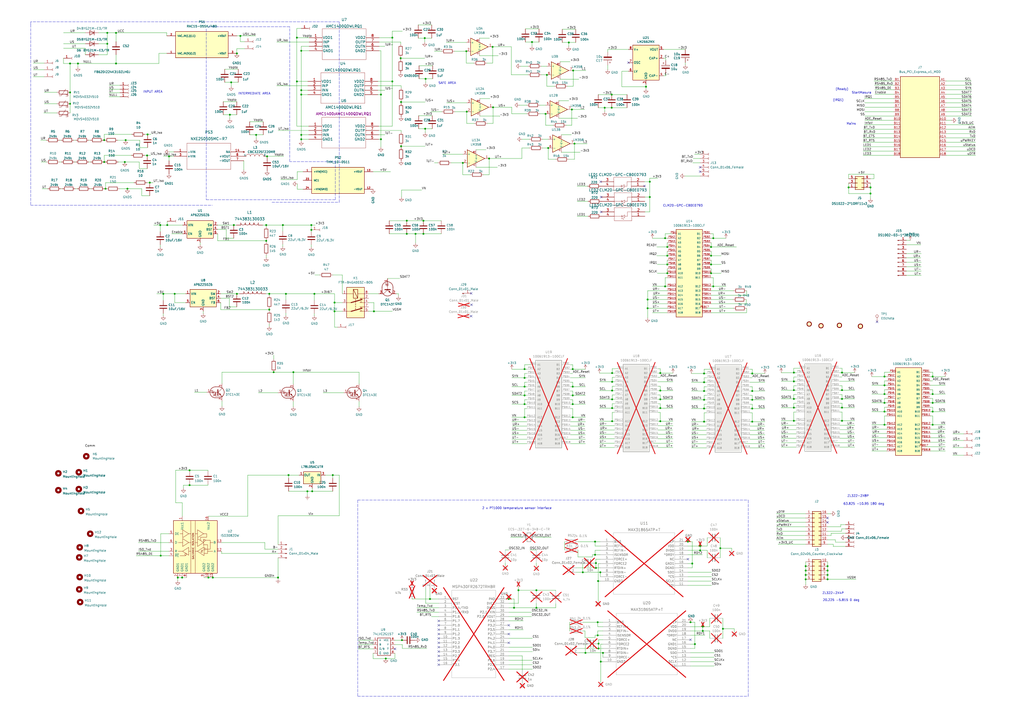
<source format=kicad_sch>
(kicad_sch (version 20231120) (generator "eeschema") (generator_version "8.0")
  (paper "A2")
  (title_block (title "Main Board") (rev "4.4") (company "VT Electron"))
  (junction (at 156.21 179.578))
  (junction (at 286.004 62.23))
  (junction (at 488.442 216.154))
  (junction (at 345.694 326.644))
  (junction (at 412.496 143.256))
  (junction (at 436.372 231.902))
  (junction (at 383.032 236.728))
  (junction (at 109.982 272.796))
  (junction (at 408.432 226.822))
  (junction (at 174.752 54.864))
  (junction (at 412.496 158.496))
  (junction (at 400.558 360.934))
  (junction (at 419.354 364.744))
  (junction (at 235.966 135.636))
  (junction (at 345.186 321.818))
  (junction (at 311.15 352.552))
  (junction (at 436.372 244.602))
  (junction (at 467.36 328.422))
  (junction (at 513.08 233.68))
  (junction (at 270.51 29.718))
  (junction (at 383.032 216.408))
  (junction (at 93.218 322.326))
  (junction (at 170.18 215.9))
  (junction (at 339.598 378.714))
  (junction (at 513.08 238.76))
  (junction (at 105.664 335.026))
  (junction (at 268.478 94.488))
  (junction (at 541.02 228.6))
  (junction (at 67.31 19.05))
  (junction (at 103.124 335.026))
  (junction (at 304.292 214.122))
  (junction (at 283.718 91.948))
  (junction (at 460.502 231.394))
  (junction (at 154.94 90.678))
  (junction (at 541.02 246.38))
  (junction (at 232.664 59.182))
  (junction (at 161.29 335.026))
  (junction (at 180.594 133.35))
  (junction (at 355.092 216.408))
  (junction (at 375.666 178.816))
  (junction (at 513.08 218.44))
  (junction (at 349.758 378.714))
  (junction (at 332.486 40.894))
  (junction (at 246.38 22.098))
  (junction (at 62.23 25.4))
  (junction (at 109.982 281.432))
  (junction (at 436.372 236.982))
  (junction (at 460.502 221.234))
  (junction (at 385.826 138.176))
  (junction (at 354.838 54.864))
  (junction (at 40.64 53.594))
  (junction (at 436.372 226.822))
  (junction (at 249.428 347.472))
  (junction (at 60.452 81.28))
  (junction (at 245.618 135.636))
  (junction (at 97.028 130.556))
  (junction (at 332.232 224.282))
  (junction (at 480.06 330.962))
  (junction (at 92.964 130.556))
  (junction (at 67.31 36.83))
  (junction (at 154.432 139.7))
  (junction (at 98.044 90.678))
  (junction (at 492.252 108.712))
  (junction (at 45.212 36.83))
  (junction (at 460.502 244.094))
  (junction (at 94.742 170.434))
  (junction (at 165.862 170.434))
  (junction (at 467.36 336.042))
  (junction (at 480.06 328.422))
  (junction (at 332.232 242.062))
  (junction (at 139.446 20.828))
  (junction (at 329.946 24.638))
  (junction (at 407.67 366.014))
  (junction (at 403.098 373.634))
  (junction (at 355.092 236.728))
  (junction (at 85.344 90.17))
  (junction (at 332.232 234.442))
  (junction (at 172.212 21.844))
  (junction (at 541.02 238.76))
  (junction (at 304.292 229.362))
  (junction (at 346.71 368.554))
  (junction (at 408.432 221.742))
  (junction (at 332.232 214.122))
  (junction (at 412.496 153.416))
  (junction (at 513.08 228.6))
  (junction (at 180.594 130.556))
  (junction (at 467.36 330.962))
  (junction (at 245.618 128.016))
  (junction (at 40.64 60.198))
  (junction (at 332.232 229.362))
  (junction (at 220.98 80.772))
  (junction (at 413.766 166.116))
  (junction (at 480.06 333.502))
  (junction (at 194.056 180.594))
  (junction (at 355.092 231.648))
  (junction (at 460.502 236.474))
  (junction (at 408.432 231.902))
  (junction (at 101.346 170.434))
  (junction (at 350.774 62.484))
  (junction (at 355.092 226.568))
  (junction (at 232.41 33.782))
  (junction (at 318.008 85.852))
  (junction (at 406.146 316.738))
  (junction (at 412.496 148.336))
  (junction (at 61.214 109.474))
  (junction (at 174.752 52.324))
  (junction (at 387.096 143.256))
  (junction (at 193.04 275.59))
  (junction (at 232.664 84.836))
  (junction (at 513.08 246.38))
  (junction (at 346.964 337.058))
  (junction (at 317.246 43.434))
  (junction (at 408.432 216.662))
  (junction (at 387.096 158.496))
  (junction (at 182.372 170.434))
  (junction (at 72.39 93.98))
  (junction (at 133.35 66.548))
  (junction (at 345.186 314.198))
  (junction (at 135.636 130.556))
  (junction (at 407.67 363.474))
  (junction (at 174.752 78.232))
  (junction (at 348.488 383.794))
  (junction (at 73.914 109.474))
  (junction (at 504.952 112.268))
  (junction (at 72.898 81.28))
  (junction (at 488.442 244.094))
  (junction (at 40.64 36.83))
  (junction (at 387.096 148.336))
  (junction (at 270.764 64.77))
  (junction (at 223.774 382.016))
  (junction (at 235.966 128.016))
  (junction (at 154.432 130.556))
  (junction (at 333.248 83.312))
  (junction (at 246.888 45.72))
  (junction (at 308.61 24.384))
  (junction (at 513.08 223.52))
  (junction (at 120.904 335.026))
  (junction (at 178.308 284.988))
  (junction (at 417.83 318.008))
  (junction (at 174.752 80.772))
  (junction (at 123.444 335.026))
  (junction (at 300.736 342.392))
  (junction (at 346.71 360.934))
  (junction (at 285.75 27.178))
  (junction (at 134.112 47.752))
  (junction (at 304.292 242.062))
  (junction (at 241.046 135.636))
  (junction (at 413.766 138.176))
  (junction (at 467.36 333.502))
  (junction (at 164.084 130.556))
  (junction (at 406.146 319.278))
  (junction (at 311.15 342.392))
  (junction (at 158.75 215.9))
  (junction (at 246.634 74.676))
  (junction (at 383.032 226.568))
  (junction (at 338.074 331.978))
  (junction (at 220.98 54.864))
  (junction (at 298.196 352.552))
  (junction (at 385.826 166.116))
  (junction (at 375.666 173.736))
  (junction (at 383.032 244.348))
  (junction (at 387.096 153.416))
  (junction (at 304.292 219.202))
  (junction (at 401.574 326.898))
  (junction (at 167.386 275.59))
  (junction (at 148.59 78.232))
  (junction (at 383.032 231.648))
  (junction (at 541.02 233.68))
  (junction (at 504.952 108.712))
  (junction (at 347.218 373.38))
  (junction (at 460.502 226.314))
  (junction (at 460.502 216.154))
  (junction (at 347.218 376.174))
  (junction (at 174.752 29.464))
  (junction (at 488.442 231.394))
  (junction (at 85.598 77.978))
  (junction (at 376.936 105.41))
  (junction (at 354.838 62.484))
  (junction (at 233.172 371.348))
  (junction (at 181.102 284.988))
  (junction (at 156.21 170.434))
  (junction (at 408.432 244.602))
  (junction (at 436.372 216.662))
  (junction (at 348.234 331.978))
  (junction (at 376.936 114.3))
  (junction (at 488.442 226.314))
  (junction (at 374.7262 50.292))
  (junction (at 316.484 66.04))
  (junction (at 331.724 63.5))
  (junction (at 304.292 234.442))
  (junction (at 355.092 244.348))
  (junction (at 62.23 19.05))
  (junction (at 399.034 314.198))
  (junction (at 488.442 236.474))
  (junction (at 194.056 175.514))
  (junction (at 227.584 21.844))
  (junction (at 304.292 224.282))
  (junction (at 295.148 347.472))
  (junction (at 216.916 180.594))
  (junction (at 137.414 170.434))
  (junction (at 408.432 236.982))
  (junction (at 355.092 221.488))
  (junction (at 172.212 47.244))
  (junction (at 137.414 30.988))
  (junction (at 541.02 218.44))
  (junction (at 60.452 93.98))
  (junction (at 227.584 47.244))
  (junction (at 86.868 105.918))
  (junction (at 480.06 336.042))
  (junction (at 345.694 329.438))
  (no_connect (at 254.508 372.872))
  (no_connect (at 254.508 375.412))
  (no_connect (at 254.508 377.952))
  (no_connect (at 254.508 380.492))
  (no_connect (at 254.508 383.032))
  (no_connect (at 254.508 385.572))
  (no_connect (at 254.508 360.172))
  (no_connect (at 254.508 362.712))
  (no_connect (at 254.508 365.252))
  (no_connect (at 254.508 367.792))
  (no_connect (at 254.508 370.332))
  (no_connect (at 295.148 362.712))
  (no_connect (at 399.034 324.358))
  (no_connect (at 364.5662 36.322))
  (no_connect (at 348.742 114.3))
  (no_connect (at 273.304 170.18))
  (no_connect (at 295.148 367.792))
  (no_connect (at 295.148 372.872))
  (no_connect (at 480.06 300.482))
  (no_connect (at 480.06 303.022))
  (no_connect (at 273.304 183.388))
  (no_connect (at 348.742 122.936))
  (no_connect (at 273.558 176.784))
  (no_connect (at 406.146 99.568))
  (no_connect (at 406.146 97.028))
  (no_connect (at 229.108 376.428))
  (no_connect (at 400.558 371.094))
  (no_connect (at 373.888 107.95))
  (no_connect (at 348.488 105.41))
  (no_connect (at 508.762 186.69))
  (wire (pts (xy 409.702 224.282) (xy 408.432 224.282)))
  (wire (pts (xy 174.752 29.464) (xy 174.752 52.324)))
  (wire (pts (xy 443.738 247.142) (xy 435.102 247.142)))
  (wire (pts (xy 354.838 62.484) (xy 363.728 62.484)))
  (wire (pts (xy 258.826 24.638) (xy 270.51 24.638)))
  (wire (pts (xy 305.562 221.742) (xy 304.292 221.742)))
  (wire (pts (xy 400.558 386.334) (xy 414.274 386.334)))
  (wire (pts (xy 385.826 135.636) (xy 389.636 135.636)))
  (wire (pts (xy 143.764 299.466) (xy 143.764 275.59)))
  (wire (pts (xy 296.926 249.682) (xy 305.562 249.682)))
  (wire (pts (xy 408.432 216.662) (xy 409.702 216.662)))
  (wire (pts (xy 296.672 27.178) (xy 296.672 43.434)))
  (wire (pts (xy 246.888 45.72) (xy 250.952 45.72)))
  (wire (pts (xy 421.132 138.176) (xy 413.766 138.176)))
  (wire (pts (xy 278.384 67.31) (xy 289.814 67.31)))
  (wire (pts (xy 174.752 26.924) (xy 174.752 29.464)))
  (wire (pts (xy 460.502 221.234) (xy 461.772 221.234)))
  (wire (pts (xy 435.102 219.202) (xy 436.372 219.202)))
  (wire (pts (xy 487.68 304.292) (xy 490.474 304.292)))
  (wire (pts (xy 360.7562 50.292) (xy 374.7262 50.292)))
  (wire (pts (xy 425.958 364.744) (xy 419.354 364.744)))
  (wire (pts (xy 332.232 224.282) (xy 330.962 224.282)))
  (wire (pts (xy 246.38 22.098) (xy 246.38 24.384)))
  (wire (pts (xy 298.196 352.552) (xy 298.196 347.472)))
  (wire (pts (xy 278.13 22.098) (xy 283.972 22.098)))
  (wire (pts (xy 347.726 216.408) (xy 355.092 216.408)))
  (wire (pts (xy 19.304 40.386) (xy 25.654 40.386)))
  (wire (pts (xy 541.02 231.14) (xy 541.02 233.68)))
  (wire (pts (xy 229.108 371.348) (xy 233.172 371.348)))
  (wire (pts (xy 40.64 36.83) (xy 45.212 36.83)))
  (wire (pts (xy 232.41 33.782) (xy 232.41 34.544)))
  (wire (pts (xy 541.02 233.68) (xy 539.75 233.68)))
  (wire (pts (xy 174.752 80.772) (xy 174.752 81.788)))
  (wire (pts (xy 436.372 234.442) (xy 436.372 236.982)))
  (wire (pts (xy 160.528 24.384) (xy 179.324 24.384)))
  (wire (pts (xy 548.386 238.76) (xy 541.02 238.76)))
  (wire (pts (xy 172.466 106.68) (xy 172.466 109.728)))
  (wire (pts (xy 488.442 223.774) (xy 488.442 226.314)))
  (wire (pts (xy 36.83 27.94) (xy 49.53 27.94)))
  (wire (pts (xy 304.292 236.982) (xy 305.562 236.982)))
  (wire (pts (xy 156.21 170.434) (xy 165.862 170.434)))
  (wire (pts (xy 513.08 241.3) (xy 513.08 246.38)))
  (wire (pts (xy 216.916 175.514) (xy 216.916 180.594)))
  (wire (pts (xy 460.502 236.474) (xy 461.772 236.474)))
  (wire (pts (xy 505.714 261.62) (xy 514.35 261.62)))
  (wire (pts (xy 251.968 29.718) (xy 256.032 29.718)))
  (wire (pts (xy 346.71 366.014) (xy 346.71 368.554)))
  (wire (pts (xy 355.092 236.728) (xy 356.362 236.728)))
  (wire (pts (xy 488.442 239.014) (xy 488.442 244.094)))
  (wire (pts (xy 390.398 254.508) (xy 381.762 254.508)))
  (wire (pts (xy 413.766 161.036) (xy 413.766 166.116)))
  (wire (pts (xy 346.71 363.474) (xy 346.71 360.934)))
  (wire (pts (xy 270.51 29.718) (xy 270.51 36.576)))
  (wire (pts (xy 324.104 68.58) (xy 335.026 68.58)))
  (wire (pts (xy 149.86 227.838) (xy 161.29 227.838)))
  (wire (pts (xy 373.888 105.41) (xy 376.936 105.41)))
  (wire (pts (xy 453.136 259.334) (xy 461.772 259.334)))
  (wire (pts (xy 412.496 158.496) (xy 418.338 158.496)))
  (wire (pts (xy 401.066 257.302) (xy 409.702 257.302)))
  (wire (pts (xy 219.202 52.324) (xy 223.266 52.324)))
  (wire (pts (xy 179.324 26.924) (xy 174.752 26.924)))
  (wire (pts (xy 246.38 22.098) (xy 250.444 22.098)))
  (wire (pts (xy 443.738 216.662) (xy 436.372 216.662)))
  (wire (pts (xy 129.54 66.548) (xy 133.35 66.548)))
  (wire (pts (xy 539.75 226.06) (xy 541.02 226.06)))
  (wire (pts (xy 384.8862 28.702) (xy 397.5862 28.702)))
  (wire (pts (xy 495.808 244.094) (xy 488.442 244.094)))
  (wire (pts (xy 436.372 244.602) (xy 435.102 244.602)))
  (wire (pts (xy 408.432 221.742) (xy 409.702 221.742)))
  (wire (pts (xy 401.574 326.898) (xy 399.034 326.898)))
  (wire (pts (xy 501.65 59.69) (xy 518.414 59.69)))
  (wire (pts (xy 347.726 257.048) (xy 356.362 257.048)))
  (wire (pts (xy 507.492 52.07) (xy 518.414 52.07)))
  (wire (pts (xy 246.888 341.376) (xy 246.888 350.012)))
  (wire (pts (xy 82.296 109.474) (xy 82.296 113.538)))
  (wire (pts (xy 93.218 322.326) (xy 93.218 309.626)))
  (wire (pts (xy 178.308 284.988) (xy 178.308 287.274)))
  (wire (pts (xy 412.496 150.876) (xy 412.496 153.416)))
  (wire (pts (xy 427.228 143.256) (xy 412.496 143.256)))
  (wire (pts (xy 348.234 324.358) (xy 345.694 324.358)))
  (wire (pts (xy 330.962 211.582) (xy 332.232 211.582)))
  (wire (pts (xy 295.148 377.952) (xy 308.864 377.952)))
  (wire (pts (xy 304.292 211.582) (xy 308.102 211.582)))
  (wire (pts (xy 80.264 314.706) (xy 98.044 314.706)))
  (wire (pts (xy 196.85 275.59) (xy 196.85 299.212)))
  (wire (pts (xy 541.02 238.76) (xy 539.75 238.76)))
  (wire (pts (xy 36.83 25.4) (xy 49.53 25.4)))
  (wire (pts (xy 399.034 334.518) (xy 412.75 334.518)))
  (wire (pts (xy 300.736 342.392) (xy 311.15 342.392)))
  (wire (pts (xy 60.452 77.978) (xy 76.454 77.978)))
  (wire (pts (xy 539.75 215.9) (xy 541.02 215.9)))
  (wire (pts (xy 34.544 81.28) (xy 35.306 81.28)))
  (wire (pts (xy 332.232 229.362) (xy 330.962 229.362)))
  (wire (pts (xy 412.496 181.356) (xy 433.07 181.356)))
  (wire (pts (xy 399.034 339.598) (xy 412.75 339.598)))
  (wire (pts (xy 128.524 314.706) (xy 153.67 314.706)))
  (wire (pts (xy 60.452 93.98) (xy 60.452 90.17)))
  (wire (pts (xy 488.442 236.474) (xy 487.172 236.474)))
  (wire (pts (xy 120.65 280.924) (xy 120.65 281.432)))
  (wire (pts (xy 80.264 319.786) (xy 98.044 319.786)))
  (wire (pts (xy 513.08 223.52) (xy 514.35 223.52)))
  (wire (pts (xy 384.8862 43.942) (xy 386.1562 43.942)))
  (wire (pts (xy 61.214 109.474) (xy 61.722 109.474)))
  (wire (pts (xy 381.762 218.948) (xy 383.032 218.948)))
  (wire (pts (xy 229.108 378.968) (xy 229.108 382.016)))
  (wire (pts (xy 263.652 29.718) (xy 270.51 29.718)))
  (wire (pts (xy 487.172 213.614) (xy 488.442 213.614)))
  (wire (pts (xy 375.666 178.816) (xy 387.096 178.816)))
  (wire (pts (xy 213.868 180.594) (xy 216.916 180.594)))
  (wire (pts (xy 51.562 81.28) (xy 52.324 81.28)))
  (wire (pts (xy 322.326 342.646) (xy 322.326 342.392)))
  (wire (pts (xy 305.562 231.902) (xy 304.292 231.902)))
  (wire (pts (xy 349.758 366.014) (xy 346.71 366.014)))
  (wire (pts (xy 307.086 80.772) (xy 302.768 80.772)))
  (wire (pts (xy 356.362 218.948) (xy 355.092 218.948)))
  (wire (pts (xy 97.028 128.27) (xy 97.028 130.556)))
  (wire (pts (xy 436.372 224.282) (xy 436.372 226.822)))
  (wire (pts (xy 360.7562 41.402) (xy 360.7562 50.292)))
  (wire (pts (xy 383.032 236.728) (xy 381.762 236.728)))
  (wire (pts (xy 304.292 219.202) (xy 305.562 219.202)))
  (wire (pts (xy 311.15 326.644) (xy 311.15 328.422)))
  (wire (pts (xy 335.788 376.174) (xy 347.218 376.174)))
  (wire (pts (xy 67.31 24.13) (xy 67.31 19.05)))
  (wire (pts (xy 541.02 246.38) (xy 539.75 246.38)))
  (wire (pts (xy 534.416 157.226) (xy 525.78 157.226)))
  (wire (pts (xy 303.022 388.874) (xy 303.022 380.492)))
  (wire (pts (xy 45.212 36.83) (xy 45.212 38.862)))
  (wire (pts (xy 90.932 170.434) (xy 94.742 170.434)))
  (polyline (pts (xy 194.564 93.726) (xy 168.148 93.726)) (stroke (width 0) (type dash)))
  (wire (pts (xy 69.342 109.474) (xy 73.914 109.474)))
  (wire (pts (xy 80.772 93.98) (xy 80.772 97.79)))
  (wire (pts (xy 413.766 138.176) (xy 412.496 138.176)))
  (wire (pts (xy 460.502 239.014) (xy 461.772 239.014)))
  (wire (pts (xy 488.442 239.014) (xy 487.172 239.014)))
  (wire (pts (xy 304.292 214.122) (xy 305.562 214.122)))
  (wire (pts (xy 495.808 259.334) (xy 487.172 259.334)))
  (wire (pts (xy 488.442 228.854) (xy 488.442 231.394)))
  (wire (pts (xy 332.232 231.902) (xy 332.232 234.442)))
  (wire (pts (xy 92.964 130.556) (xy 97.028 130.556)))
  (wire (pts (xy 256.794 89.408) (xy 268.478 89.408)))
  (wire (pts (xy 435.102 221.742) (xy 443.738 221.742)))
  (wire (pts (xy 453.136 236.474) (xy 460.502 236.474)))
  (wire (pts (xy 92.202 30.988) (xy 96.774 30.988)))
  (wire (pts (xy 339.598 373.38) (xy 339.598 378.714)))
  (wire (pts (xy 339.598 224.282) (xy 332.232 224.282)))
  (wire (pts (xy 296.926 62.23) (xy 296.926 66.04)))
  (wire (pts (xy 305.562 226.822) (xy 304.292 226.822)))
  (wire (pts (xy 390.398 231.648) (xy 383.032 231.648)))
  (wire (pts (xy 339.598 252.222) (xy 330.962 252.222)))
  (wire (pts (xy 242.824 74.676) (xy 246.634 74.676)))
  (wire (pts (xy 128.524 319.786) (xy 128.524 321.056)))
  (wire (pts (xy 83.82 90.17) (xy 85.344 90.17)))
  (wire (pts (xy 208.28 215.9) (xy 208.28 222.758)))
  (wire (pts (xy 137.414 28.194) (xy 137.414 30.988)))
  (wire (pts (xy 235.966 128.016) (xy 245.618 128.016)))
  (wire (pts (xy 467.36 330.962) (xy 467.36 333.502)))
  (wire (pts (xy 460.502 233.934) (xy 460.502 236.474)))
  (wire (pts (xy 355.092 224.028) (xy 355.092 226.568)))
  (wire (pts (xy 390.398 246.888) (xy 381.762 246.888)))
  (wire (pts (xy 355.092 234.188) (xy 355.092 236.728)))
  (wire (pts (xy 332.232 211.582) (xy 332.232 214.122)))
  (wire (pts (xy 356.362 229.108) (xy 355.092 229.108)))
  (wire (pts (xy 36.83 19.05) (xy 49.53 19.05)))
  (wire (pts (xy 137.414 170.434) (xy 138.938 170.434)))
  (wire (pts (xy 193.04 275.59) (xy 193.04 277.368)))
  (wire (pts (xy 385.826 161.036) (xy 387.096 161.036)))
  (wire (pts (xy 193.04 275.59) (xy 188.722 275.59)))
  (wire (pts (xy 235.966 135.636) (xy 241.046 135.636)))
  (wire (pts (xy 322.326 352.552) (xy 322.326 350.266)))
  (wire (pts (xy 179.07 80.772) (xy 174.752 80.772)))
  (wire (pts (xy 374.142 122.936) (xy 376.936 122.936)))
  (wire (pts (xy 501.65 69.85) (xy 518.414 69.85)))
  (wire (pts (xy 539.75 223.52) (xy 548.386 223.52)))
  (wire (pts (xy 62.23 31.75) (xy 62.23 25.4)))
  (polyline (pts (xy 119.634 16.764) (xy 119.634 115.824)) (stroke (width 0) (type dash)))
  (wire (pts (xy 227.584 18.034) (xy 227.584 21.844)))
  (wire (pts (xy 406.146 316.738) (xy 406.146 319.278)))
  (wire (pts (xy 180.594 141.986) (xy 180.594 143.256)))
  (wire (pts (xy 460.502 231.394) (xy 461.772 231.394)))
  (wire (pts (xy 495.808 216.154) (xy 488.442 216.154)))
  (wire (pts (xy 179.07 73.152) (xy 172.212 73.152)))
  (wire (pts (xy 232.664 59.182) (xy 232.664 59.944)))
  (wire (pts (xy 304.292 226.822) (xy 304.292 229.362)))
  (wire (pts (xy 243.078 45.72) (xy 246.888 45.72)))
  (wire (pts (xy 413.766 166.116) (xy 412.496 166.116)))
  (wire (pts (xy 164.084 130.556) (xy 164.084 134.112)))
  (wire (pts (xy 283.718 91.948) (xy 302.768 91.948)))
  (wire (pts (xy 401.066 252.222) (xy 409.702 252.222)))
  (wire (pts (xy 408.432 236.982) (xy 409.702 236.982)))
  (wire (pts (xy 333.248 92.456) (xy 333.248 83.312)))
  (wire (pts (xy 482.092 309.372) (xy 482.092 310.642)))
  (wire (pts (xy 424.434 318.008) (xy 417.83 318.008)))
  (wire (pts (xy 355.092 239.268) (xy 356.362 239.268)))
  (wire (pts (xy 421.132 166.116) (xy 413.766 166.116)))
  (wire (pts (xy 182.372 174.244) (xy 182.372 170.434)))
  (wire (pts (xy 460.502 239.014) (xy 460.502 244.094)))
  (wire (pts (xy 403.098 360.934) (xy 403.098 373.634)))
  (wire (pts (xy 308.61 24.384) (xy 312.674 24.384)))
  (wire (pts (xy 390.398 216.408) (xy 383.032 216.408)))
  (wire (pts (xy 436.372 214.122) (xy 436.372 216.662)))
  (wire (pts (xy 241.808 352.552) (xy 254.508 352.552)))
  (wire (pts (xy 376.936 114.3) (xy 376.936 105.41)))
  (wire (pts (xy 400.558 363.474) (xy 407.67 363.474)))
  (wire (pts (xy 390.398 236.728) (xy 383.032 236.728)))
  (wire (pts (xy 23.876 93.98) (xy 26.924 93.98)))
  (polyline (pts (xy 120.65 15.494) (xy 168.148 15.494)) (stroke (width 0) (type dash)))
  (wire (pts (xy 249.428 347.472) (xy 254.508 347.472)))
  (wire (pts (xy 488.442 233.934) (xy 488.442 236.474)))
  (wire (pts (xy 505.714 218.44) (xy 513.08 218.44)))
  (wire (pts (xy 97.028 130.556) (xy 105.918 130.556)))
  (wire (pts (xy 280.416 101.346) (xy 283.718 101.346)))
  (wire (pts (xy 57.15 31.75) (xy 62.23 31.75)))
  (wire (pts (xy 213.868 170.434) (xy 219.71 170.434)))
  (wire (pts (xy 399.034 314.198) (xy 401.574 314.198)))
  (wire (pts (xy 375.666 178.816) (xy 375.666 184.404)))
  (wire (pts (xy 453.136 251.714) (xy 461.772 251.714)))
  (wire (pts (xy 231.14 171.704) (xy 231.14 170.434)))
  (wire (pts (xy 355.092 213.868) (xy 358.902 213.868)))
  (wire (pts (xy 348.488 383.794) (xy 349.758 383.794)))
  (polyline (pts (xy 17.78 119.126) (xy 123.19 119.126)) (stroke (width 0) (type dash)))
  (wire (pts (xy 383.032 239.268) (xy 383.032 244.348)))
  (wire (pts (xy 541.02 226.06) (xy 541.02 228.6)))
  (wire (pts (xy 376.936 103.378) (xy 381.508 103.378)))
  (wire (pts (xy 467.36 325.882) (xy 467.36 328.422)))
  (wire (pts (xy 400.558 378.714) (xy 414.274 378.714)))
  (wire (pts (xy 488.188 306.832) (xy 490.474 306.832)))
  (wire (pts (xy 482.092 310.642) (xy 480.06 310.642)))
  (polyline (pts (xy 196.85 12.7) (xy 17.78 12.7)) (stroke (width 0) (type dash)))
  (wire (pts (xy 254.508 357.632) (xy 250.19 357.632)))
  (wire (pts (xy 296.672 43.434) (xy 306.324 43.434)))
  (wire (pts (xy 227.584 47.244) (xy 227.584 73.152)))
  (wire (pts (xy 98.044 90.678) (xy 94.742 90.678)))
  (wire (pts (xy 488.442 244.094) (xy 487.172 244.094)))
  (wire (pts (xy 311.15 350.012) (xy 311.15 352.552)))
  (wire (pts (xy 329.946 92.456) (xy 333.248 92.456)))
  (wire (pts (xy 348.234 316.738) (xy 345.186 316.738)))
  (polyline (pts (xy 434.086 403.86) (xy 434.086 290.068)) (stroke (width 0) (type dash)))
  (wire (pts (xy 324.104 58.42) (xy 329.946 58.42)))
  (wire (pts (xy 295.148 370.332) (xy 308.864 370.332)))
  (wire (pts (xy 232.664 84.836) (xy 246.634 84.836)))
  (wire (pts (xy 216.408 378.968) (xy 216.408 382.016)))
  (wire (pts (xy 350.774 62.484) (xy 354.838 62.484)))
  (wire (pts (xy 505.714 228.6) (xy 513.08 228.6)))
  (wire (pts (xy 375.666 173.736) (xy 387.096 173.736)))
  (wire (pts (xy 25.654 53.594) (xy 33.02 53.594)))
  (wire (pts (xy 480.06 333.502) (xy 480.06 336.042)))
  (wire (pts (xy 453.136 231.394) (xy 460.502 231.394)))
  (wire (pts (xy 128.778 215.9) (xy 158.75 215.9)))
  (wire (pts (xy 355.092 213.868) (xy 355.092 216.408)))
  (wire (pts (xy 298.196 352.552) (xy 311.15 352.552)))
  (wire (pts (xy 81.026 85.598) (xy 85.598 85.598)))
  (wire (pts (xy 436.372 216.662) (xy 435.102 216.662)))
  (wire (pts (xy 296.926 252.222) (xy 305.562 252.222)))
  (wire (pts (xy 513.08 236.22) (xy 513.08 238.76)))
  (wire (pts (xy 154.432 139.7) (xy 154.432 140.462)))
  (wire (pts (xy 232.918 110.236) (xy 232.918 114.3)))
  (wire (pts (xy 63.246 53.848) (xy 69.596 53.848)))
  (wire (pts (xy 417.83 311.912) (xy 417.83 318.008)))
  (wire (pts (xy 505.714 223.52) (xy 513.08 223.52)))
  (wire (pts (xy 534.416 152.146) (xy 525.78 152.146)))
  (wire (pts (xy 314.706 85.852) (xy 318.008 85.852)))
  (wire (pts (xy 194.056 180.594) (xy 198.628 180.594)))
  (wire (pts (xy 225.806 135.636) (xy 235.966 135.636)))
  (wire (pts (xy 85.344 105.918) (xy 86.868 105.918)))
  (wire (pts (xy 335.28 314.198) (xy 345.186 314.198)))
  (wire (pts (xy 174.752 78.232) (xy 174.752 80.772)))
  (wire (pts (xy 304.292 242.062) (xy 305.562 242.062)))
  (wire (pts (xy 347.726 251.968) (xy 356.362 251.968)))
  (wire (pts (xy 461.772 228.854) (xy 460.502 228.854)))
  (wire (pts (xy 343.662 321.818) (xy 343.662 323.088)))
  (wire (pts (xy 198.628 170.434) (xy 198.628 159.512)))
  (wire (pts (xy 443.738 231.902) (xy 436.372 231.902)))
  (wire (pts (xy 241.046 140.97) (xy 241.046 135.636)))
  (wire (pts (xy 61.214 105.918) (xy 77.724 105.918)))
  (wire (pts (xy 541.02 215.9) (xy 541.02 218.44)))
  (wire (pts (xy 488.442 231.394) (xy 487.172 231.394)))
  (wire (pts (xy 506.984 101.092) (xy 506.984 103.632)))
  (wire (pts (xy 349.758 368.554) (xy 346.71 368.554)))
  (wire (pts (xy 495.808 236.474) (xy 488.442 236.474)))
  (wire (pts (xy 219.71 75.692) (xy 232.664 75.692)))
  (wire (pts (xy 436.372 231.902) (xy 435.102 231.902)))
  (wire (pts (xy 172.212 47.244) (xy 178.562 47.244)))
  (wire (pts (xy 390.144 249.428) (xy 381.762 249.428)))
  (wire (pts (xy 480.06 297.942) (xy 481.838 297.942)))
  (wire (pts (xy 180.594 130.556) (xy 182.88 130.556)))
  (wire (pts (xy 500.634 85.09) (xy 518.414 85.09)))
  (wire (pts (xy 92.964 141.986) (xy 92.964 143.256)))
  (wire (pts (xy 514.35 236.22) (xy 513.08 236.22)))
  (wire (pts (xy 156.21 179.578) (xy 156.21 180.34)))
  (wire (pts (xy 500.634 90.17) (xy 518.414 90.17)))
  (wire (pts (xy 381.762 229.108) (xy 383.032 229.108)))
  (wire (pts (xy 207.772 373.888) (xy 216.408 373.888)))
  (wire (pts (xy 419.354 364.744) (xy 419.354 370.332)))
  (wire (pts (xy 412.496 135.636) (xy 413.766 135.636)))
  (wire (pts (xy 467.36 333.502) (xy 467.36 336.042)))
  (wire (pts (xy 480.06 315.722) (xy 483.362 315.722)))
  (wire (pts (xy 332.232 221.742) (xy 332.232 224.282)))
  (wire (pts (xy 411.734 363.474) (xy 411.734 358.648)))
  (wire (pts (xy 387.096 140.716) (xy 387.096 143.256)))
  (wire (pts (xy 450.342 313.182) (xy 467.36 313.182)))
  (wire (pts (xy 424.434 319.786) (xy 424.434 318.008)))
  (wire (pts (xy 313.182 66.04) (xy 316.484 66.04)))
  (wire (pts (xy 109.982 272.796) (xy 120.65 272.796)))
  (wire (pts (xy 501.65 64.77) (xy 518.414 64.77)))
  (wire (pts (xy 346.964 337.058) (xy 346.964 348.996)))
  (wire (pts (xy 244.602 110.236) (xy 232.918 110.236)))
  (wire (pts (xy 460.502 244.094) (xy 461.772 244.094)))
  (wire (pts (xy 467.36 303.022) (xy 450.342 303.022)))
  (wire (pts (xy 282.448 36.576) (xy 285.75 36.576)))
  (wire (pts (xy 278.384 57.15) (xy 284.226 57.15)))
  (wire (pts (xy 413.766 135.636) (xy 413.766 138.176)))
  (wire (pts (xy 505.714 233.68) (xy 513.08 233.68)))
  (wire (pts (xy 548.894 52.07) (xy 563.626 52.07)))
  (wire (pts (xy 289.814 67.31) (xy 289.814 67.564)))
  (wire (pts (xy 227.584 18.034) (xy 233.426 18.034)))
  (wire (pts (xy 339.598 214.122) (xy 332.232 214.122)))
  (wire (pts (xy 461.772 233.934) (xy 460.502 233.934)))
  (wire (pts (xy 40.64 36.83) (xy 40.64 53.594)))
  (wire (pts (xy 241.808 355.092) (xy 254.508 355.092)))
  (wire (pts (xy 339.344 247.142) (xy 330.962 247.142)))
  (wire (pts (xy 399.034 331.978) (xy 412.75 331.978)))
  (wire (pts (xy 105.664 335.026) (xy 108.204 335.026)))
  (wire (pts (xy 295.148 350.012) (xy 300.736 350.012)))
  (wire (pts (xy 406.146 316.738) (xy 410.21 316.738)))
  (wire (pts (xy 60.452 81.28) (xy 60.706 81.28)))
  (wire (pts (xy 387.096 148.336) (xy 381 148.336)))
  (wire (pts (xy 143.764 275.59) (xy 167.386 275.59)))
  (wire (pts (xy 513.08 228.6) (xy 514.35 228.6)))
  (wire (pts (xy 126.238 130.556) (xy 135.636 130.556)))
  (wire (pts (xy 331.724 72.644) (xy 331.724 63.5)))
  (wire (pts (xy 552.704 259.588) (xy 559.054 259.588)))
  (wire (pts (xy 330.962 226.822) (xy 332.232 226.822)))
  (wire (pts (xy 514.35 231.14) (xy 513.08 231.14)))
  (wire (pts (xy 400.558 368.554) (xy 408.94 368.554)))
  (wire (pts (xy 330.962 231.902) (xy 332.232 231.902)))
  (wire (pts (xy 565.912 77.47) (xy 548.894 77.47)))
  (wire (pts (xy 141.986 28.194) (xy 137.414 28.194)))
  (wire (pts (xy 504.952 103.632) (xy 506.984 103.632)))
  (wire (pts (xy 154.432 130.556) (xy 164.084 130.556)))
  (wire (pts (xy 158.75 208.28) (xy 158.75 205.994)))
  (wire (pts (xy 105.664 299.466) (xy 105.664 291.592)))
  (wire (pts (xy 196.85 275.59) (xy 193.04 275.59)))
  (wire (pts (xy 548.386 256.54) (xy 539.75 256.54)))
  (wire (pts (xy 352.552 37.7698) (xy 352.552 40.3098)))
  (wire (pts (xy 504.952 106.172) (xy 504.952 108.712)))
  (wire (pts (xy 131.318 133.096) (xy 131.318 138.176)))
  (wire (pts (xy 332.232 214.122) (xy 330.962 214.122)))
  (wire (pts (xy 513.08 231.14) (xy 513.08 233.68)))
  (wire (pts (xy 224.79 161.544) (xy 231.902 161.544)))
  (wire (pts (xy 387.096 158.496) (xy 381.254 158.496)))
  (wire (pts (xy 349.758 363.474) (xy 346.71 363.474)))
  (wire (pts (xy 303.022 380.492) (xy 295.148 380.492)))
  (wire (pts (xy 42.926 81.28) (xy 43.942 81.28)))
  (wire (pts (xy 487.172 218.694) (xy 488.442 218.694)))
  (wire (pts (xy 408.432 214.122) (xy 408.432 216.662)))
  (wire (pts (xy 25.654 60.198) (xy 33.02 60.198)))
  (wire (pts (xy 94.742 181.864) (xy 94.742 183.134)))
  (wire (pts (xy 332.232 236.982) (xy 330.962 236.982)))
  (wire (pts (xy 270.764 64.77) (xy 270.764 71.628)))
  (wire (pts (xy 239.014 347.472) (xy 239.014 347.218)))
  (wire (pts (xy 390.398 259.588) (xy 381.762 259.588)))
  (wire (pts (xy 63.246 56.134) (xy 69.596 56.134)))
  (wire (pts (xy 408.432 224.282) (xy 408.432 226.822)))
  (wire (pts (xy 383.032 224.028) (xy 383.032 226.568)))
  (wire (pts (xy 408.432 234.442) (xy 408.432 236.982)))
  (wire (pts (xy 487.172 233.934) (xy 488.442 233.934)))
  (wire (pts (xy 174.752 52.324) (xy 178.562 52.324)))
  (wire (pts (xy 401.066 254.762) (xy 409.702 254.762)))
  (wire (pts (xy 82.296 113.538) (xy 86.868 113.538)))
  (wire (pts (xy 61.214 109.474) (xy 61.214 105.918)))
  (wire (pts (xy 346.964 62.484) (xy 350.774 62.484)))
  (wire (pts (xy 507.492 54.61) (xy 518.414 54.61)))
  (wire (pts (xy 412.496 168.656) (xy 425.45 168.656)))
  (wire (pts (xy 148.59 78.232) (xy 148.59 80.518)))
  (wire (pts (xy 135.636 130.556) (xy 137.16 130.556)))
  (wire (pts (xy 137.414 20.828) (xy 139.446 20.828)))
  (wire (pts (xy 174.752 54.864) (xy 178.562 54.864)))
  (wire (pts (xy 216.408 99.568) (xy 226.568 99.568)))
  (wire (pts (xy 170.18 232.918) (xy 170.18 235.966)))
  (wire (pts (xy 161.29 323.596) (xy 161.29 335.026)))
  (wire (pts (xy 467.36 336.042) (xy 467.36 339.09)))
  (wire (pts (xy 308.61 24.384) (xy 308.61 26.67)))
  (polyline (pts (xy 157.734 117.348) (xy 196.85 117.348)) (stroke (width 0) (type dash)))
  (wire (pts (xy 548.894 67.31) (xy 563.626 67.31)))
  (wire (pts (xy 492.252 112.268) (xy 504.952 112.268)))
  (wire (pts (xy 435.102 224.282) (xy 436.372 224.282)))
  (wire (pts (xy 345.694 326.644) (xy 345.694 329.438)))
  (wire (pts (xy 180.594 133.35) (xy 180.594 130.556)))
  (wire (pts (xy 141.986 24.13) (xy 139.446 24.13)))
  (wire (pts (xy 443.738 244.602) (xy 436.372 244.602)))
  (wire (pts (xy 233.426 376.174) (xy 247.65 376.174)))
  (wire (pts (xy 467.36 315.722) (xy 451.358 315.722)))
  (wire (pts (xy 296.926 242.062) (xy 304.292 242.062)))
  (wire (pts (xy 93.218 309.626) (xy 98.044 309.626)))
  (wire (pts (xy 332.486 50.038) (xy 332.486 40.894)))
  (wire (pts (xy 34.544 93.98) (xy 35.56 93.98)))
  (wire (pts (xy 330.962 219.202) (xy 339.598 219.202)))
  (wire (pts (xy 141.478 93.218) (xy 141.478 98.552)))
  (wire (pts (xy 330.962 221.742) (xy 332.232 221.742)))
  (wire (pts (xy 348.234 326.898) (xy 346.964 326.898)))
  (wire (pts (xy 103.124 335.026) (xy 105.664 335.026)))
  (wire (pts (xy 85.344 90.17) (xy 87.376 90.17)))
  (wire (pts (xy 219.71 73.152) (xy 227.584 73.152)))
  (wire (pts (xy 128.778 215.9) (xy 128.778 222.504)))
  (wire (pts (xy 548.386 254) (xy 539.75 254)))
  (wire (pts (xy 128.016 172.974) (xy 133.096 172.974)))
  (wire (pts (xy 539.75 236.22) (xy 541.02 236.22)))
  (wire (pts (xy 219.964 21.844) (xy 227.584 21.844)))
  (wire (pts (xy 133.096 178.054) (xy 137.414 178.054)))
  (wire (pts (xy 401.066 231.902) (xy 408.432 231.902)))
  (wire (pts (xy 322.326 92.456) (xy 318.008 92.456)))
  (wire (pts (xy 436.372 239.522) (xy 435.102 239.522)))
  (wire (pts (xy 433.07 178.816) (xy 433.07 181.356)))
  (wire (pts (xy 338.074 360.934) (xy 346.71 360.934)))
  (wire (pts (xy 488.442 216.154) (xy 487.172 216.154)))
  (wire (pts (xy 285.75 27.178) (xy 285.75 36.576)))
  (wire (pts (xy 378.46 138.176) (xy 385.826 138.176)))
  (wire (pts (xy 355.092 216.408) (xy 356.362 216.408)))
  (wire (pts (xy 52.324 109.474) (xy 53.086 109.474)))
  (wire (pts (xy 207.772 371.348) (xy 216.408 371.348)))
  (wire (pts (xy 295.148 352.552) (xy 298.196 352.552)))
  (wire (pts (xy 139.446 24.13) (xy 139.446 20.828)))
  (wire (pts (xy 304.292 236.982) (xy 304.292 242.062)))
  (wire (pts (xy 346.964 326.898) (xy 346.964 337.058)))
  (wire (pts (xy 187.452 227.838) (xy 199.39 227.838)))
  (wire (pts (xy 144.78 70.612) (xy 152.654 70.612)))
  (wire (pts (xy 130.302 47.752) (xy 134.112 47.752)))
  (wire (pts (xy 501.65 62.23) (xy 518.414 62.23)))
  (wire (pts (xy 513.08 238.76) (xy 514.35 238.76)))
  (wire (pts (xy 72.39 93.98) (xy 80.772 93.98)))
  (wire (pts (xy 310.642 311.658) (xy 319.786 311.658)))
  (wire (pts (xy 409.702 234.442) (xy 408.432 234.442)))
  (wire (pts (xy 381.762 234.188) (xy 383.032 234.188)))
  (wire (pts (xy 130.302 40.132) (xy 138.176 40.132)))
  (wire (pts (xy 232.664 49.784) (xy 232.664 51.054)))
  (wire (pts (xy 276.098 86.868) (xy 281.94 86.868)))
  (wire (pts (xy 161.29 315.976) (xy 161.29 299.212)))
  (wire (pts (xy 167.386 275.59) (xy 167.386 277.368)))
  (wire (pts (xy 126.238 139.7) (xy 126.238 135.636)))
  (wire (pts (xy 513.08 215.9) (xy 513.08 218.44)))
  (wire (pts (xy 505.714 259.08) (xy 514.35 259.08)))
  (wire (pts (xy 492.252 108.712) (xy 492.252 112.268)))
  (polyline (pts (xy 17.78 12.7) (xy 17.78 14.224)) (stroke (width 0) (type dash)))
  (wire (pts (xy 297.18 247.142) (xy 305.562 247.142)))
  (wire (pts (xy 412.496 148.336) (xy 418.338 148.336)))
  (wire (pts (xy 495.808 246.634) (xy 487.172 246.634)))
  (wire (pts (xy 500.634 82.55) (xy 518.414 82.55)))
  (wire (pts (xy 408.432 239.522) (xy 408.432 244.602)))
  (wire (pts (xy 364.5662 41.402) (xy 360.7562 41.402)))
  (wire (pts (xy 401.32 249.682) (xy 409.702 249.682)))
  (wire (pts (xy 296.926 234.442) (xy 304.292 234.442)))
  (wire (pts (xy 401.066 259.842) (xy 409.702 259.842)))
  (wire (pts (xy 461.772 218.694) (xy 460.502 218.694)))
  (wire (pts (xy 194.056 175.514) (xy 194.056 180.594)))
  (wire (pts (xy 548.894 72.39) (xy 564.896 72.39)))
  (wire (pts (xy 296.926 244.602) (xy 305.562 244.602)))
  (wire (pts (xy 407.67 366.014) (xy 411.734 366.014)))
  (wire (pts (xy 332.232 236.982) (xy 332.232 242.062)))
  (wire (pts (xy 505.714 246.38) (xy 513.08 246.38)))
  (wire (pts (xy 387.096 150.876) (xy 387.096 153.416)))
  (wire (pts (xy 295.148 385.572) (xy 308.864 385.572)))
  (wire (pts (xy 488.442 213.614) (xy 488.442 216.154)))
  (wire (pts (xy 548.132 251.46) (xy 539.75 251.46)))
  (wire (pts (xy 295.148 357.632) (xy 308.356 357.632)))
  (wire (pts (xy 347.726 244.348) (xy 355.092 244.348)))
  (wire (pts (xy 161.29 299.212) (xy 196.85 299.212)))
  (wire (pts (xy 180.594 134.366) (xy 180.594 133.35)))
  (wire (pts (xy 304.8 24.384) (xy 308.61 24.384)))
  (wire (pts (xy 443.738 259.842) (xy 435.102 259.842)))
  (wire (pts (xy 101.346 175.514) (xy 101.346 170.434)))
  (wire (pts (xy 246.888 350.012) (xy 254.508 350.012)))
  (wire (pts (xy 216.408 382.016) (xy 223.774 382.016)))
  (wire (pts (xy 406.146 102.108) (xy 397.256 102.108)))
  (wire (pts (xy 345.694 329.438) (xy 348.234 329.438)))
  (polyline (pts (xy 196.85 117.348) (xy 196.85 12.7)) (stroke (width 0) (type dash)))
  (wire (pts (xy 385.826 161.036) (xy 385.826 166.116)))
  (wire (pts (xy 333.248 83.312) (xy 340.614 83.312)))
  (wire (pts (xy 286.004 62.23) (xy 286.004 71.628)))
  (wire (pts (xy 40.64 60.198) (xy 40.64 65.532)))
  (wire (pts (xy 401.066 244.602) (xy 408.432 244.602)))
  (wire (pts (xy 488.442 226.314) (xy 487.172 226.314)))
  (wire (pts (xy 548.386 248.92) (xy 539.75 248.92)))
  (wire (pts (xy 243.078 38.1) (xy 250.952 38.1)))
  (wire (pts (xy 505.714 256.54) (xy 514.35 256.54)))
  (wire (pts (xy 435.102 214.122) (xy 436.372 214.122)))
  (wire (pts (xy 129.54 58.928) (xy 137.414 58.928)))
  (wire (pts (xy 460.502 228.854) (xy 460.502 231.394)))
  (wire (pts (xy 219.964 29.464) (xy 220.98 29.464)))
  (wire (pts (xy 313.944 43.434) (xy 317.246 43.434)))
  (wire (pts (xy 500.634 87.63) (xy 518.414 87.63)))
  (wire (pts (xy 68.58 93.98) (xy 72.39 93.98)))
  (wire (pts (xy 161.29 75.692) (xy 179.07 75.692)))
  (wire (pts (xy 93.218 322.326) (xy 98.044 322.326)))
  (wire (pts (xy 45.212 36.83) (xy 67.31 36.83)))
  (wire (pts (xy 401.066 216.662) (xy 408.432 216.662)))
  (wire (pts (xy 246.888 45.72) (xy 246.888 48.006)))
  (wire (pts (xy 276.098 97.028) (xy 288.544 97.028)))
  (wire (pts (xy 172.466 99.568) (xy 175.768 99.568)))
  (wire (pts (xy 408.432 214.122) (xy 412.242 214.122)))
  (wire (pts (xy 381.762 224.028) (xy 383.032 224.028)))
  (wire (pts (xy 552.704 255.524) (xy 559.054 255.524)))
  (wire (pts (xy 161.29 335.026) (xy 161.29 335.788)))
  (wire (pts (xy 450.342 305.562) (xy 467.36 305.562)))
  (wire (pts (xy 313.182 60.96) (xy 316.484 60.96)))
  (wire (pts (xy 408.432 226.822) (xy 409.702 226.822)))
  (wire (pts (xy 408.432 229.362) (xy 408.432 231.902)))
  (wire (pts (xy 219.202 54.864) (xy 220.98 54.864)))
  (wire (pts (xy 345.186 369.824) (xy 339.344 369.824)))
  (wire (pts (xy 331.724 63.5) (xy 339.09 63.5)))
  (wire (pts (xy 400.558 381.254) (xy 414.274 381.254)))
  (wire (pts (xy 304.292 216.662) (xy 304.292 219.202)))
  (wire (pts (xy 293.116 319.024) (xy 295.148 319.024)))
  (wire (pts (xy 229.108 373.888) (xy 233.426 373.888)))
  (wire (pts (xy 274.828 36.576) (xy 270.51 36.576)))
  (wire (pts (xy 383.032 213.868) (xy 383.032 216.408)))
  (wire (pts (xy 534.416 154.686) (xy 525.78 154.686)))
  (wire (pts (xy 383.032 234.188) (xy 383.032 236.728)))
  (wire (pts (xy 435.102 229.362) (xy 436.372 229.362)))
  (wire (pts (xy 98.044 90.678) (xy 98.044 93.218)))
  (wire (pts (xy 232.664 58.674) (xy 232.664 59.182)))
  (wire (pts (xy 548.386 261.62) (xy 539.75 261.62)))
  (wire (pts (xy 172.212 21.844) (xy 179.324 21.844)))
  (wire (pts (xy 436.372 226.822) (xy 435.102 226.822)))
  (wire (pts (xy 443.738 254.762) (xy 435.102 254.762)))
  (wire (pts (xy 268.478 94.488) (xy 268.478 101.346)))
  (wire (pts (xy 153.67 314.706) (xy 153.67 318.516)))
  (wire (pts (xy 453.39 249.174) (xy 461.772 249.174)))
  (wire (pts (xy 403.098 373.634) (xy 400.558 373.634)))
  (wire (pts (xy 401.574 314.198) (xy 401.574 326.898)))
  (wire (pts (xy 383.032 244.348) (xy 381.762 244.348)))
  (wire (pts (xy 170.18 215.9) (xy 170.18 222.758)))
  (wire (pts (xy 407.67 363.474) (xy 407.67 366.014)))
  (wire (pts (xy 60.706 109.474) (xy 61.214 109.474)))
  (wire (pts (xy 492.252 101.092) (xy 506.984 101.092)))
  (wire (pts (xy 328.422 72.644) (xy 331.724 72.644)))
  (wire (pts (xy 374.7262 49.022) (xy 374.7262 50.292)))
  (wire (pts (xy 387.096 155.956) (xy 387.096 158.496)))
  (wire (pts (xy 355.092 229.108) (xy 355.092 231.648)))
  (wire (pts (xy 346.964 337.058) (xy 348.234 337.058)))
  (polyline (pts (xy 168.148 93.726) (xy 168.148 15.494)) (stroke (width 0) (type dash)))
  (wire (pts (xy 507.238 49.53) (xy 518.414 49.53)))
  (wire (pts (xy 349.758 360.934) (xy 346.71 360.934)))
  (wire (pts (xy 101.854 272.796) (xy 109.982 272.796)))
  (wire (pts (xy 154.432 130.556) (xy 154.432 131.572)))
  (wire (pts (xy 480.06 325.882) (xy 480.06 328.422)))
  (wire (pts (xy 167.386 284.988) (xy 178.308 284.988)))
  (wire (pts (xy 495.554 249.174) (xy 487.172 249.174)))
  (wire (pts (xy 539.75 220.98) (xy 541.02 220.98)))
  (wire (pts (xy 339.598 378.714) (xy 349.758 378.714)))
  (polyline (pts (xy 207.518 290.068) (xy 207.518 403.86)) (stroke (width 0) (type dash)))
  (wire (pts (xy 174.752 54.864) (xy 174.752 78.232)))
  (wire (pts (xy 552.704 251.714) (xy 559.054 251.714)))
  (wire (pts (xy 347.726 259.588) (xy 356.362 259.588)))
  (wire (pts (xy 349.758 371.094) (xy 347.218 371.094)))
  (wire (pts (xy 347.218 376.174) (xy 349.758 376.174)))
  (wire (pts (xy 563.626 54.61) (xy 548.894 54.61)))
  (wire (pts (xy 525.78 141.986) (xy 534.162 141.986)))
  (wire (pts (xy 120.904 335.026) (xy 123.444 335.026)))
  (wire (pts (xy 399.034 316.738) (xy 406.146 316.738)))
  (wire (pts (xy 513.08 246.38) (xy 514.35 246.38)))
  (wire (pts (xy 165.862 170.434) (xy 182.372 170.434)))
  (wire (pts (xy 156.21 179.578) (xy 128.016 179.578)))
  (wire (pts (xy 347.726 236.728) (xy 355.092 236.728)))
  (wire (pts (xy 541.02 228.6) (xy 539.75 228.6)))
  (wire (pts (xy 156.21 170.434) (xy 156.21 171.45)))
  (wire (pts (xy 419.354 358.648) (xy 419.354 364.744)))
  (wire (pts (xy 495.808 251.714) (xy 487.172 251.714)))
  (wire (pts (xy 490.474 309.372) (xy 482.092 309.372)))
  (wire (pts (xy 242.824 67.056) (xy 250.698 67.056)))
  (wire (pts (xy 436.372 236.982) (xy 435.102 236.982)))
  (wire (pts (xy 296.164 311.658) (xy 303.022 311.658)))
  (wire (pts (xy 355.092 221.488) (xy 356.362 221.488)))
  (wire (pts (xy 453.136 244.094) (xy 460.502 244.094)))
  (wire (pts (xy 154.432 139.192) (xy 154.432 139.7)))
  (wire (pts (xy 165.862 181.61) (xy 165.862 182.88)))
  (wire (pts (xy 386.1562 33.782) (xy 386.1562 35.052)))
  (wire (pts (xy 306.324 38.354) (xy 302.006 38.354)))
  (wire (pts (xy 24.384 109.474) (xy 27.686 109.474)))
  (wire (pts (xy 325.628 78.232) (xy 331.47 78.232)))
  (wire (pts (xy 321.564 50.038) (xy 317.246 50.038)))
  (wire (pts (xy 433.07 171.196) (xy 433.07 168.656)))
  (wire (pts (xy 563.626 59.69) (xy 548.894 59.69)))
  (wire (pts (xy 410.21 316.738) (xy 410.21 311.912)))
  (wire (pts (xy 356.362 224.028) (xy 355.092 224.028)))
  (wire (pts (xy 401.066 236.982) (xy 408.432 236.982)))
  (wire (pts (xy 453.136 256.794) (xy 461.772 256.794)))
  (wire (pts (xy 233.426 373.888) (xy 233.426 376.174)))
  (wire (pts (xy 231.14 170.434) (xy 229.87 170.434)))
  (wire (pts (xy 513.08 215.9) (xy 516.89 215.9)))
  (wire (pts (xy 453.136 221.234) (xy 460.502 221.234)))
  (wire (pts (xy 514.35 220.98) (xy 513.08 220.98)))
  (wire (pts (xy 406.146 319.278) (xy 410.21 319.278)))
  (wire (pts (xy 92.202 30.988) (xy 92.202 36.83)))
  (wire (pts (xy 500.634 80.01) (xy 518.414 80.01)))
  (wire (pts (xy 101.346 170.434) (xy 107.696 170.434)))
  (wire (pts (xy 283.718 91.948) (xy 283.718 101.346)))
  (wire (pts (xy 501.65 67.31) (xy 518.414 67.31)))
  (wire (pts (xy 165.862 170.434) (xy 165.862 173.99)))
  (wire (pts (xy 85.598 77.978) (xy 87.63 77.978)))
  (wire (pts (xy 223.774 382.016) (xy 229.108 382.016)))
  (wire (pts (xy 324.866 45.974) (xy 335.788 45.974)))
  (wire (pts (xy 334.772 107.95) (xy 340.868 107.95)))
  (wire (pts (xy 537.21 259.08) (xy 548.386 259.08)))
  (wire (pts (xy 172.212 73.152) (xy 172.212 47.244)))
  (wire (pts (xy 148.59 78.232) (xy 152.654 78.232)))
  (wire (pts (xy 376.936 105.41) (xy 376.936 103.378)))
  (wire (pts (xy 134.112 47.752) (xy 134.112 50.038)))
  (wire (pts (xy 278.13 32.258) (xy 289.052 32.258)))
  (wire (pts (xy 99.568 135.636) (xy 105.918 135.636)))
  (wire (pts (xy 219.71 80.772) (xy 220.98 80.772)))
  (wire (pts (xy 443.738 252.222) (xy 435.102 252.222)))
  (wire (pts (xy 40.64 53.594) (xy 40.64 60.198)))
  (wire (pts (xy 152.4 130.556) (xy 154.432 130.556)))
  (wire (pts (xy 355.092 226.568) (xy 356.362 226.568)))
  (wire (pts (xy 348.234 319.278) (xy 345.186 319.278)))
  (wire (pts (xy 345.186 321.818) (xy 343.662 321.818)))
  (wire (pts (xy 219.202 49.784) (xy 232.664 49.784)))
  (polyline (pts (xy 207.518 290.068) (xy 434.086 290.068)) (stroke (width 0) (type dash)))
  (wire (pts (xy 534.416 147.066) (xy 525.78 147.066)))
  (wire (pts (xy 194.056 175.514) (xy 198.628 175.514)))
  (wire (pts (xy 270.764 64.77) (xy 263.906 64.77)))
  (wire (pts (xy 347.218 371.094) (xy 347.218 373.38)))
  (wire (pts (xy 345.694 324.358) (xy 345.694 326.644)))
  (wire (pts (xy 68.326 81.28) (xy 72.898 81.28)))
  (wire (pts (xy 36.83 36.83) (xy 40.64 36.83)))
  (wire (pts (xy 164.084 130.556) (xy 180.594 130.556)))
  (wire (pts (xy 181.102 284.988) (xy 193.04 284.988)))
  (wire (pts (xy 128.524 321.056) (xy 161.29 321.056)))
  (wire (pts (xy 227.584 21.844) (xy 227.584 47.244)))
  (wire (pts (xy 383.032 239.268) (xy 381.762 239.268)))
  (wire (pts (xy 487.172 228.854) (xy 488.442 228.854)))
  (wire (pts (xy 383.032 229.108) (xy 383.032 231.648)))
  (wire (pts (xy 345.186 319.278) (xy 345.186 321.818)))
  (wire (pts (xy 347.98 249.428) (xy 356.362 249.428)))
  (wire (pts (xy 506.984 46.99) (xy 518.414 46.99)))
  (wire (pts (xy 220.98 29.464) (xy 220.98 54.864)))
  (wire (pts (xy 334.264 331.978) (xy 338.074 331.978)))
  (wire (pts (xy 495.808 231.394) (xy 488.442 231.394)))
  (wire (pts (xy 109.982 280.924) (xy 109.982 281.432)))
  (wire (pts (xy 293.116 326.644) (xy 293.116 328.168)))
  (wire (pts (xy 57.15 25.4) (xy 62.23 25.4)))
  (wire (pts (xy 383.032 226.568) (xy 381.762 226.568)))
  (wire (pts (xy 348.234 331.978) (xy 348.234 334.518)))
  (wire (pts (xy 381.762 221.488) (xy 390.398 221.488)))
  (wire (pts (xy 408.432 239.522) (xy 409.702 239.522)))
  (wire (pts (xy 460.502 218.694) (xy 460.502 221.234)))
  (wire (pts (xy 304.8 16.764) (xy 312.674 16.764)))
  (wire (pts (xy 513.08 226.06) (xy 513.08 228.6)))
  (wire (pts (xy 484.632 256.794) (xy 495.808 256.794)))
  (wire (pts (xy 63.246 51.816) (xy 69.596 51.816)))
  (wire (pts (xy 43.18 93.98) (xy 43.942 93.98)))
  (wire (pts (xy 480.06 336.042) (xy 496.57 336.042)))
  (wire (pts (xy 172.212 16.51) (xy 174.752 16.51)))
  (wire (pts (xy 355.092 239.268) (xy 355.092 244.348)))
  (wire (pts (xy 408.432 231.902) (xy 409.702 231.902)))
  (wire (pts (xy 153.67 318.516) (xy 161.29 318.516)))
  (wire (pts (xy 355.092 218.948) (xy 355.092 221.488)))
  (wire (pts (xy 492.252 106.172) (xy 492.252 108.712)))
  (wire (pts (xy 232.664 84.328) (xy 232.664 84.836)))
  (wire (pts (xy 295.148 383.032) (xy 308.864 383.032)))
  (wire (pts (xy 51.562 93.98) (xy 52.578 93.98)))
  (wire (pts (xy 403.098 376.174) (xy 403.098 373.634)))
  (wire (pts (xy 96.774 19.05) (xy 96.774 20.828)))
  (wire (pts (xy 170.18 215.9) (xy 158.75 215.9)))
  (wire (pts (xy 480.06 328.422) (xy 480.06 330.962)))
  (wire (pts (xy 501.396 72.39) (xy 518.414 72.39)))
  (wire (pts (xy 432.562 257.302) (xy 443.738 257.302)))
  (wire (pts (xy 78.994 322.326) (xy 93.218 322.326)))
  (wire (pts (xy 164.084 141.732) (xy 164.084 143.002)))
  (wire (pts (xy 117.856 180.594) (xy 117.856 181.864)))
  (wire (pts (xy 63.246 49.53) (xy 69.596 49.53)))
  (wire (pts (xy 410.21 319.278) (xy 410.21 323.596)))
  (wire (pts (xy 326.136 17.018) (xy 334.01 17.018)))
  (wire (pts (xy 316.484 66.04) (xy 316.484 72.644)))
  (wire (pts (xy 154.432 148.082) (xy 154.432 149.352)))
  (wire (pts (xy 67.31 19.05) (xy 96.774 19.05)))
  (wire (pts (xy 339.598 257.302) (xy 330.962 257.302)))
  (wire (pts (xy 453.136 254.254) (xy 461.772 254.254)))
  (wire (pts (xy 120.65 272.796) (xy 120.65 273.304)))
  (wire (pts (xy 194.056 189.738) (xy 195.834 189.738)))
  (wire (pts (xy 565.912 80.01) (xy 548.894 80.01)))
  (wire (pts (xy 513.08 233.68) (xy 514.35 233.68)))
  (wire (pts (xy 460.502 216.154) (xy 461.772 216.154)))
  (wire (pts (xy 501.396 57.15) (xy 518.414 57.15)))
  (wire (pts (xy 100.838 88.138) (xy 98.298 88.138)))
  (wire (pts (xy 307.34 319.024) (xy 311.15 319.024)))
  (wire (pts (xy 328.422 254.762) (xy 339.598 254.762)))
  (wire (pts (xy 378.46 181.356) (xy 387.096 181.356)))
  (wire (pts (xy 443.738 236.982) (xy 436.372 236.982)))
  (polyline (pts (xy 207.518 403.86) (xy 434.086 403.86)) (stroke (width 0) (type dash)))
  (wire (pts (xy 296.926 229.362) (xy 304.292 229.362)))
  (wire (pts (xy 347.726 231.648) (xy 355.092 231.648)))
  (wire (pts (xy 505.968 251.46) (xy 514.35 251.46)))
  (wire (pts (xy 436.372 229.362) (xy 436.372 231.902)))
  (wire (pts (xy 505.714 254) (xy 514.35 254)))
  (wire (pts (xy 412.496 173.736) (xy 425.196 173.736)))
  (wire (pts (xy 105.664 291.592) (xy 101.854 291.592)))
  (wire (pts (xy 480.06 330.962) (xy 480.06 333.502)))
  (wire (pts (xy 242.57 14.478) (xy 250.444 14.478)))
  (wire (pts (xy 172.466 104.14) (xy 172.466 99.568)))
  (wire (pts (xy 332.232 226.822) (xy 332.232 229.362)))
  (wire (pts (xy 232.664 84.836) (xy 232.664 85.598)))
  (wire (pts (xy 541.02 241.3) (xy 539.75 241.3)))
  (wire (pts (xy 339.598 242.062) (xy 332.232 242.062)))
  (wire (pts (xy 245.618 128.016) (xy 256.032 128.016)))
  (wire (pts (xy 86.868 105.918) (xy 88.9 105.918)))
  (wire (pts (xy 59.944 81.28) (xy 60.452 81.28)))
  (wire (pts (xy 304.292 229.362) (xy 305.562 229.362)))
  (wire (pts (xy 106.426 281.432) (xy 106.426 283.21)))
  (wire (pts (xy 412.496 176.276) (xy 432.816 176.276)))
  (wire (pts (xy 406.146 91.948) (xy 402.082 91.948)))
  (wire (pts (xy 128.016 179.578) (xy 128.016 175.514)))
  (wire (pts (xy 483.362 315.722) (xy 483.362 316.992)))
  (wire (pts (xy 467.36 328.422) (xy 467.36 330.962)))
  (wire (pts (xy 49.53 27.94) (xy 49.53 31.75)))
  (wire (pts (xy 334.772 125.476) (xy 341.122 125.476)))
  (wire (pts (xy 219.964 24.384) (xy 232.41 24.384)))
  (wire (pts (xy 335.28 323.088) (xy 343.662 323.088)))
  (wire (pts (xy 541.02 241.3) (xy 541.02 246.38)))
  (wire (pts (xy 349.758 378.714) (xy 349.758 381.254)))
  (wire (pts (xy 467.36 297.942) (xy 450.342 297.942)))
  (wire (pts (xy 339.598 244.602) (xy 330.962 244.602)))
  (wire (pts (xy 313.944 38.354) (xy 317.246 38.354)))
  (wire (pts (xy 495.808 254.254) (xy 487.172 254.254)))
  (wire (pts (xy 35.306 109.474) (xy 36.068 109.474)))
  (wire (pts (xy 534.416 159.766) (xy 525.78 159.766)))
  (wire (pts (xy 304.292 224.282) (xy 305.562 224.282)))
  (wire (pts (xy 249.936 64.77) (xy 256.286 64.77)))
  (wire (pts (xy 548.386 246.38) (xy 541.02 246.38)))
  (wire (pts (xy 245.618 135.636) (xy 256.032 135.636)))
  (wire (pts (xy 387.096 143.256) (xy 381 143.256)))
  (wire (pts (xy 329.184 50.038) (xy 332.486 50.038)))
  (wire (pts (xy 325.628 88.392) (xy 336.55 88.392)))
  (wire (pts (xy 383.032 231.648) (xy 381.762 231.648)))
  (wire (pts (xy 401.574 329.438) (xy 401.574 326.898)))
  (wire (pts (xy 450.342 310.642) (xy 467.36 310.642)))
  (wire (pts (xy 374.142 114.3) (xy 376.936 114.3)))
  (wire (pts (xy 193.04 159.512) (xy 198.628 159.512)))
  (wire (pts (xy 378.46 176.276) (xy 387.096 176.276)))
  (wire (pts (xy 160.528 49.784) (xy 178.562 49.784)))
  (wire (pts (xy 60.452 93.98) (xy 60.96 93.98)))
  (wire (pts (xy 100.838 90.678) (xy 98.044 90.678)))
  (wire (pts (xy 296.926 66.04) (xy 305.562 66.04)))
  (wire (pts (xy 385.826 138.176) (xy 387.096 138.176)))
  (wire (pts (xy 504.952 112.268) (xy 504.952 115.0366)))
  (wire (pts (xy 386.1562 43.942) (xy 386.1562 42.672)))
  (wire (pts (xy 216.916 180.594) (xy 227.584 180.594)))
  (wire (pts (xy 432.816 176.276) (xy 432.816 173.736)))
  (wire (pts (xy 334.264 329.438) (xy 345.694 329.438)))
  (wire (pts (xy 298.196 347.472) (xy 295.148 347.472)))
  (wire (pts (xy 220.98 54.864) (xy 220.98 80.772)))
  (wire (pts (xy 339.598 378.714) (xy 335.788 378.714)))
  (wire (pts (xy 81.026 81.28) (xy 81.026 85.598)))
  (wire (pts (xy 268.478 94.488) (xy 261.62 94.488)))
  (wire (pts (xy 174.752 78.232) (xy 179.07 78.232)))
  (wire (pts (xy 460.502 226.314) (xy 461.772 226.314)))
  (wire (pts (xy 399.034 337.058) (xy 412.75 337.058)))
  (wire (pts (xy 324.866 35.814) (xy 330.708 35.814)))
  (wire (pts (xy 36.83 33.782) (xy 36.83 36.83)))
  (wire (pts (xy 436.372 239.522) (xy 436.372 244.602)))
  (wire (pts (xy 487.68 305.562) (xy 487.68 304.292)))
  (wire (pts (xy 460.502 213.614) (xy 464.312 213.614)))
  (wire (pts (xy 330.962 216.662) (xy 332.232 216.662)))
  (wire (pts (xy 399.034 329.438) (xy 401.574 329.438)))
  (wire (pts (xy 374.7262 50.292) (xy 374.7262 51.562)))
  (wire (pts (xy 381.762 213.868) (xy 383.032 213.868)))
  (wire (pts (xy 295.148 355.092) (xy 308.356 355.092)))
  (wire (pts (xy 154.178 90.678) (xy 154.94 90.678)))
  (wire (pts (xy 116.078 140.716) (xy 116.078 141.986)))
  (wire (pts (xy 305.562 216.662) (xy 304.292 216.662)))
  (wire (pts (xy 275.082 71.628) (xy 270.764 71.628)))
  (wire (pts (xy 347.726 226.568) (xy 355.092 226.568)))
  (wire (pts (xy 500.888 77.47) (xy 518.414 77.47)))
  (wire (pts (xy 443.738 226.822) (xy 436.372 226.822)))
  (wire (pts (xy 249.428 341.376) (xy 249.428 347.472)))
  (wire (pts (xy 453.136 226.314) (xy 460.502 226.314)))
  (wire (pts (xy 505.714 238.76) (xy 513.08 238.76)))
  (wire (pts (xy 304.292 234.442) (xy 305.562 234.442)))
  (wire (pts (xy 400.558 360.934) (xy 403.098 360.934)))
  (wire (pts (xy 487.172 221.234) (xy 495.808 221.234)))
  (wire (pts (xy 548.894 90.17) (xy 565.912 90.17)))
  (wire (pts (xy 232.41 33.274) (xy 232.41 33.782)))
  (wire (pts (xy 412.496 153.416) (xy 418.338 153.416)))
  (wire (pts (xy 43.688 109.474) (xy 44.704 109.474)))
  (wire (pts (xy 513.08 220.98) (xy 513.08 223.52)))
  (wire (pts (xy 563.626 64.77) (xy 548.894 64.77)))
  (wire (pts (xy 548.894 69.85) (xy 551.942 69.85)))
  (wire (pts (xy 401.066 247.142) (xy 409.702 247.142)))
  (wire (pts (xy 307.086 85.852) (xy 302.768 85.852)))
  (wire (pts (xy 181.102 283.21) (xy 181.102 284.988)))
  (wire (pts (xy 305.562 60.96) (xy 301.244 60.96)))
  (wire (pts (xy 460.502 213.614) (xy 460.502 216.154)))
  (wire (pts (xy 467.36 300.482) (xy 450.342 300.482)))
  (wire (pts (xy 60.452 90.17) (xy 76.2 90.17)))
  (wire (pts (xy 285.75 27.178) (xy 296.672 27.178)))
  (polyline (pts (xy 119.634 115.824) (xy 194.564 115.824)) (stroke (width 0) (type dash)))
  (wire (pts (xy 329.946 24.638) (xy 334.01 24.638)))
  (wire (pts (xy 413.766 161.036) (xy 412.496 161.036)))
  (wire (pts (xy 450.342 308.102) (xy 467.36 308.102)))
  (wire (pts (xy 295.148 388.112) (xy 308.864 388.112)))
  (wire (pts (xy 390.398 244.348) (xy 383.032 244.348)))
  (wire (pts (xy 378.46 166.116) (xy 385.826 166.116)))
  (wire (pts (xy 347.726 254.508) (xy 356.362 254.508)))
  (wire (pts (xy 101.854 291.592) (xy 101.854 272.796)))
  (wire (pts (xy 345.186 368.554) (xy 345.186 369.824)))
  (wire (pts (xy 513.08 241.3) (xy 514.35 241.3)))
  (wire (pts (xy 500.888 74.93) (xy 518.414 74.93)))
  (wire (pts (xy 67.31 19.05) (xy 62.23 19.05)))
  (wire (pts (xy 505.714 248.92) (xy 514.35 248.92)))
  (wire (pts (xy 346.964 54.864) (xy 354.838 54.864)))
  (wire (pts (xy 144.78 78.232) (xy 148.59 78.232)))
  (wire (pts (xy 112.776 227.584) (xy 119.888 227.584)))
  (wire (pts (xy 339.598 249.682) (xy 330.962 249.682)))
  (wire (pts (xy 126.238 133.096) (xy 131.318 133.096)))
  (wire (pts (xy 327.66 314.198) (xy 327.66 319.024)))
  (wire (pts (xy 409.702 229.362) (xy 408.432 229.362)))
  (wire (pts (xy 548.386 218.44) (xy 541.02 218.44)))
  (wire (pts (xy 123.444 335.026) (xy 161.29 335.026)))
  (wire (pts (xy 390.398 226.568) (xy 383.032 226.568)))
  (wire (pts (xy 174.752 29.464) (xy 179.324 29.464)))
  (wire (pts (xy 172.466 109.728) (xy 175.768 109.728)))
  (wire (pts (xy 232.41 33.782) (xy 246.38 33.782)))
  (wire (pts (xy 385.826 135.636) (xy 385.826 138.176)))
  (wire (pts (xy 384.8862 33.782) (xy 386.1562 33.782)))
  (wire (pts (xy 409.956 178.816) (xy 425.45 178.816)))
  (wire (pts (xy 259.08 59.69) (xy 270.764 59.69)))
  (wire (pts (xy 296.926 224.282) (xy 304.292 224.282)))
  (wire (pts (xy 219.71 78.232) (xy 223.266 78.232)))
  (wire (pts (xy 376.936 122.936) (xy 376.936 114.3)))
  (wire (pts (xy 375.666 168.656) (xy 375.666 173.736)))
  (wire (pts (xy 397.5862 36.322) (xy 397.5862 37.592)))
  (wire (pts (xy 194.056 180.594) (xy 194.056 189.738)))
  (wire (pts (xy 385.826 166.116) (xy 387.096 166.116)))
  (wire (pts (xy 387.096 153.416) (xy 381.254 153.416)))
  (wire (pts (xy 461.772 223.774) (xy 460.502 223.774)))
  (wire (pts (xy 401.066 221.742) (xy 408.432 221.742)))
  (wire (pts (xy 154.432 139.7) (xy 126.238 139.7)))
  (wire (pts (xy 352.552 28.702) (xy 364.5662 28.702)))
  (wire (pts (xy 408.432 219.202) (xy 408.432 221.742)))
  (wire (pts (xy 355.092 244.348) (xy 356.362 244.348)))
  (wire (pts (xy 332.232 242.062) (xy 330.962 242.062)))
  (wire (pts (xy 409.702 219.202) (xy 408.432 219.202)))
  (wire (pts (xy 453.136 216.154) (xy 460.502 216.154)))
  (wire (pts (xy 241.046 135.636) (xy 245.618 135.636)))
  (wire (pts (xy 354.838 54.864) (xy 363.728 54.864)))
  (wire (pts (xy 378.714 171.196) (xy 387.096 171.196)))
  (wire (pts (xy 131.318 138.176) (xy 135.636 138.176)))
  (wire (pts (xy 480.06 308.102) (xy 488.188 308.102)))
  (polyline (pts (xy 17.78 14.224) (xy 17.78 119.126)) (stroke (width 0) (type dash)))
  (wire (pts (xy 249.428 347.472) (xy 239.014 347.472)))
  (wire (pts (xy 339.598 234.442) (xy 332.232 234.442)))
  (wire (pts (xy 19.304 36.576) (xy 25.654 36.576)))
  (wire (pts (xy 406.146 94.488) (xy 401.828 94.488)))
  (wire (pts (xy 492.252 103.632) (xy 492.252 101.092)))
  (wire (pts (xy 282.702 71.628) (xy 286.004 71.628)))
  (wire (pts (xy 232.41 24.384) (xy 232.41 25.654)))
  (wire (pts (xy 412.496 140.716) (xy 412.496 143.256)))
  (wire (pts (xy 300.736 342.392) (xy 300.736 340.106)))
  (wire (pts (xy 182.372 181.864) (xy 182.372 183.134)))
  (wire (pts (xy 548.894 85.09) (xy 565.912 85.09)))
  (wire (pts (xy 172.212 47.244) (xy 172.212 21.844)))
  (wire (pts (xy 156.21 187.96) (xy 156.21 189.23)))
  (wire (pts (xy 19.304 44.45) (xy 25.654 44.45)))
  (wire (pts (xy 109.982 281.432) (xy 120.65 281.432)))
  (wire (pts (xy 347.218 373.38) (xy 347.218 376.174)))
  (wire (pts (xy 347.726 221.488) (xy 355.092 221.488)))
  (wire (pts (xy 488.188 308.102) (xy 488.188 306.832)))
  (wire (pts (xy 453.136 246.634) (xy 461.772 246.634)))
  (wire (pts (xy 295.148 360.172) (xy 303.53 360.172)))
  (wire (pts (xy 332.486 40.894) (xy 339.852 40.894)))
  (wire (pts (xy 318.008 85.852) (xy 318.008 92.456)))
  (wire (pts (xy 348.488 383.794) (xy 348.488 395.732)))
  (wire (pts (xy 242.57 22.098) (xy 246.38 22.098)))
  (wire (pts (xy 154.178 170.434) (xy 156.21 170.434)))
  (wire (pts (xy 539.75 231.14) (xy 541.02 231.14)))
  (wire (pts (xy 128.016 170.434) (xy 137.414 170.434)))
  (wire (pts (xy 60.452 81.28) (xy 60.452 77.978)))
  (wire (pts (xy 329.946 24.638) (xy 329.946 26.924)))
  (wire (pts (xy 541.02 218.44) (xy 539.75 218.44)))
  (wire (pts (xy 296.926 214.122) (xy 304.292 214.122)))
  (wire (pts (xy 338.074 331.978) (xy 348.234 331.978)))
  (wire (pts (xy 304.292 221.742) (xy 304.292 224.282)))
  (wire (pts (xy 178.308 284.988) (xy 181.102 284.988)))
  (wire (pts (xy 225.806 128.016) (xy 235.966 128.016)))
  (wire (pts (xy 383.032 216.408) (xy 381.762 216.408)))
  (wire (pts (xy 525.78 139.446) (xy 528.066 139.446)))
  (wire (pts (xy 563.626 49.53) (xy 548.894 49.53)))
  (wire (pts (xy 402.844 89.408) (xy 406.146 89.408)))
  (wire (pts (xy 103.124 335.026) (xy 103.124 336.804)))
  (wire (pts (xy 480.06 305.562) (xy 487.68 305.562)))
  (wire (pts (xy 348.488 373.634) (xy 348.488 383.794)))
  (wire (pts (xy 134.112 47.752) (xy 138.176 47.752)))
  (wire (pts (xy 334.772 116.84) (xy 341.122 116.84)))
  (wire (pts (xy 425.958 366.522) (xy 425.958 364.744)))
  (wire (pts (xy 399.034 321.818) (xy 407.416 321.818)))
  (wire (pts (xy 118.364 335.026) (xy 120.904 335.026)))
  (wire (pts (xy 62.23 19.05) (xy 57.15 19.05)))
  (wire (pts (xy 548.386 228.6) (xy 541.02 228.6)))
  (wire (pts (xy 332.232 234.442) (xy 330.962 234.442)))
  (wire (pts (xy 513.08 218.44) (xy 514.35 218.44)))
  (wire (pts (xy 133.35 66.548) (xy 133.35 68.834)))
  (wire (pts (xy 60.198 93.98) (xy 60.452 93.98)))
  (wire (pts (xy 92.964 130.556) (xy 92.964 134.366)))
  (wire (pts (xy 251.968 94.488) (xy 254 94.488)))
  (wire (pts (xy 208.28 215.9) (xy 170.18 215.9)))
  (wire (pts (xy 565.912 82.55) (xy 548.894 82.55)))
  (wire (pts (xy 162.814 104.14) (xy 172.466 104.14)))
  (wire (pts (xy 401.066 226.822) (xy 408.432 226.822)))
  (wire (pts (xy 400.558 366.014) (xy 407.67 366.014)))
  (wire (pts (xy 348.234 314.198) (xy 345.186 314.198)))
  (wire (pts (xy 548.894 62.23) (xy 563.626 62.23)))
  (wire (pts (xy 314.706 80.772) (xy 318.008 80.772)))
  (wire (pts (xy 399.034 319.278) (xy 406.146 319.278)))
  (wire (pts (xy 302.768 91.948) (xy 302.768 85.852)))
  (wire (pts (xy 94.742 170.434) (xy 94.742 174.244)))
  (wire (pts (xy 487.172 223.774) (xy 488.442 223.774)))
  (wire (pts (xy 133.096 172.974) (xy 133.096 178.054)))
  (wire (pts (xy 400.558 383.794) (xy 414.274 383.794)))
  (wire (pts (xy 106.426 281.432) (xy 109.982 281.432)))
  (wire (pts (xy 304.292 231.902) (xy 304.292 234.442)))
  (wire (pts (xy 72.898 81.28) (xy 81.026 81.28)))
  (wire (pts (xy 133.35 66.548) (xy 137.414 66.548)))
  (wire (pts (xy 338.074 326.644) (xy 338.074 331.978)))
  (wire (pts (xy 552.704 264.16) (xy 559.054 264.16)))
  (wire (pts (xy 304.292 211.582) (xy 304.292 214.122)))
  (wire (pts (xy 246.634 74.676) (xy 246.634 76.962)))
  (wire (pts (xy 154.94 90.678) (xy 154.94 91.44)))
  (wire (pts (xy 417.83 318.008) (xy 417.83 323.596)))
  (wire (pts (xy 348.234 321.818) (xy 345.186 321.818)))
  (wire (pts (xy 339.344 366.014) (xy 339.344 369.824)))
  (wire (pts (xy 347.726 246.888) (xy 356.362 246.888)))
  (wire (pts (xy 534.162 149.606) (xy 525.78 149.606)))
  (wire (pts (xy 25.4 65.532) (xy 33.02 65.532)))
  (wire (pts (xy 484.632 314.452) (xy 490.474 314.452)))
  (wire (pts (xy 322.326 342.392) (xy 311.15 342.392)))
  (wire (pts (xy 326.136 24.638) (xy 329.946 24.638)))
  (wire (pts (xy 139.446 20.828) (xy 148.336 20.828)))
  (wire (pts (xy 156.21 179.07) (xy 156.21 179.578)))
  (wire (pts (xy 232.664 75.692) (xy 232.664 76.708)))
  (wire (pts (xy 272.796 101.346) (xy 268.478 101.346)))
  (wire (pts (xy 339.598 229.362) (xy 332.232 229.362)))
  (wire (pts (xy 504.952 108.712) (xy 504.952 112.268)))
  (wire (pts (xy 296.926 254.762) (xy 305.562 254.762)))
  (wire (pts (xy 296.926 257.302) (xy 305.562 257.302)))
  (wire (pts (xy 350.774 62.484) (xy 350.774 64.77)))
  (wire (pts (xy 390.398 251.968) (xy 381.762 251.968)))
  (wire (pts (xy 412.496 155.956) (xy 412.496 158.496)))
  (wire (pts (xy 109.982 272.796) (xy 109.982 273.304)))
  (wire (pts (xy 407.67 363.474) (xy 411.734 363.474)))
  (polyline (pts (xy 194.564 115.824) (xy 194.564 93.726)) (stroke (width 0) (type dash)))
  (wire (pts (xy 349.758 373.634) (xy 348.488 373.634)))
  (wire (pts (xy 295.148 375.412) (xy 308.864 375.412)))
  (wire (pts (xy 62.23 25.4) (xy 62.23 19.05)))
  (wire (pts (xy 411.734 366.014) (xy 411.734 370.332)))
  (wire (pts (xy 460.502 223.774) (xy 460.502 226.314)))
  (wire (pts (xy 84.074 77.978) (xy 85.598 77.978)))
  (wire (pts (xy 495.808 226.314) (xy 488.442 226.314)))
  (wire (pts (xy 346.71 368.554) (xy 345.186 368.554)))
  (wire (pts (xy 514.35 226.06) (xy 513.08 226.06)))
  (wire (pts (xy 548.894 87.63) (xy 565.912 87.63)))
  (wire (pts (xy 232.664 59.182) (xy 246.634 59.182)))
  (wire (pts (xy 541.02 236.22) (xy 541.02 238.76)))
  (wire (pts (xy 480.06 313.182) (xy 484.632 313.182)))
  (wire (pts (xy 219.964 26.924) (xy 223.266 26.924)))
  (wire (pts (xy 563.626 57.15) (xy 548.894 57.15)))
  (wire (pts (xy 246.634 74.676) (xy 250.698 74.676)))
  (wire (pts (xy 172.212 21.844) (xy 172.212 16.51)))
  (wire (pts (xy 330.454 360.934) (xy 330.454 366.014)))
  (wire (pts (xy 311.15 352.552) (xy 322.326 352.552)))
  (wire (pts (xy 23.622 81.28) (xy 26.924 81.28)))
  (wire (pts (xy 207.772 376.428) (xy 216.408 376.428)))
  (wire (pts (xy 286.004 62.23) (xy 296.926 62.23)))
  (wire (pts (xy 387.096 145.796) (xy 387.096 148.336)))
  (wire (pts (xy 154.94 90.678) (xy 164.592 90.678)))
  (wire (pts (xy 89.154 130.556) (xy 92.964 130.556)))
  (wire (pts (xy 379.222 257.048) (xy 390.398 257.048)))
  (wire (pts (xy 300.736 350.012) (xy 300.736 342.392)))
  (wire (pts (xy 400.558 376.174) (xy 403.098 376.174)))
  (wire (pts (xy 295.148 365.252) (xy 303.53 365.252)))
  (wire (pts (xy 563.372 46.99) (xy 548.894 46.99)))
  (wire (pts (xy 67.31 36.83) (xy 92.202 36.83)))
  (wire (pts (xy 375.666 173.736) (xy 375.666 178.816)))
  (wire (pts (xy 565.912 74.93) (xy 548.894 74.93)))
  (wire (pts (xy 443.484 249.682) (xy 435.102 249.682)))
  (wire (pts (xy 317.246 43.434) (xy 317.246 50.038)))
  (wire (pts (xy 101.346 175.514) (xy 107.696 175.514)))
  (wire (pts (xy 174.752 52.324) (xy 174.752 54.864)))
  (wire (pts (xy 408.432 244.602) (xy 409.702 244.602)))
  (wire (pts (xy 194.056 170.434) (xy 194.056 175.514)))
  (wire (pts (xy 220.98 80.772) (xy 220.98 85.344)))
  (wire (pts (xy 182.626 159.512) (xy 185.42 159.512)))
  (wire (pts (xy 208.28 232.918) (xy 208.28 235.966)))
  (wire (pts (xy 335.28 319.024) (xy 335.28 323.088)))
  (wire (pts (xy 435.102 234.442) (xy 436.372 234.442)))
  (wire (pts (xy 483.362 316.992) (xy 490.474 316.992)))
  (wire (pts (xy 182.372 170.434) (xy 194.056 170.434)))
  (wire (pts (xy 219.202 47.244) (xy 227.584 47.244)))
  (wire (pts (xy 338.074 366.014) (xy 339.344 366.014)))
  (wire (pts (xy 484.632 313.182) (xy 484.632 314.452)))
  (wire (pts (xy 355.092 231.648) (xy 356.362 231.648)))
  (wire (pts (xy 345.186 316.738) (xy 345.186 314.198)))
  (wire (pts (xy 352.552 28.702) (xy 352.552 30.1498)))
  (wire (pts (xy 412.496 171.196) (xy 433.07 171.196)))
  (wire (pts (xy 548.386 233.68) (xy 541.02 233.68)))
  (wire (pts (xy 213.868 175.514) (xy 216.916 175.514)))
  (wire (pts (xy 94.742 170.434) (xy 101.346 170.434)))
  (wire (pts (xy 80.772 97.79) (xy 85.344 97.79)))
  (wire (pts (xy 296.926 219.202) (xy 304.292 219.202)))
  (wire (pts (xy 120.904 299.466) (xy 143.764 299.466)))
  (wire (pts (xy 412.496 145.796) (xy 412.496 148.336)))
  (wire (pts (xy 67.31 31.75) (xy 67.31 36.83)))
  (wire (pts (xy 356.362 234.188) (xy 355.092 234.188)))
  (wire (pts (xy 128.778 232.664) (xy 128.778 235.712)))
  (wire (pts (xy 320.802 72.644) (xy 316.484 72.644)))
  (wire (pts (xy 73.914 109.474) (xy 82.296 109.474)))
  (wire (pts (xy 167.386 275.59) (xy 173.482 275.59)))
  (wire (pts (xy 375.666 168.656) (xy 387.096 168.656)))
  (text "ZL322-2X4P\n\n" (at 477.012 346.964 0) (effects (font (size 1.27 1.27)) (justify left bottom)))
  (text "ZL322-2X8P" (at 491.49 288.544 0) (effects (font (size 1.27 1.27)) (justify left bottom)))
  (text "20.225 -5.815 0 deg" (at 477.266 348.996 0) (effects (font (size 1.27 1.27)) (justify left bottom)))
  (text "(Ready)" (at 484.632 52.578 0) (effects (font (size 1.27 1.27)) (justify left bottom)))
  (text "2 x PT1000 temperature sensor interface" (at 279.654 295.656 0) (effects (font (size 1.27 1.27)) (justify left bottom)))
  (text "Mains\n\n" (at 490.982 74.676 0) (effects (font (size 1.27 1.27)) (justify left bottom)))
  (text "(IRQ1)" (at 483.108 58.928 0) (effects (font (size 1.27 1.27)) (justify left bottom)))
  (text "CLM2D-GPC-CB0E0793" (at 384.556 120.142 0) (effects (font (size 1.27 1.27)) (justify left bottom)))
  (text "StartMasura" (at 494.03 54.61 0) (effects (font (size 1.27 1.27)) (justify left bottom)))
  (text "63.825 -10.95 180 deg" (at 489.204 293.116 0) (effects (font (size 1.27 1.27)) (justify left bottom)))
  (text "SAFE AREA\n" (at 254.254 49.022 0) (effects (font (size 1.27 1.27)) (justify left bottom)))
  (text "INPUT AREA" (at 83.058 54.102 0) (effects (font (size 1.27 1.27)) (justify left bottom)))
  (text "INTERMEDIATE AREA" (at 138.176 55.118 0) (effects (font (size 1.27 1.27)) (justify left bottom)))
  (label "+5V" (at 220.218 99.568 0))
  (label "-3V3" (at 289.814 67.564 0))
  (label "iUT-" (at 251.968 94.488 180))
  (label "SS" (at 501.65 67.31 180))
  (label "UR-" (at 390.398 246.888 180))
  (label "SDAT6" (at 563.626 57.15 180))
  (label "SDAT4" (at 443.738 231.902 180))
  (label "iUR-" (at 251.968 29.718 0))
  (label "SCS" (at 548.386 238.76 180))
  (label "UT-" (at 443.738 257.302 180))
  (label "UR-" (at 378.46 168.656 0))
  (label "iUR-" (at 223.266 26.924 0))
  (label "BT_RxD" (at 500.888 77.47 0))
  (label "A+" (at 157.734 321.056 0))
  (label "UR" (at 23.622 81.28 0))
  (label "RxD" (at 450.342 310.642 0))
  (label "US+" (at 505.714 256.54 0))
  (label "RS485_RxD" (at 507.238 49.53 0))
  (label "RS485_RxD" (at 247.65 376.174 180))
  (label "SCL" (at 390.398 226.568 180))
  (label "iUS-" (at 249.936 64.77 0))
  (label "+3V3_UC" (at 564.896 72.39 180))
  (label "UR-" (at 505.714 248.92 0))
  (label "SDO1" (at 414.274 378.714 0))
  (label "US-" (at 339.598 249.682 180))
  (label "ADE_Reset" (at 488.442 218.694 0))
  (label "UR+" (at 347.98 249.428 0))
  (label "B-" (at 158.242 318.516 0))
  (label "-3V3" (at 336.55 88.392 0))
  (label "LED1" (at 334.772 125.476 0))
  (label "Temp_Txd" (at 241.808 352.552 0))
  (label "Alim" (at 450.342 313.182 0))
  (label "UT+" (at 534.416 159.766 180))
  (label "UT-" (at 378.46 178.816 0))
  (label "VN" (at 339.598 242.062 180))
  (label "UR+" (at 495.554 249.174 180))
  (label "US-" (at 421.132 173.736 180))
  (label "US-" (at 401.066 252.222 0))
  (label "US+" (at 495.808 254.254 180))
  (label "BT_CTS" (at 500.634 80.01 0))
  (label "SYN" (at 390.398 221.488 180))
  (label "Vin" (at 178.816 299.212 0))
  (label "OSC32_IN" (at 296.164 311.658 0))
  (label "US-" (at 505.714 254 0))
  (label "SDAT3" (at 390.398 231.648 180))
  (label "US" (at 63.246 51.816 0))
  (label "UR+" (at 293.116 27.178 180))
  (label "UR-" (at 548.386 248.92 180))
  (label "BT_TxD" (at 402.082 91.948 180))
  (label "SCLKx" (at 414.274 383.794 0))
  (label "UR-" (at 534.416 147.066 180))
  (label "SCS" (at 453.136 236.474 0))
  (label "UR-" (at 443.738 247.142 180))
  (label "VGSM" (at 496.57 336.042 180))
  (label "-3V3" (at 393.192 28.702 0))
  (label "SCL" (at 563.372 46.99 180))
  (label "SCLK" (at 501.65 59.69 180))
  (label "SCS" (at 347.726 236.728 0))
  (label "LED3" (at 500.634 90.17 0))
  (label "US-" (at 347.726 251.968 0))
  (label "SYN" (at 453.136 221.234 0))
  (label "+3V67" (at 186.182 170.434 0))
  (label "Enable" (at 99.568 135.636 0))
  (label "NULL" (at 63.246 56.134 0))
  (label "UR" (at 19.304 36.576 0))
  (label "+3V3" (at 233.426 18.034 0))
  (label "US+" (at 296.926 252.222 0))
  (label "UR-" (at 495.808 246.634 180))
  (label "SDAT5" (at 453.136 231.394 0))
  (label "UR" (at 40.64 19.05 0))
  (label "Vopto" (at 132.588 40.132 0))
  (label "BT_RTS" (at 250.19 357.632 180))
  (label "MOSI" (at 501.65 64.77 180))
  (label "US-" (at 453.136 251.714 0))
  (label "UR+" (at 443.484 249.682 180))
  (label "ISO_Txd" (at 80.264 319.786 0))
  (label "UR+" (at 378.714 171.196 0))
  (label "uPWRKEY" (at 450.342 305.562 0))
  (label "UT+" (at 401.066 259.842 0))
  (label "UT+" (at 390.398 259.588 180))
  (label "UT+" (at 296.926 257.302 0))
  (label "SCL" (at 401.066 226.822 0))
  (label "SDAT4" (at 563.626 62.23 180))
  (label "UT+" (at 495.808 259.334 180))
  (label "CS1" (at 308.864 370.332 0))
  (label "+5V" (at 497.586 101.092 0))
  (label "CS1" (at 414.274 381.254 0))
  (label "SCL" (at 453.136 226.314 0))
  (label "SDAT6" (at 505.714 233.68 0))
  (label "OSC32_IN" (at 295.148 319.024 0))
  (label "UT" (at 63.246 53.848 0))
  (label "ADE_Reset" (at 332.232 216.662 0))
  (label "+3V3" (at 158.75 205.994 180))
  (label "SW1" (at 129.032 130.556 0))
  (label "VN" (at 390.398 244.348 180))
  (label "UT+" (at 505.714 261.62 0))
  (label "UR_Iso" (at 160.528 24.384 0))
  (label "US-" (at 443.738 252.222 180))
  (label "SDO2" (at 308.864 388.112 0))
  (label "US-" (at 390.398 251.968 180))
  (label "BT_RTS" (at 500.634 82.55 0))
  (label "US" (at 25.654 60.198 0))
  (label "-3V3" (at 349.504 54.864 0))
  (label "US+" (at 339.598 252.222 180))
  (label "CS2" (at 308.864 385.572 0))
  (label "SDAT6" (at 548.386 233.68 180))
  (label "Comm" (at 49.276 259.588 0))
  (label "SCL" (at 443.738 226.822 180))
  (label "+3V3" (at 307.34 16.764 0))
  (label "InfoV" (at 501.396 72.39 0))
  (label "U5V_Iso" (at 162.814 104.14 0))
  (label "iUT+" (at 246.634 84.836 0))
  (label "U5V_Iso" (at 148.336 20.828 180))
  (label "VN" (at 378.46 166.116 0))
  (label "US+" (at 401.066 254.762 0))
  (label "SYN" (at 339.598 219.202 180))
  (label "ADE_Reset" (at 541.02 220.98 0))
  (label "SDAT7" (at 563.626 54.61 180))
  (label "SCL" (at 347.726 226.568 0))
  (label "RS485_TxD" (at 80.264 314.706 0))
  (label "SW2" (at 131.318 170.434 0))
  (label "SCL" (at 339.598 224.282 180))
  (label "UT+" (at 339.598 257.302 180))
  (label "UR+" (at 505.968 251.46 0))
  (label "+3V3" (at 246.38 38.1 0))
  (label "uDCD" (at 565.912 87.63 180))
  (label "iUT-" (at 223.266 78.232 0))
  (label "GNDin" (at 153.416 335.026 0))
  (label "UR-" (at 347.726 246.888 0))
  (label "RDY2" (at 407.416 321.818 180))
  (label "BT_RxD" (at 401.828 94.488 180))
  (label "VN" (at 505.714 246.38 0))
  (label "+5V" (at 89.154 130.556 0))
  (label "US-" (at 296.926 249.682 0))
  (label "uDCD" (at 450.342 300.482 0))
  (label "SDAT7" (at 231.902 161.544 0))
  (label "UR+" (at 401.32 249.682 0))
  (label "L2" (at 339.09 63.5 180))
  (label "C-" (at 385.4196 43.942 0))
  (label "Vopto" (at 147.066 70.612 0))
  (label "RDY1" (at 408.94 368.554 180))
  (label "UT-" (at 505.714 259.08 0))
  (label "UT+" (at 552.704 259.588 0))
  (label "+3V3" (at 244.856 14.478 0))
  (label "UT+" (at 347.726 259.588 0))
  (label "READY" (at 381 143.256 180))
  (label "SCL" (at 296.926 224.282 0))
  (label "UR-" (at 453.136 246.634 0))
  (label "SCS" (at 339.598 234.442 180))
  (label "VN" (at 548.386 246.38 180))
  (label "VN" (at 401.066 244.602 0))
  (label "UT+" (at 378.46 181.356 0))
  (label "UR-" (at 401.066 247.142 0))
  (label "SYN" (at 401.066 221.742 0))
  (label "RS485_TxD" (at 241.808 355.092 0))
  (label "iUR+" (at 246.38 33.782 0))
  (label "+3V3" (at 328.676 17.018 0))
  (label "US" (at 40.386 25.4 0))
  (label "UT-" (at 534.416 157.226 180))
  (label "SDIx" (at 412.75 339.598 0))
  (label "UT+" (at 443.738 259.842 180))
  (label "L1" (at 112.776 227.584 0))
  (label "RDY1" (at 303.53 365.252 180))
  (label "uDTR" (at 450.342 297.942 0))
  (label "+3V3" (at 330.708 35.814 0))
  (label "VN" (at 495.808 244.094 180))
  (label "UR+" (at 297.18 247.142 0))
  (label "Vopto" (at 175.514 21.844 0))
  (label "SDAT4" (at 401.066 231.902 0))
  (label "LED2" (at 500.634 87.63 0))
  (label "UR+" (at 548.132 251.46 180))
  (label "ISO_Txd" (at 207.772 371.348 0))
  (label "US+" (at 548.386 256.54 180))
  (label "OSC32_OUT" (at 319.786 311.658 180))
  (label "SDAT2" (at 339.598 229.362 180))
  (label "IRQ2" (at 381 148.336 180))
  (label "UR+" (at 420.878 171.196 180))
  (label "UT" (at 19.304 44.45 0))
  (label "uStatus" (at 565.912 85.09 180))
  (label "SS" (at 418.338 153.416 0))
  (label "SCLKx" (at 308.864 383.032 0))
  (label "US-" (at 495.808 251.714 180))
  (label "L2" (at 149.86 227.838 0))
  (label "iUT+" (at 256.794 89.408 0))
  (label "US-" (at 378.46 173.736 0))
  (label "US" (at 23.876 93.98 0))
  (label "iUS+" (at 246.634 59.182 0))
  (label "UR" (at 63.246 49.53 0))
  (label "ADE_Reset" (at 416.052 143.256 0))
  (label "SCS" (at 443.738 236.982 180))
  (label "UT-" (at 296.926 254.762 0))
  (label "SCS" (at 505.714 238.76 0))
  (label "UT" (at 24.384 109.474 0))
  (label "SYN" (at 296.926 219.202 0))
  (label "VN" (at 453.136 244.094 0))
  (label "+3V3_UC" (at 451.358 315.722 0))
  (label "CS2" (at 412.75 334.518 0))
  (label "UCC" (at 68.072 19.05 0))
  (label "OSC32_OUT" (at 308.356 357.632 0))
  (label "SYN" (at 443.738 221.742 180))
  (label "UT" (at 41.656 27.94 0))
  (label "VCC2" (at 127.508 299.466 0))
  (label "C+" (at 385.4958 33.782 0))
  (label "UT_Iso" (at 161.29 75.692 0))
  (label "ADE_Reset" (at 501.65 69.85 0))
  (label "SDIx" (at 308.864 377.952 0))
  (label "+5V" (at 90.932 170.434 0))
  (label "iUR+" (at 258.826 24.638 0))
  (label "RS485_TxD" (at 506.984 46.99 0))
  (label "RxD" (at 565.912 77.47 180))
  (label "U5V_Iso" (at 94.742 90.678 0))
  (label "VN" (at 534.162 141.986 180))
  (label "OSC32_OUT" (at 307.34 319.024 0))
  (label "iUS+" (at 259.08 59.69 0))
  (label "US+" (at 378.46 176.276 0))
  (label "L1" (at 339.852 40.894 180))
  (label "UT+" (at 453.136 259.334 0))
  (label "US+" (at 443.738 254.762 180))
  (label "OSC32_IN" (at 308.356 355.092 0))
  (label "US" (at 19.304 40.386 0))
  (label "US+" (at 347.726 254.508 0))
  (label "Vopto" (at 164.592 90.678 180))
  (label "IRQ1" (at 501.396 57.15 0))
  (label "SDAT3" (at 563.626 64.77 180))
  (label "uPWRKEY" (at 565.912 82.55 180))
  (label "SCS" (at 563.626 49.53 180))
  (label "FB2" (at 130.048 179.578 0))
  (label "US_Iso" (at 160.528 49.784 0))
  (label "-3V3" (at 288.544 97.028 0))
  (label "MOSI" (at 418.338 148.336 0))
  (label "UT_Iso" (at 88.9 105.918 0))
  (label "SCLK" (at 381.254 158.496 180))
  (label "US+" (at 421.132 176.276 180))
  (label "BT_TxD" (at 500.888 74.93 0))
  (label "+3V3" (at 284.226 57.15 0))
  (label "iUS-" (at 223.266 52.324 0))
  (label "SCS" (at 401.066 236.982 0))
  (label "SDAT3" (at 347.726 231.648 0))
  (label "US_Iso" (at 87.376 90.17 0))
  (label "UR_Iso" (at 87.63 77.978 0))
  (label "UT-" (at 390.398 257.048 180))
  (label "SCL" (at 505.714 228.6 0))
  (label "UT" (at 25.4 65.532 0))
  (label "+3V3" (at 103.378 272.796 0))
  (label "+3V3" (at 352.552 28.702 0))
  (label "SYN" (at 347.726 221.488 0))
  (label "SDIx" (at 414.274 386.334 0))
  (label "TxD" (at 450.342 308.102 0))
  (label "US+" (at 534.416 154.686 180))
  (label "VN" (at 443.738 244.602 180))
  (label "L3" (at 187.452 227.838 0))
  (label "UT-" (at 347.726 257.048 0))
  (label "SYN" (at 548.386 223.52 180))
  (label "RDY2" (at 303.53 360.172 180))
  (label "TxD" (at 565.912 80.01 180))
  (label "US-" (at 548.386 254 180))
  (label "SCL" (at 548.386 228.6 180))
  (label "SDAT2" (at 296.926 229.362 0))
  (label "VN" (at 421.132 166.116 180))
  (label "+3V3" (at 378.46 103.378 0))
  (label "LED1" (at 500.634 85.09 0))
  (label "SCL" (at 495.808 226.314 180))
  (label "SCS" (at 495.808 236.474 180))
  (label "+3V3" (at 329.946 58.42 0))
  (label "NULL" (at 48.26 36.83 0))
  (label "MISO" (at 418.338 158.496 0))
  (label "Alim" (at 565.912 74.93 180))
  (label "Vopto" (at 131.826 58.928 0))
  (label "IRQ1" (at 381.254 153.416 180))
  (label "UT-" (at 495.808 256.794 180))
  (label "UT-" (at 339.598 254.762 180))
  (label "SDAT2" (at 563.626 67.31 180))
  (label "UT-" (at 548.386 259.08 180))
  (label "SCS" (at 296.926 234.442 0))
  (label "+5V" (at 182.626 159.512 180))
  (label "+3V3" (at 402.844 89.408 0))
  (label "+3V3" (at 245.364 67.056 0))
  (label "VN" (at 552.704 264.16 0))
  (label "UT-" (at 421.132 178.816 180))
  (label "SYN" (at 505.714 223.52 0))
  (label "uStatus" (at 450.342 303.022 0))
  (label "UR-" (at 339.598 244.602 180))
  (label "SYN" (at 495.808 221.234 180))
  (label "L3" (at 340.614 83.312 180))
  (label "+3V3" (at 281.94 86.868 0))
  (label "US+" (at 390.398 254.508 180))
  (label "-3V3" (at 289.052 32.258 0))
  (label "UR" (at 25.654 53.594 0))
  (label "UR-" (at 421.132 168.656 180))
  (label "BT_RTS" (at 207.772 376.428 0))
  (label "VN" (at 244.602 110.236 0))
  (label "VN" (at 347.726 244.348 0))
  (label "US+" (at 453.136 254.254 0))
  (label "SCS" (at 390.398 236.728 180))
  (label "UR+" (at 390.144 249.428 180))
  (label "UT-" (at 453.136 256.794 0))
  (label "-3V3" (at 335.788 45.974 0))
  (label "SCLKx" (at 412.75 337.058 0))
  (label "InfoV" (at 175.514 215.9 0))
  (label "-3V3" (at 335.026 68.58 0))
  (label "UR+" (at 453.39 249.174 0))
  (label "US+" (at 552.704 255.524 0))
  (label "MISO" (at 501.65 62.23 180))
  (label "SDAT5" (at 563.626 59.69 180))
  (label "+3V3" (at 283.972 22.098 0))
  (label "VN" (at 296.926 242.062 0))
  (label "uDTR" (at 565.912 90.17 180))
  (label "ADE_Reset" (at 383.032 218.948 0))
  (label "UT-" (at 401.066 257.302 0))
  (label "+3V3" (at 182.88 130.556 0))
  (label "RS485_DE" (at 78.994 322.326 0))
  (label "UT+" (at 421.132 181.356 180))
  (label "ADE_Reset" (at 436.372 219.202 0))
  (label "LED3" (at 334.772 107.95 0))
  (label "Temp_Txd" (at 207.772 373.888 0))
  (label "UR+" (at 534.162 149.606 180))
  (label "BST1" (at 128.27 133.096 0))
  (label "FB1" (at 129.286 139.7 0))
  (label "SDAT5" (at 495.808 231.394 180))
  (label "+3V3" (at 240.03 128.016 0))
  (label "UR+" (at 552.704 251.714 0))
  (label "UT+" (at 548.386 261.62 180))
  (label "+3V3" (at 331.47 78.232 0))
  (label "SDO2" (at 412.75 331.978 0))
  (label "LED2" (at 334.772 116.84 0))
  (label "RS485_DE" (at 507.492 52.07 0))
  (label "SDO1" (at 308.864 375.412 0))
  (label "VGSM" (at 227.584 180.594 0))
  (label "SYN" (at 563.626 52.07 180))
  (label "UT+" (at 291.084 91.948 180))
  (label "BST2" (at 130.81 172.974 0))
  (label "US+" (at 293.37 62.23 180))
  (label "Enable" (at 507.492 54.61 0))
  (label "US-" (at 534.416 152.146 180))
  (label "UR-" (at 296.926 244.602 0))
  (label "UR+" (at 339.344 247.142 180))
  (symbol (lib_id "Device:R") (at 278.638 36.576 270) (unit 1)
    (property "Reference" "R36" (at 275.336 34.544 90))
    (property "Value" "3k" (at 280.924 34.544 90))
    (property "Footprint" "Resistor_SMD:R_0603_1608Metric" (effects (hide yes)))
    (property "VTPN" "4006-00300-00" (effects (hide yes)))
  )
  (symbol (lib_id "power:GND") (at 303.022 396.494 0) (mirror y) (unit 1) (dnp yes)
    (property "Reference" "#PWR067" (effects (hide yes)))
    (property "Value" "GND" (at 305.562 397.7639 0) (effects (justify right)))
  )
  (symbol (lib_id "Connector:Conn_01x01_Female") (at 74.676 51.816 0) (unit 1)
    (property "Reference" "J24" (at 75.692 50.5459 0) (effects (justify left)))
    (property "Value" "Conn_01x01_Female" (effects (hide yes)))
    (property "Footprint" "Connector_Wire:DELTA_R_SolderWire-1.5sqmm_1x01_D1.7mm_OD3.9mm" (effects (hide yes)))
    (property "VTPN" "4000-00000-00" (effects (hide yes)))
  )
  (symbol (lib_id "Connector:Conn_01x01_Female") (at 147.066 28.194 0) (unit 1)
    (property "Reference" "J14" (at 148.082 26.9239 0) (effects (justify left)))
    (property "Value" "Conn_01x01_Female" (effects (hide yes)))
    (property "Footprint" "TestPoint:TestPoint_DELTA" (effects (hide yes)))
    (property "VTPN" "4000-00000-00" (effects (hide yes)))
  )
  (symbol (lib_id "power:GND") (at 92.964 143.256 0) (unit 1)
    (property "Reference" "#PWR09" (effects (hide yes)))
    (property "Value" "GND" (at 92.964 147.8185 0))
  )
  (symbol (lib_id "power:+3.3V") (at 407.67 363.474 0) (unit 1) (dnp yes)
    (property "Reference" "#PWR074" (effects (hide yes)))
    (property "Value" "+3V3" (at 407.67 359.8695 0))
  )
  (symbol (lib_id "Device:R") (at 257.81 94.488 270) (unit 1)
    (property "Reference" "R2" (at 257.81 87.884 90))
    (property "Value" "3k" (at 257.81 90.424 90))
    (property "Footprint" "Resistor_SMD:R_0603_1608Metric" (effects (hide yes)))
    (property "VTPN" "4006-00300-00" (effects (hide yes)))
  )
  (symbol (lib_id "Device:C") (at 137.414 62.738 0) (unit 1)
    (property "Reference" "C22" (at 140.335 61.5696 0) (effects (justify left)))
    (property "Value" "1uF" (at 139.954 64.77 0) (effects (justify left)))
    (property "Footprint" "Capacitor_SMD:C_0603_1608Metric" (effects (hide yes)))
    (property "VTPN" "4106-00100-00" (effects (hide yes)))
  )
  (symbol (lib_id "Mechanical:MountingHole") (at 45.974 323.342 0) (unit 1)
    (property "Reference" "H7" (at 48.514 322.4335 0) (effects (justify left)))
    (property "Value" "MountingHole" (at 48.514 325.2086 0) (effects (justify left)))
    (property "Footprint" "MountingHole:MountingHole_3.2mm_M3" (effects (hide yes)))
    (property "VTPN" "4000-00000-00" (effects (hide yes)))
  )
  (symbol (lib_id "Device:C") (at 303.022 392.684 180) (unit 1) (dnp yes)
    (property "Reference" "C42" (at 306.07 391.4139 0) (effects (justify right)))
    (property "Value" "1u" (at 306.07 393.9539 0) (effects (justify right)))
    (property "Footprint" "Capacitor_SMD:C_0603_1608Metric" (effects (hide yes)))
    (property "VTPN" "4106-00100-00" (effects (hide yes)))
  )
  (symbol (lib_id "power:+3.3V") (at 378.46 138.176 0) (unit 1)
    (property "Reference" "#PWR053" (effects (hide yes)))
    (property "Value" "+3V3" (at 378.46 134.5715 0))
  )
  (symbol (lib_id "power:+3.3V") (at 347.726 216.408 0) (unit 1)
    (property "Reference" "#PWR028" (effects (hide yes)))
    (property "Value" "+3V3" (at 347.726 212.8035 0))
  )
  (symbol (lib_id "PCI_MOD:10061913-100CLF") (at 527.05 236.22 0) (unit 1)
    (property "Reference" "U15" (at 527.05 208.534 0))
    (property "Value" "10061913-100CLF" (at 527.05 211.074 0))
    (property "Footprint" "PCI_SMD_MOD:10061913-100CLF" (effects (hide yes)))
    (property "MPN" "10061913-100CLF" (effects (hide yes)))
    (property "SUPPLIER" "Amphenol FCI" (effects (hide yes)))
    (property "VTPN" "4410-00010-00" (effects (hide yes)))
  )
  (symbol (lib_id "power:+3.3V") (at 296.926 214.122 0) (unit 1)
    (property "Reference" "#PWR063" (effects (hide yes)))
    (property "Value" "+3V3" (at 296.926 210.5175 0))
  )
  (symbol (lib_id "Device:C") (at 354.838 58.674 0) (unit 1)
    (property "Reference" "C38" (at 357.759 57.5056 0) (effects (justify left)))
    (property "Value" "100n" (at 357.378 60.706 0) (effects (justify left)))
    (property "Footprint" "Capacitor_SMD:C_0603_1608Metric" (effects (hide yes)))
    (property "VTPN" "4106-00020-00" (effects (hide yes)))
  )
  (symbol (lib_id "Connector:Conn_01x04_Male") (at 166.37 318.516 0) (mirror y) (unit 1)
    (property "Reference" "J1" (at 167.64 318.5159 0) (effects (justify right)))
    (property "Value" "Conn_01x04_Male" (at 167.64 321.0559 0) (effects (justify right)))
    (property "Footprint" "Connector_JST:A2501-SR04-XH4AWB" (effects (hide yes)))
    (property "VTPN" "4408-00030-00" (effects (hide yes)))
  )
  (symbol (lib_id "Device:C") (at 235.966 131.826 0) (unit 1)
    (property "Reference" "C56" (at 238.887 130.6576 0) (effects (justify left)))
    (property "Value" "100n" (at 238.887 132.969 0) (effects (justify left)))
    (property "Footprint" "Capacitor_SMD:C_0603_1608Metric" (effects (hide yes)))
    (property "VTPN" "4106-00020-00" (effects (hide yes)))
  )
  (symbol (lib_id "Device:C") (at 138.176 43.942 0) (unit 1)
    (property "Reference" "C23" (at 141.097 42.7736 0) (effects (justify left)))
    (property "Value" "1uF" (at 140.716 45.974 0) (effects (justify left)))
    (property "Footprint" "Capacitor_SMD:C_0603_1608Metric" (effects (hide yes)))
    (property "VTPN" "4106-00100-00" (effects (hide yes)))
  )
  (symbol (lib_id "power:GND") (at 374.7262 51.562 0) (unit 1)
    (property "Reference" "#PWR04" (effects (hide yes)))
    (property "Value" "GND" (at 374.8532 55.9562 0))
  )
  (symbol (lib_id "Regulator_SwitchedCapacitor:LMC7660") (at 374.7262 36.322 0) (unit 1)
    (property "Reference" "U21" (at 374.7262 21.9202 0))
    (property "Value" "LM2662MX" (at 374.7262 24.2316 0))
    (property "Footprint" "Package_SO:SO-8_3.9x4.9mm_P1.27mm" (effects (hide yes)))
    (property "Datasheet" "http://www.ti.com/lit/ds/symlink/lmc7660.pdf" (effects (hide yes)))
    (property "VTPN" "4520-00020-01" (effects (hide yes)))
  )
  (symbol (lib_id "power:GND") (at 103.124 336.804 0) (unit 1)
    (property "Reference" "#PWR048" (effects (hide yes)))
    (property "Value" "GND" (at 103.124 341.3665 0))
  )
  (symbol (lib_id "power:GNDS") (at 73.914 109.474 0) (unit 1)
    (property "Reference" "#PWR015" (effects (hide yes)))
    (property "Value" "GNDS" (at 73.914 114.3254 0))
  )
  (symbol (lib_id "Device:R") (at 309.372 60.96 270) (unit 1)
    (property "Reference" "R38" (at 306.07 58.928 90))
    (property "Value" "3k" (at 311.658 58.928 90))
    (property "Footprint" "Resistor_SMD:R_0603_1608Metric" (effects (hide yes)))
    (property "VTPN" "4006-00300-00" (effects (hide yes)))
  )
  (symbol (lib_id "Device:C") (at 363.728 58.674 0) (unit 1)
    (property "Reference" "C39" (at 366.649 57.5056 0) (effects (justify left)))
    (property "Value" "100n" (at 366.268 60.706 0) (effects (justify left)))
    (property "Footprint" "Capacitor_SMD:C_0603_1608Metric" (effects (hide yes)))
    (property "VTPN" "4106-00020-00" (effects (hide yes)))
  )
  (symbol (lib_id "Relay:FTR-B4GB003Z-B05") (at 206.248 175.514 0) (unit 1)
    (property "Reference" "K1" (at 206.248 161.29 0))
    (property "Value" "FTR-B4GA003Z-B05" (at 206.248 163.83 0))
    (property "Footprint" "Relay_SMD:Relay_Fujitsu_FTR-B4GA003" (effects (hide yes)))
    (property "Datasheet" "https://www.fujitsu.com/downloads/MICRO/fcai/relays/ftr-f1.pdf" (effects (hide yes)))
    (property "VTPN" "4750-00010-00" (effects (hide yes)))
  )
  (symbol (lib_id "Device:C") (at 311.15 322.834 0) (unit 1) (dnp yes)
    (property "Reference" "C44" (at 314.071 321.9255 0) (effects (justify left)))
    (property "Value" "10p" (at 314.071 324.7006 0) (effects (justify left)))
    (property "Footprint" "Capacitor_SMD:C_0603_1608Metric" (effects (hide yes)))
    (property "VTPN" "4106-00010-00" (effects (hide yes)))
  )
  (symbol (lib_id "power:GNDS") (at 72.39 93.98 0) (unit 1)
    (property "Reference" "#PWR011" (effects (hide yes)))
    (property "Value" "GNDS" (at 72.39 98.8314 0))
  )
  (symbol (lib_id "Device:R") (at 325.374 50.038 270) (unit 1)
    (property "Reference" "R45" (at 322.072 48.006 90))
    (property "Value" "15k" (at 327.66 48.006 90))
    (property "Footprint" "Resistor_SMD:R_0603_1608Metric" (effects (hide yes)))
    (property "VTPN" "4006-00160-00" (effects (hide yes)))
  )
  (symbol (lib_id "power:GND") (at 170.18 235.966 0) (unit 1)
    (property "Reference" "#PWR030" (effects (hide yes)))
    (property "Value" "GND" (at 170.18 240.5285 0))
  )
  (symbol (lib_id "Connector_Generic:Conn_02x05_Counter_Clockwise") (at 472.44 330.962 0) (unit 1)
    (property "Reference" "J3" (at 473.71 318.77 0))
    (property "Value" "Conn_02x05_Counter_Clockwise" (at 473.71 321.31 0))
    (property "Footprint" "Connector_PinSocket_2.54mm:PinSocket_2x05_P2.54mm_Vertical_SMD" (effects (hide yes)))
    (property "VTPN" "4402-10011-00" (effects (hide yes)))
  )
  (symbol (lib_id "Device:R") (at 331.47 314.198 90) (unit 1) (dnp yes)
    (property "Reference" "R52" (at 329.184 310.642 90) (effects (justify right)))
    (property "Value" "2k 0.1%" (at 332.74 310.896 90) (effects (justify right)))
    (property "Footprint" "Resistor_SMD:R_0603_1608Metric" (effects (hide yes)))
    (property "VTPN" "4006-00200-00" (effects (hide yes)))
  )
  (symbol (lib_id "power:+3.3V") (at 401.066 216.662 0) (unit 1)
    (property "Reference" "#PWR0103" (effects (hide yes)))
    (property "Value" "+3V3" (at 401.066 213.0575 0))
  )
  (symbol (lib_id "Device:R") (at 260.096 64.77 270) (unit 1)
    (property "Reference" "R15" (at 259.08 62.23 90))
    (property "Value" "3k" (at 263.144 62.484 90))
    (property "Footprint" "Resistor_SMD:R_0603_1608Metric" (effects (hide yes)))
    (property "VTPN" "4006-00300-00" (effects (hide yes)))
  )
  (symbol (lib_id "Device:C") (at 94.742 178.054 0) (unit 1)
    (property "Reference" "C11" (at 97.663 176.8856 0) (effects (justify left)))
    (property "Value" "10uF/16V" (at 97.663 179.197 0) (effects (justify left)))
    (property "Footprint" "Capacitor_SMD:C_1206_3216Metric" (effects (hide yes)))
    (property "VTPN" "4112-00110-00" (effects (hide yes)))
  )
  (symbol (lib_id "power:GND") (at 346.964 348.996 0) (mirror y) (unit 1) (dnp yes)
    (property "Reference" "#PWR069" (effects (hide yes)))
    (property "Value" "GND" (at 349.504 350.2659 0) (effects (justify right)))
  )
  (symbol (lib_id "Device:C") (at 109.982 277.114 0) (unit 1)
    (property "Reference" "C5" (at 112.903 276.2055 0) (effects (justify left)))
    (property "Value" "100n" (at 112.903 278.9806 0) (effects (justify left)))
    (property "Footprint" "Capacitor_SMD:C_0603_1608Metric" (effects (hide yes)))
    (property "VTPN" "4106-00020-00" (effects (hide yes)))
  )
  (symbol (lib_id "Connector:Conn_01x06_Female") (at 495.554 309.372 0) (unit 1)
    (property "Reference" "J4" (at 496.316 309.3719 0) (effects (justify left)))
    (property "Value" "Conn_01x06_Female" (at 496.316 311.9119 0) (effects (justify left)))
    (property "Footprint" "Connector_PinSocket_2.54mm:PinSocket_1x06_P2.54mm_Vertical" (effects (hide yes)))
    (property "VTPN" "4401-00050-00" (effects (hide yes)))
  )
  (symbol (lib_id "Device:R") (at 154.432 144.272 180) (unit 1)
    (property "Reference" "R26" (at 156.21 143.0019 0) (effects (justify right)))
    (property "Value" "1k5" (at 156.21 145.5419 0) (effects (justify right)))
    (property "Footprint" "Resistor_SMD:R_0603_1608Metric" (effects (hide yes)))
    (property "VTPN" "4006-00140-00" (effects (hide yes)))
  )
  (symbol (lib_id "Device:C") (at 242.824 70.866 0) (unit 1)
    (property "Reference" "C28" (at 245.745 69.6976 0) (effects (justify left)))
    (property "Value" "100n" (at 237.744 72.898 0) (effects (justify left)))
    (property "Footprint" "Capacitor_SMD:C_0603_1608Metric" (effects (hide yes)))
    (property "VTPN" "4106-00020-00" (effects (hide yes)))
  )
  (symbol (lib_id "power:+3.3V") (at 233.172 371.348 0) (unit 1)
    (property "Reference" "#PWR042" (effects (hide yes)))
    (property "Value" "+3V3" (at 233.172 367.7435 0))
  )
  (symbol (lib_id "Device:R") (at 39.878 109.474 90) (unit 1)
    (property "Reference" "R18" (at 39.878 104.4915 90))
    (property "Value" "249k" (at 39.878 107.2666 90))
    (property "Footprint" "Resistor_SMD:R_2512_6332Metric" (effects (hide yes)))
    (property "VTPN" "4018-01000-00" (effects (hide yes)))
  )
  (symbol (lib_id "Mechanical:MountingHole") (at 45.72 273.939 0) (unit 1)
    (property "Reference" "H1" (at 48.26 273.0305 0) (effects (justify left)))
    (property "Value" "MountingHole" (at 48.26 275.8056 0) (effects (justify left)))
    (property "Footprint" "MountingHole:MountingHole_3.2mm_M3_ISO14580_Pad_TopBottom" (effects (hide yes)))
    (property "VTPN" "4000-00000-00" (effects (hide yes)))
  )
  (symbol (lib_id "Transistor_BJT:DTC143T") (at 224.79 167.894 90) (mirror x) (unit 1)
    (property "Reference" "Q1" (at 224.79 173.99 90))
    (property "Value" "DTC143T" (at 224.79 176.53 90))
    (property "Footprint" "Package_TO_SOT_SMD:SOT-23" (effects (hide yes)))
    (property "VTPN" "4500-00020-00" (effects (hide yes)))
  )
  (symbol (lib_id "Device:Varistor") (at 36.83 65.532 90) (unit 1)
    (property "Reference" "RV3" (at 43.688 66.802 90))
    (property "Value" "MOVS4032V510" (at 50.038 69.088 90))
    (property "Footprint" "MOVS4032V510:MOVS4032V460" (effects (hide yes)))
    (property "VTPN" "4022-00010-00" (effects (hide yes)))
  )
  (symbol (lib_id "power:GND") (at 128.778 235.712 0) (unit 1)
    (property "Reference" "#PWR029" (effects (hide yes)))
    (property "Value" "GND" (at 128.778 240.2745 0))
  )
  (symbol (lib_id "Device:C") (at 341.884 326.644 90) (unit 1) (dnp yes)
    (property "Reference" "C45" (at 339.344 325.12 90))
    (property "Value" "10n" (at 342.392 330.708 90))
    (property "Footprint" "Capacitor_SMD:C_0603_1608Metric" (effects (hide yes)))
    (property "VTPN" "4106-00015-00" (effects (hide yes)))
  )
  (symbol (lib_id "power:GND") (at 397.256 102.108 270) (unit 1)
    (property "Reference" "#PWR07" (effects (hide yes)))
    (property "Value" "GND" (at 392.6935 102.108 0))
  )
  (symbol (lib_id "power:GND") (at 551.942 69.85 90) (unit 1)
    (property "Reference" "#PWR01" (effects (hide yes)))
    (property "Value" "GND" (at 556.5045 69.85 0))
  )
  (symbol (lib_id "power:GND") (at 399.034 314.198 0) (mirror x) (unit 1) (dnp yes)
    (property "Reference" "#PWR071" (effects (hide yes)))
    (property "Value" "GND" (at 401.574 310.642 0) (effects (justify right)))
  )
  (symbol (lib_id "Connector:Conn_01x01_Female") (at 74.676 49.53 0) (unit 1)
    (property "Reference" "J23" (at 75.692 48.2599 0) (effects (justify left)))
    (property "Value" "Conn_01x01_Female" (effects (hide yes)))
    (property "Footprint" "Connector_Wire:DELTA_SolderWire-1.5sqmm_1x01_D1.7mm_OD3.9mm" (effects (hide yes)))
    (property "VTPN" "4000-00000-00" (effects (hide yes)))
  )
  (symbol (lib_id "Device:R") (at 239.014 343.408 180) (unit 1) (dnp yes)
    (property "Reference" "R33" (at 232.664 341.884 0) (effects (justify right)))
    (property "Value" "47k" (at 229.108 343.916 0) (effects (justify right)))
    (property "Footprint" "Resistor_SMD:R_0603_1608Metric" (effects (hide yes)))
    (property "VTPN" "4006-00470-00" (effects (hide yes)))
  )
  (symbol (lib_id "Interface:Bus_PCI_Express_x1_MOD") (at 533.654 66.04 0) (mirror y) (unit 1)
    (property "Reference" "J7" (at 533.654 39.116 0))
    (property "Value" "Bus_PCI_Express_x1_MOD" (at 533.654 41.656 0))
    (property "Footprint" "Connector_PCBEdge:BUS_PCIexpress_x1" (effects (hide yes)))
    (property "Datasheet" "http://www.ritrontek.com/uploadfile/2016/1026/20161026105231124.pdf#page=63" (effects (hide yes)))
    (property "VTPN" "4000-00000-00" (effects (hide yes)))
  )
  (symbol (lib_id "Device:R") (at 331.47 319.024 270) (unit 1) (dnp yes)
    (property "Reference" "R34" (at 332.232 316.738 90) (effects (justify right)))
    (property "Value" "2k 0.1%" (at 341.376 316.738 90) (effects (justify right)))
    (property "Footprint" "Resistor_SMD:R_0603_1608Metric" (effects (hide yes)))
    (property "VTPN" "4006-00200-00" (effects (hide yes)))
  )
  (symbol (lib_id "Device:C") (at 167.386 281.178 0) (unit 1)
    (property "Reference" "C10" (at 170.3578 279.9079 0) (effects (justify left)))
    (property "Value" "100n" (at 170.3578 282.4479 0) (effects (justify left)))
    (property "Footprint" "Capacitor_SMD:C_0603_1608Metric" (effects (hide yes)))
    (property "VTPN" "4106-00020-00" (effects (hide yes)))
  )
  (symbol (lib_id "Connector:Conn_01x01_Female") (at 30.734 36.576 0) (unit 1)
    (property "Reference" "J6" (at 31.75 35.3059 0) (effects (justify left)))
    (property "Value" "Conn_01x01_Female" (effects (hide yes)))
    (property "Footprint" "TestPoint:TestPoint_DELTA" (effects (hide yes)))
    (property "VTPN" "4000-00000-00" (effects (hide yes)))
  )
  (symbol (lib_id "Connector:Conn_01x01_Female") (at 41.91 33.782 0) (unit 1)
    (property "Reference" "J10" (at 42.926 32.5119 0) (effects (justify left)))
    (property "Value" "Conn_01x01_Female" (effects (hide yes)))
    (property "Footprint" "TestPoint:TestPoint_DELTA" (effects (hide yes)))
    (property "VTPN" "4000-00000-00" (effects (hide yes)))
  )
  (symbol (lib_id "AMC1400:AMC1400QDWLRQ1") (at 179.324 21.844 0) (unit 1)
    (property "Reference" "U7" (at 199.644 11.43 0) (effects (font (size 1.524 1.524))))
    (property "Value" "AMC1400QDWLRQ1" (at 199.644 15.24 0) (effects (font (size 1.524 1.524))))
    (property "Footprint" "AMC1400:AMC1400QDWLRQ1" (effects (hide yes)))
    (property "VTPN" "4710-00010-00" (effects (hide yes)))
  )
  (symbol (lib_id "Device:R") (at 232.664 89.408 180) (unit 1)
    (property "Reference" "R32" (at 234.95 88.1379 0) (effects (justify right)))
    (property "Value" "3k" (at 234.95 90.6779 0) (effects (justify right)))
    (property "Footprint" "Resistor_SMD:R_0603_1608Metric" (effects (hide yes)))
    (property "VTPN" "4006-00300-00" (effects (hide yes)))
  )
  (symbol (lib_id "Device:R") (at 232.41 29.464 180) (unit 1)
    (property "Reference" "R27" (at 234.95 28.1939 0) (effects (justify right)))
    (property "Value" "3k" (at 234.95 30.7339 0) (effects (justify right)))
    (property "Footprint" "Resistor_SMD:R_0603_1608Metric" (effects (hide yes)))
    (property "VTPN" "4006-00300-00" (effects (hide yes)))
  )
  (symbol (lib_id "Device:R") (at 56.896 109.474 90) (unit 1)
    (property "Reference" "R20" (at 56.896 104.4915 90))
    (property "Value" "249k" (at 56.896 107.2666 90))
    (property "Footprint" "Resistor_SMD:R_2512_6332Metric" (effects (hide yes)))
    (property "VTPN" "4018-01000-00" (effects (hide yes)))
  )
  (symbol (lib_id "Device:Crystal") (at 306.832 311.658 0) (unit 1) (dnp yes)
    (property "Reference" "Y1" (at 306.832 304.4444 0))
    (property "Value" "ECS-.327-6-34B-C-TR" (at 306.832 306.9844 0))
    (property "Footprint" "Crystal:Crystal_SMD_EuroQuartz_EQ161-2Pin_3.2x1.5mm" (effects (hide yes)))
    (property "VTPN" "4714-00010-00" (effects (hide yes)))
  )
  (symbol (lib_id "Connector:Conn_01x02_Female") (at 330.708 376.174 0) (mirror y) (unit 1) (dnp yes)
    (property "Reference" "J28" (at 331.343 370.84 0))
    (property "Value" "Conn_01x02_Female" (at 331.343 373.38 0))
    (property "Footprint" "TerminalBlock:TerminalBlock_bornier-2_P5.08mm" (effects (hide yes)))
    (property "VTPN" "4420-20010-00" (effects (hide yes)))
  )
  (symbol (lib_id "Connector:Conn_01x01_Female") (at 564.134 255.524 0) (unit 1)
    (property "Reference" "J19" (at 565.15 254.2539 0) (effects (justify left)))
    (property "Value" "Conn_01x01_Female" (effects (hide yes)))
    (property "Footprint" "TestPoint:TestPoint_DELTA" (effects (hide yes)))
    (property "VTPN" "4000-00000-00" (effects (hide yes)))
  )
  (symbol (lib_id "Connector:Conn_01x01_Female") (at 564.134 251.714 0) (unit 1)
    (property "Reference" "J18" (at 565.15 250.4439 0) (effects (justify left)))
    (property "Value" "Conn_01x01_Female" (effects (hide yes)))
    (property "Footprint" "TestPoint:TestPoint_DELTA" (effects (hide yes)))
    (property "VTPN" "4000-00000-00" (effects (hide yes)))
  )
  (symbol (lib_id "Device:C") (at 182.372 178.054 0) (unit 1)
    (property "Reference" "C14" (at 185.293 176.8856 0) (effects (justify left)))
    (property "Value" "22uF/6,3V" (at 185.293 179.197 0) (effects (justify left)))
    (property "Footprint" "Capacitor_SMD:C_1206_3216Metric" (effects (hide yes)))
    (property "VTPN" "4112-00150-00" (effects (hide yes)))
  )
  (symbol (lib_id "Device:R") (at 232.41 38.354 180) (unit 1)
    (property "Reference" "R28" (at 234.95 37.0839 0) (effects (justify right)))
    (property "Value" "3k" (at 234.95 39.6239 0) (effects (justify right)))
    (property "Footprint" "Resistor_SMD:R_0603_1608Metric" (effects (hide yes)))
    (property "VTPN" "4006-00300-00" (effects (hide yes)))
  )
  (symbol (lib_id "power:+3.3V") (at 495.808 216.154 0) (mirror y) (unit 1)
    (property "Reference" "#PWR058" (effects (hide yes)))
    (property "Value" "+3V3" (at 495.808 212.5495 0))
  )
  (symbol (lib_id "power:GND") (at 231.14 171.704 0) (unit 1)
    (property "Reference" "#PWR0110" (effects (hide yes)))
    (property "Value" "GND" (at 231.14 176.2665 0))
  )
  (symbol (lib_id "Device:R") (at 344.932 125.476 270) (unit 1)
    (property "Reference" "R73" (at 344.932 120.4935 90))
    (property "Value" "220" (at 344.932 123.2686 90))
    (property "Footprint" "Resistor_SMD:R_0603_1608Metric" (effects (hide yes)))
    (property "VTPN" "4006-00020-00" (effects (hide yes)))
  )
  (symbol (lib_id "power:GND") (at 293.116 328.168 0) (unit 1) (dnp yes)
    (property "Reference" "#PWR046" (effects (hide yes)))
    (property "Value" "GND" (at 293.116 332.7305 0))
  )
  (symbol (lib_id "power:GNDS") (at 148.59 80.518 0) (unit 1)
    (property "Reference" "#PWR033" (effects (hide yes)))
    (property "Value" "GNDS" (at 153.162 82.55 0))
  )
  (symbol (lib_id "power:GND") (at 311.15 328.422 0) (unit 1) (dnp yes)
    (property "Reference" "#PWR068" (effects (hide yes)))
    (property "Value" "GND" (at 311.15 332.9845 0))
  )
  (symbol (lib_id "Device:R") (at 310.896 80.772 270) (unit 1)
    (property "Reference" "R42" (at 307.594 78.74 90))
    (property "Value" "3k" (at 313.182 78.74 90))
    (property "Footprint" "Resistor_SMD:R_0603_1608Metric" (effects (hide yes)))
    (property "VTPN" "4006-00300-00" (effects (hide yes)))
  )
  (symbol (lib_id "Device:R") (at 47.752 81.28 90) (unit 1)
    (property "Reference" "R7" (at 47.752 76.2975 90))
    (property "Value" "249k" (at 47.752 79.0726 90))
    (property "Footprint" "Resistor_SMD:R_2512_6332Metric" (effects (hide yes)))
    (property "VTPN" "4018-01000-00" (effects (hide yes)))
  )
  (symbol (lib_id "Device:R") (at 310.134 43.434 270) (unit 1)
    (property "Reference" "R41" (at 306.832 41.402 90))
    (property "Value" "3k" (at 312.42 41.402 90))
    (property "Footprint" "Resistor_SMD:R_0603_1608Metric" (effects (hide yes)))
    (property "VTPN" "4006-00300-00" (effects (hide yes)))
  )
  (symbol (lib_id "Device:C") (at 293.116 322.834 0) (unit 1) (dnp yes)
    (property "Reference" "C41" (at 296.037 321.9255 0) (effects (justify left)))
    (property "Value" "10p" (at 296.037 324.7006 0) (effects (justify left)))
    (property "Footprint" "Capacitor_SMD:C_0603_1608Metric" (effects (hide yes)))
    (property "VTPN" "4106-00010-00" (effects (hide yes)))
  )
  (symbol (lib_id "Device:C") (at 243.078 41.91 0) (unit 1)
    (property "Reference" "C29" (at 245.999 40.7416 0) (effects (justify left)))
    (property "Value" "100n" (at 237.998 43.942 0) (effects (justify left)))
    (property "Footprint" "Capacitor_SMD:C_0603_1608Metric" (effects (hide yes)))
    (property "VTPN" "4106-00020-00" (effects (hide yes)))
  )
  (symbol (lib_id "Device:R") (at 30.734 93.98 90) (unit 1)
    (property "Reference" "R10" (at 30.734 88.9975 90))
    (property "Value" "249k" (at 30.734 91.7726 90))
    (property "Footprint" "Resistor_SMD:R_2512_6332Metric" (effects (hide yes)))
    (property "VTPN" "4018-01000-00" (effects (hide yes)))
  )
  (symbol (lib_id "Connector:Conn_01x03_Male") (at 249.428 336.296 270) (unit 1) (dnp yes)
    (property "Reference" "J21" (at 249.428 331.47 90))
    (property "Value" "Conn_01x03_Male" (at 249.428 334.01 90))
    (property "Footprint" "Connector_PinHeader_2.54mm:PinHeader_1x03_P2.54mm_Vertical" (effects (hide yes)))
    (property "VTPN" "4401-00040-00" (effects (hide yes)))
  )
  (symbol (lib_id "Device:R") (at 158.75 212.09 180) (unit 1)
    (property "Reference" "R35" (at 160.528 210.8199 0) (effects (justify right)))
    (property "Value" "1k" (at 160.528 213.3599 0) (effects (justify right)))
    (property "Footprint" "Resistor_SMD:R_0603_1608Metric" (effects (hide yes)))
    (property "VTPN" "4006-00100-00" (effects (hide yes)))
  )
  (symbol (lib_id "MSP430FR2672TRHBR:MSP430FR2672TRHBR") (at 254.508 347.472 0) (unit 1) (dnp yes)
    (property "Reference" "U22" (at 274.828 336.55 0) (effects (font (size 1.524 1.524))))
    (property "Value" "MSP430FR2672TRHBR" (at 274.828 340.36 0) (effects (font (size 1.524 1.524))))
    (property "Footprint" "MSP430FR2672TRHBR:VQFN32_5X5_TEX" (effects (hide yes)))
    (property "Datasheet" "MSP430FR2672TRHBR" (effects (hide yes)))
    (property "VTPN" "4704-00020-00" (effects (hide yes)))
  )
  (symbol (lib_id "Device:C") (at 236.982 371.348 90) (unit 1)
    (property "Reference" "C40" (at 240.03 367.792 90))
    (property "Value" "100n" (at 240.538 369.316 90))
    (property "Footprint" "Capacitor_SMD:C_0603_1608Metric" (effects (hide yes)))
    (property "VTPN" "4106-00020-00" (effects (hide yes)))
  )
  (symbol (lib_id "Device:C") (at 92.964 138.176 0) (unit 1)
    (property "Reference" "C2" (at 95.885 137.0076 0) (effects (justify left)))
    (property "Value" "10uF/16V" (at 95.885 139.319 0) (effects (justify left)))
    (property "Footprint" "Capacitor_SMD:C_1206_3216Metric" (effects (hide yes)))
    (property "VTPN" "4112-00110-00" (effects (hide yes)))
  )
  (symbol (lib_id "Connector_Generic:Conn_02x03_Odd_Even") (at 497.332 106.172 0) (mirror x) (unit 1)
    (property "Reference" "J5" (at 498.602 114.8588 0))
    (property "Value" "DS1022-2*10RF11x3" (at 492.76 118.11 0))
    (property "Footprint" "Connector_PinHeader_2.54mm:PinHeader_2x03_P2.54mm_Horizontal" (effects (hide yes)))
    (property "VTPN" "4400-00015-00" (effects (hide yes)))
  )
  (symbol (lib_id "Regulator_Switching:AP62250Z6") (at 116.078 133.096 0) (unit 1)
    (property "Reference" "U1" (at 116.078 122.174 0))
    (property "Value" "AP62250Z6" (at 116.078 124.714 0))
    (property "Footprint" "Package_TO_SOT_SMD:SOT-563" (effects (hide yes)))
    (property "Datasheet" "https://www.diodes.com/assets/Datasheets/AP62250.pdf" (effects (hide yes)))
    (property "VTPN" "4520-10010-00" (effects (hide yes)))
  )
  (symbol (lib_id "Mechanical:Fiducial") (at 499.11 189.23 0) (unit 1)
    (property "Reference" "FID4" (effects (hide yes)))
    (property "Value" "Fiducial" (effects (hide yes)))
    (property "Footprint" "Fiducial:Fiducial_1mm_Mask2mm" (effects (hide yes)))
    (property "VTPN" "4000-00000-00" (effects (hide yes)))
  )
  (symbol (lib_id "LedSMD-Cree:CLM2D-GPC-CB0E0793") (at 374.142 116.84 180) (unit 1)
    (property "Reference" "LED2" (at 344.424 110.236 0) (effects (font (size 1.524 1.524))))
    (property "Value" "CLM2D-GPC-CB0E0793" (at 361.442 110.236 0) (effects (font (size 1.524 1.524))))
    (property "Footprint" "LedSMD_Cree:CLM2D-GPC-CB0E0793" (effects (hide yes)))
    (property "VTPN" "4752-00010-00" (effects (hide yes)))
  )
  (symbol (lib_id "Connector:Conn_01x01_Female") (at 147.066 24.13 0) (unit 1)
    (property "Reference" "J12" (at 148.082 22.8599 0) (effects (justify left)))
    (property "Value" "Conn_01x01_Female" (effects (hide yes)))
    (property "Footprint" "TestPoint:TestPoint_DELTA" (effects (hide yes)))
    (property "VTPN" "4000-00000-00" (effects (hide yes)))
  )
  (symbol (lib_id "power:+3.3V") (at 548.386 218.44 0) (mirror y) (unit 1)
    (property "Reference" "#PWR056" (effects (hide yes)))
    (property "Value" "+3V3" (at 548.386 214.8355 0))
  )
  (symbol (lib_id "Device:C") (at 164.084 137.922 0) (unit 1)
    (property "Reference" "C8" (at 167.005 136.7536 0) (effects (justify left)))
    (property "Value" "22uF/6,3V" (at 167.005 139.065 0) (effects (justify left)))
    (property "Footprint" "Capacitor_SMD:C_1206_3216Metric" (effects (hide yes)))
    (property "VTPN" "4112-00150-00" (effects (hide yes)))
  )
  (symbol (lib_id "MAX31865:MAX31865ATP+T") (at 348.234 314.198 0) (unit 1) (dnp yes)
    (property "Reference" "U11" (at 373.634 303.53 0) (effects (font (size 1.524 1.524))))
    (property "Value" "MAX31865ATP+T" (at 373.634 307.34 0) (effects (font (size 1.524 1.524))))
    (property "Footprint" "MAX31865:21-0140L_T2055-5_MXM" (effects (hide yes)))
    (property "Datasheet" "MAX31865ATP+T" (effects (hide yes)))
    (property "VTPN" "4706-00040-00" (effects (hide yes)))
  )
  (symbol (lib_id "Device:C") (at 346.964 58.674 0) (unit 1)
    (property "Reference" "C37" (at 349.885 57.5056 0) (effects (justify left)))
    (property "Value" "100n" (at 341.884 60.706 0) (effects (justify left)))
    (property "Footprint" "Capacitor_SMD:C_0603_1608Metric" (effects (hide yes)))
    (property "VTPN" "4106-00020-00" (effects (hide yes)))
  )
  (symbol (lib_id "Inductanta&44:744383130033") (at 137.16 130.556 0) (unit 1)
    (property "Reference" "L1" (at 144.78 123.19 0) (effects (font (size 1.524 1.524))))
    (property "Value" "744383130033" (at 144.78 127 0) (effects (font (size 1.524 1.524))))
    (property "Footprint" "Inductanta744:744383130033" (effects (hide yes)))
    (property "VTPN" "4300-00010-00" (effects (hide yes)))
  )
  (symbol (lib_id "Connector:Conn_01x01_Female") (at 179.832 16.51 0) (unit 1)
    (property "Reference" "J32" (at 180.848 15.2399 0) (effects (justify left)))
    (property "Value" "Conn_01x01_Female" (effects (hide yes)))
    (property "Footprint" "TestPoint:TestPoint_DELTA" (effects (hide yes)))
    (property "VTPN" "4000-00000-00" (effects (hide yes)))
  )
  (symbol (lib_id "Interface_UART:ISO3082DW") (at 113.284 317.246 0) (unit 1)
    (property "Reference" "U2" (at 133.35 308.1272 0))
    (property "Value" "ISO3082DW" (at 133.35 310.6672 0))
    (property "Footprint" "Package_SO:SOIC-16W_7.5x10.3mm_P1.27mm" (effects (hide yes)))
    (property "Datasheet" "http://www.ti.com/lit/ds/symlink/iso3082.pdf" (effects (hide yes)))
    (property "VTPN" "4700-00010-00" (effects (hide yes)))
  )
  (symbol (lib_id "Inductanta&44:744383130033") (at 138.938 170.434 0) (unit 1)
    (property "Reference" "L2" (at 146.558 163.83 0) (effects (font (size 1.524 1.524))))
    (property "Value" "744383130033" (at 146.558 167.64 0) (effects (font (size 1.524 1.524))))
    (property "Footprint" "Inductanta744:744383130033" (effects (hide yes)))
    (property "VTPN" "4300-00010-00" (effects (hide yes)))
  )
  (symbol (lib_id "power:GND") (at 424.434 319.786 0) (mirror y) (unit 1) (dnp yes)
    (property "Reference" "#PWR075" (effects (hide yes)))
    (property "Value" "GND" (at 426.974 321.0559 0) (effects (justify right)))
  )
  (symbol (lib_id "power:GND") (at 400.558 360.934 0) (mirror x) (unit 1)
    (property "Reference" "#PWR072" (effects (hide yes)))
    (property "Value" "GND" (at 403.098 357.378 0) (effects (justify right)))
  )
  (symbol (lib_id "Device:C") (at 250.444 18.288 0) (unit 1)
    (property "Reference" "C30" (at 253.365 17.1196 0) (effects (justify left)))
    (property "Value" "1uF" (at 252.984 20.32 0) (effects (justify left)))
    (property "Footprint" "Capacitor_SMD:C_0603_1608Metric" (effects (hide yes)))
    (property "VTPN" "4106-00100-00" (effects (hide yes)))
  )
  (symbol (lib_id "Device:R") (at 156.21 184.15 180) (unit 1)
    (property "Reference" "R25" (at 158.75 182.8799 0) (effects (justify right)))
    (property "Value" "1k3" (at 158.75 185.4199 0) (effects (justify right)))
    (property "Footprint" "Resistor_SMD:R_0603_1608Metric" (effects (hide yes)))
    (property "VTPN" "4006-00130-00" (effects (hide yes)))
  )
  (symbol (lib_id "Device:C") (at 256.032 131.826 0) (unit 1)
    (property "Reference" "C58" (at 258.953 130.6576 0) (effects (justify left)))
    (property "Value" "100n" (at 258.953 132.969 0) (effects (justify left)))
    (property "Footprint" "Capacitor_SMD:C_0603_1608Metric" (effects (hide yes)))
    (property "VTPN" "4106-00020-00" (effects (hide yes)))
  )
  (symbol (lib_id "power:GND1") (at 98.298 88.138 270) (unit 1)
    (property "Reference" "#PWR016" (effects (hide yes)))
    (property "Value" "GND1" (at 94.996 84.328 90) (effects (justify left)))
  )
  (symbol (lib_id "power:GND") (at 240.792 371.348 90) (mirror x) (unit 1)
    (property "Reference" "#PWR044" (effects (hide yes)))
    (property "Value" "GND" (at 244.348 371.094 90) (effects (justify right)))
  )
  (symbol (lib_id "Device:C") (at 129.54 62.738 0) (unit 1)
    (property "Reference" "C20" (at 132.461 61.5696 0) (effects (justify left)))
    (property "Value" "100n" (at 124.46 64.77 0) (effects (justify left)))
    (property "Footprint" "Capacitor_SMD:C_0603_1608Metric" (effects (hide yes)))
    (property "VTPN" "4106-00020-00" (effects (hide yes)))
  )
  (symbol (lib_id "power:GND") (at 116.078 141.986 0) (unit 1)
    (property "Reference" "#PWR010" (effects (hide yes)))
    (property "Value" "GND" (at 116.078 146.5485 0))
  )
  (symbol (lib_id "Device:R") (at 39.116 81.28 90) (unit 1)
    (property "Reference" "R6" (at 39.116 76.2975 90))
    (property "Value" "249k" (at 39.116 79.0726 90))
    (property "Footprint" "Resistor_SMD:R_2512_6332Metric" (effects (hide yes)))
    (property "VTPN" "4018-01000-00" (effects (hide yes)))
  )
  (symbol (lib_id "power:GND") (at 106.426 283.21 0) (unit 1)
    (property "Reference" "#PWR0174" (effects (hide yes)))
    (property "Value" "GND" (at 106.426 287.7725 0))
  )
  (symbol (lib_id "power:GNDS") (at 134.112 50.038 0) (unit 1)
    (property "Reference" "#PWR019" (effects (hide yes)))
    (property "Value" "GNDS" (at 134.112 54.8894 0))
  )
  (symbol (lib_id "power:GND") (at 94.742 183.134 0) (unit 1)
    (property "Reference" "#PWR08" (effects (hide yes)))
    (property "Value" "GND" (at 94.742 187.6965 0))
  )
  (symbol (lib_id "power:GND") (at 246.888 48.006 0) (unit 1)
    (property "Reference" "#PWR0111" (effects (hide yes)))
    (property "Value" "GND" (at 248.793 49.755 0) (effects (justify left)))
  )
  (symbol (lib_id "Mechanical:Fiducial") (at 476.25 188.976 0) (unit 1)
    (property "Reference" "FID2" (effects (hide yes)))
    (property "Value" "Fiducial" (effects (hide yes)))
    (property "Footprint" "Fiducial:Fiducial_1mm_Mask2mm" (effects (hide yes)))
    (property "VTPN" "4000-00000-00" (effects (hide yes)))
  )
  (symbol (lib_id "power:GND") (at 348.488 395.732 0) (mirror y) (unit 1) (dnp yes)
    (property "Reference" "#PWR070" (effects (hide yes)))
    (property "Value" "GND" (at 351.028 397.0019 0) (effects (justify right)))
  )
  (symbol (lib_id "power:GND") (at 246.634 76.962 0) (unit 1)
    (property "Reference" "#PWR0109" (effects (hide yes)))
    (property "Value" "GND" (at 248.539 78.711 0) (effects (justify left)))
  )
  (symbol (lib_id "Device:R") (at 156.21 175.26 180) (unit 1)
    (property "Reference" "R24" (at 158.75 173.9899 0) (effects (justify right)))
    (property "Value" "4k7" (at 158.75 176.5299 0) (effects (justify right)))
    (property "Footprint" "Resistor_SMD:R_0603_1608Metric" (effects (hide yes)))
    (property "VTPN" "4006-00150-00" (effects (hide yes)))
  )
  (symbol (lib_id "Regulator_Linear:L78L33_SOT89") (at 181.102 275.59 0) (mirror y) (unit 1)
    (property "Reference" "U5" (at 181.102 268.224 0))
    (property "Value" "L78L05ACUTR" (at 181.102 270.764 0))
    (property "Footprint" "Package_TO_SOT_SMD:SOT-89-3" (effects (hide yes)))
    (property "Datasheet" "http://www.st.com/content/ccc/resource/technical/document/datasheet/15/55/e5/aa/23/5b/43/fd/CD00000446.pdf/files/CD00000446.pdf/jcr:content/translations/en.CD00000446.pdf" (effects (hide yes)))
    (property "VTPN" "4522-00010-00" (effects (hide yes)))
  )
  (symbol (lib_id "Device:R") (at 48.514 109.474 90) (unit 1)
    (property "Reference" "R19" (at 48.514 104.4915 90))
    (property "Value" "249k" (at 48.514 107.2666 90))
    (property "Footprint" "Resistor_SMD:R_2512_6332Metric" (effects (hide yes)))
    (property "VTPN" "4018-01000-00" (effects (hide yes)))
  )
  (symbol (lib_id "Device:R") (at 47.752 93.98 90) (unit 1)
    (property "Reference" "R12" (at 47.752 88.9975 90))
    (property "Value" "249k" (at 47.752 91.7726 90))
    (property "Footprint" "Resistor_SMD:R_2512_6332Metric" (effects (hide yes)))
    (property "VTPN" "4018-01000-00" (effects (hide yes)))
  )
  (symbol (lib_id "power:GND") (at 164.084 143.002 0) (unit 1)
    (property "Reference" "#PWR021" (effects (hide yes)))
    (property "Value" "GND" (at 164.084 147.5645 0))
  )
  (symbol (lib_id "power:GND") (at 156.21 189.23 0) (unit 1)
    (property "Reference" "#PWR014" (effects (hide yes)))
    (property "Value" "GND" (at 156.21 193.7925 0))
  )
  (symbol (lib_id "power:GND") (at 504.952 115.0366 0) (unit 1)
    (property "Reference" "#PWR036" (effects (hide yes)))
    (property "Value" "GND" (at 504.952 119.5991 0))
  )
  (symbol (lib_id "PCI_MOD:10061913-100CLF") (at 369.062 234.188 0) (unit 1) (dnp yes)
    (property "Reference" "U18" (at 369.062 206.502 0))
    (property "Value" "10061913-100CLF" (at 369.062 209.042 0))
    (property "Footprint" "PCI_SMD_MOD:10061913-100CLF" (effects (hide yes)))
    (property "MPN" "10061913-100CLF" (effects (hide yes)))
    (property "SUPPLIER" "Amphenol FCI" (effects (hide yes)))
    (property "VTPN" "4410-00010-00" (effects (hide yes)))
  )
  (symbol (lib_id "Device:C") (at 250.698 70.866 0) (unit 1)
    (property "Reference" "C31" (at 253.619 69.6976 0) (effects (justify left)))
    (property "Value" "1uF" (at 253.238 72.898 0) (effects (justify left)))
    (property "Footprint" "Capacitor_SMD:C_0603_1608Metric" (effects (hide yes)))
    (property "VTPN" "4106-00100-00" (effects (hide yes)))
  )
  (symbol (lib_id "Mechanical:Fiducial") (at 486.918 188.722 0) (unit 1)
    (property "Reference" "FID3" (effects (hide yes)))
    (property "Value" "Fiducial" (effects (hide yes)))
    (property "Footprint" "Fiducial:Fiducial_1mm_Mask2mm" (effects (hide yes)))
    (property "VTPN" "4000-00000-00" (effects (hide yes)))
  )
  (symbol (lib_id "power:GND1") (at 137.414 30.988 0) (unit 1)
    (property "Reference" "#PWR0106" (effects (hide yes)))
    (property "Value" "GND1" (at 137.414 36.576 0))
  )
  (symbol (lib_id "power:GNDS") (at 174.752 81.788 0) (unit 1)
    (property "Reference" "#PWR059" (effects (hide yes)))
    (property "Value" "GNDS" (at 174.752 86.6394 0))
  )
  (symbol (lib_id "Device:R") (at 30.734 81.28 90) (unit 1)
    (property "Reference" "R5" (at 30.734 76.2975 90))
    (property "Value" "249k" (at 30.734 79.0726 90))
    (property "Footprint" "Resistor_SMD:R_2512_6332Metric" (effects (hide yes)))
    (property "VTPN" "4018-01000-00" (effects (hide yes)))
  )
  (symbol (lib_name "LM358_2") (lib_id "Amplifier_Operational:LM358") (at 324.104 63.5 0) (unit 2)
    (property "Reference" "U12" (at 321.056 55.372 0))
    (property "Value" "LM358" (at 334.01 61.341 0))
    (property "Footprint" "Package_SO:SO-8_3.9x4.9mm_P1.27mm" (effects (hide yes)))
    (property "Datasheet" "http://www.ti.com/lit/ds/symlink/lm2904-n.pdf" (effects (hide yes)))
    (property "VTPN" "4708-00021-00" (effects (hide yes)))
  )
  (symbol (lib_id "power:GND") (at 220.98 85.344 0) (unit 1)
    (property "Reference" "#PWR0108" (effects (hide yes)))
    (property "Value" "GND" (at 220.98 89.9065 0))
  )
  (symbol (lib_id "Connector:Conn_01x02_Female") (at 329.184 329.438 0) (mirror y) (unit 1) (dnp yes)
    (property "Reference" "J27" (at 329.819 323.85 0))
    (property "Value" "Conn_01x02_Female" (at 329.819 326.39 0))
    (property "Footprint" "TerminalBlock:TerminalBlock_bornier-2_P5.08mm" (effects (hide yes)))
    (property "VTPN" "4420-20010-00" (effects (hide yes)))
  )
  (symbol (lib_id "power:GND1") (at 172.466 106.68 270) (unit 1)
    (property "Reference" "#PWR051" (effects (hide yes)))
    (property "Value" "GND1" (at 168.148 106.6799 90) (effects (justify right)))
  )
  (symbol (lib_id "PCI_MOD:10061913-100CLF") (at 474.472 233.934 0) (unit 1) (dnp yes)
    (property "Reference" "U16" (at 474.472 206.248 0))
    (property "Value" "10061913-100CLF" (at 474.472 208.788 0))
    (property "Footprint" "PCI_SMD_MOD:10061913-100CLF" (effects (hide yes)))
    (property "MPN" "10061913-100CLF" (effects (hide yes)))
    (property "SUPPLIER" "Amphenol FCI" (effects (hide yes)))
    (property "VTPN" "4410-00010-00" (effects (hide yes)))
  )
  (symbol (lib_id "power:GND") (at 425.958 366.522 0) (mirror y) (unit 1) (dnp yes)
    (property "Reference" "#PWR076" (effects (hide yes)))
    (property "Value" "GND" (at 428.498 367.7919 0) (effects (justify right)))
  )
  (symbol (lib_id "power:GND1") (at 98.044 100.838 0) (unit 1)
    (property "Reference" "#PWR022" (effects (hide yes)))
    (property "Value" "GND1" (at 98.044 106.426 0))
  )
  (symbol (lib_id "Device:C") (at 326.136 20.828 0) (unit 1)
    (property "Reference" "C35" (at 329.057 19.6596 0) (effects (justify left)))
    (property "Value" "100n" (at 321.056 22.86 0) (effects (justify left)))
    (property "Footprint" "Capacitor_SMD:C_0603_1608Metric" (effects (hide yes)))
    (property "VTPN" "4106-00020-00" (effects (hide yes)))
  )
  (symbol (lib_id "Device:R") (at 344.678 107.95 270) (unit 1)
    (property "Reference" "R71" (at 344.678 102.9675 90))
    (property "Value" "220" (at 344.678 105.7426 90))
    (property "Footprint" "Resistor_SMD:R_0603_1608Metric" (effects (hide yes)))
    (property "VTPN" "4006-00020-00" (effects (hide yes)))
  )
  (symbol (lib_id "THM 10-0511:THM_10-0511") (at 196.088 104.648 0) (unit 1)
    (property "Reference" "PS2" (at 196.088 91.44 0))
    (property "Value" "THM_10-0511" (at 196.088 93.98 0))
    (property "Footprint" "THM 10-0511:CONV_THM_10-0511" (effects (hide yes)))
    (property "PARTREV" "Jan 06, 2021" (effects (hide yes)))
    (property "MANUFACTURER" "Traco Power" (effects (hide yes)))
    (property "MAXIMUM_PACKAGE_HEIGHT" "10.7mm" (effects (hide yes)))
    (property "STANDARD" "Manufacturer Recommendations" (effects (hide yes)))
    (property "VTPN" "4520-20010-00" (effects (hide yes)))
  )
  (symbol (lib_id "Device:R") (at 80.264 77.978 90) (unit 1)
    (property "Reference" "R4" (at 80.264 71.374 90))
    (property "Value" "10" (at 80.264 73.914 90))
    (property "Footprint" "Resistor_SMD:R_0603_1608Metric" (effects (hide yes)))
    (property "VTPN" "4006-00030-00" (effects (hide yes)))
  )
  (symbol (lib_id "Device:C") (at 137.414 174.244 0) (unit 1)
    (property "Reference" "C12" (at 140.335 173.0756 0) (effects (justify left)))
    (property "Value" "100n" (at 140.335 175.387 0) (effects (justify left)))
    (property "Footprint" "Capacitor_SMD:C_0603_1608Metric" (effects (hide yes)))
    (property "VTPN" "4106-00020-00" (effects (hide yes)))
  )
  (symbol (lib_id "Connector:Conn_01x01_Female") (at 185.674 133.35 0) (unit 1)
    (property "Reference" "J16" (at 186.69 132.0799 0) (effects (justify left)))
    (property "Value" "Conn_01x01_Female" (effects (hide yes)))
    (property "Footprint" "TestPoint:TestPoint_DELTA" (effects (hide yes)))
    (property "VTPN" "4000-00000-00" (effects (hide yes)))
  )
  (symbol (lib_id "Mechanical:MountingHole") (at 50.038 264.668 0) (unit 1)
    (property "Reference" "H6" (at 53.594 263.3979 0) (effects (justify left)))
    (property "Value" "MountingHole" (at 53.594 265.9379 0) (effects (justify left)))
    (property "Footprint" "MountingHole:MountingHole_3.2mm_M3_ISO14580_Pad_TopBottom" (effects (hide yes)))
    (property "VTPN" "4000-00000-00" (effects (hide yes)))
  )
  (symbol (lib_id "power:+3.3V") (at 406.146 316.738 0) (unit 1) (dnp yes)
    (property "Reference" "#PWR073" (effects (hide yes)))
    (property "Value" "+3V3" (at 406.146 313.1335 0))
  )
  (symbol (lib_id "power:GND") (at 467.36 339.09 0) (mirror y) (unit 1)
    (property "Reference" "#PWR032" (effects (hide yes)))
    (property "Value" "GND" (at 469.9 340.3599 0) (effects (justify right)))
  )
  (symbol (lib_id "power:GND") (at 223.774 382.016 0) (mirror y) (unit 1)
    (property "Reference" "#PWR041" (effects (hide yes)))
    (property "Value" "GND" (at 226.314 383.2859 0) (effects (justify right)))
  )
  (symbol (lib_id "power:GND") (at 208.28 235.966 0) (unit 1)
    (property "Reference" "#PWR040" (effects (hide yes)))
    (property "Value" "GND" (at 208.28 240.5285 0))
  )
  (symbol (lib_id "Connector:Conn_01x01_Female") (at 30.734 40.386 0) (unit 1)
    (property "Reference" "J8" (at 31.75 39.1159 0) (effects (justify left)))
    (property "Value" "Conn_01x01_Female" (effects (hide yes)))
    (property "Footprint" "TestPoint:TestPoint_DELTA" (effects (hide yes)))
    (property "VTPN" "4000-00000-00" (effects (hide yes)))
  )
  (symbol (lib_id "power:+3.3V") (at 505.714 218.44 0) (unit 1)
    (property "Reference" "#PWR055" (effects (hide yes)))
    (property "Value" "+3V3" (at 505.714 214.8355 0))
  )
  (symbol (lib_id "AMC1400:AMC1400QDWLRQ1") (at 178.562 47.244 0) (unit 1)
    (property "Reference" "U4" (at 198.882 36.83 0) (effects (font (size 1.524 1.524))))
    (property "Value" "AMC1400QDWLRQ1" (at 198.882 40.64 0) (effects (font (size 1.524 1.524))))
    (property "Footprint" "AMC1400:AMC1400QDWLRQ1" (effects (hide yes)))
    (property "VTPN" "4710-00010-00" (effects (hide yes)))
  )
  (symbol (lib_id "Connector:Conn_01x01_Male") (at 268.478 176.784 0) (unit 1) (dnp yes)
    (property "Reference" "J31" (at 269.113 171.704 0))
    (property "Value" "Conn_01x01_Male" (at 269.113 174.244 0))
    (property "Footprint" "TestPoint:TestPoint_Pad_5.1x5.1mm" (effects (hide yes)))
    (property "VTPN" "4753-00010-00" (effects (hide yes)))
  )
  (symbol (lib_id "Device:C") (at 343.408 373.38 90) (unit 1) (dnp yes)
    (property "Reference" "C46" (at 340.868 371.856 90))
    (property "Value" "10n" (at 343.916 377.444 90))
    (property "Footprint" "Capacitor_SMD:C_0603_1608Metric" (effects (hide yes)))
    (property "VTPN" "4106-00015-00" (effects (hide yes)))
  )
  (symbol (lib_id "power:GND") (at 241.046 140.97 0) (unit 1)
    (property "Reference" "#PWR0104" (effects (hide yes)))
    (property "Value" "GND" (at 241.046 145.5325 0))
  )
  (symbol (lib_name "LM358_2") (lib_id "Amplifier_Operational:LM358") (at 324.866 40.894 0) (unit 2)
    (property "Reference" "U3" (at 321.818 32.766 0))
    (property "Value" "LM358" (at 334.772 38.735 0))
    (property "Footprint" "Package_SO:SO-8_3.9x4.9mm_P1.27mm" (effects (hide yes)))
    (property "Datasheet" "http://www.ti.com/lit/ds/symlink/lm2904-n.pdf" (effects (hide yes)))
    (property "VTPN" "4708-00021-00" (effects (hide yes)))
  )
  (symbol (lib_name "LM358_1") (lib_id "Amplifier_Operational:LM358") (at 276.098 91.948 0) (unit 1)
    (property "Reference" "U13" (at 276.098 81.28 0))
    (property "Value" "LM358" (at 276.098 83.82 0))
    (property "Footprint" "Package_SO:SO-8_3.9x4.9mm_P1.27mm" (effects (hide yes)))
    (property "Datasheet" "http://www.ti.com/lit/ds/symlink/lm2904-n.pdf" (effects (hide yes)))
    (property "VTPN" "4708-00021-00" (effects (hide yes)))
  )
  (symbol (lib_id "power:Earth") (at 161.29 335.788 0) (unit 1)
    (property "Reference" "#PWR049" (effects (hide yes)))
    (property "Value" "Earth" (effects (hide yes)))
  )
  (symbol (lib_id "Connector:TestPoint") (at 508.762 186.69 0) (unit 1)
    (property "Reference" "TP1" (at 511.048 182.1179 0) (effects (justify left)))
    (property "Value" "Eticheta" (at 511.048 184.6579 0) (effects (justify left)))
    (property "Footprint" "Symbol:Eticheta" (effects (hide yes)))
    (property "VTPN" "4000-00000-00" (effects (hide yes)))
  )
  (symbol (lib_id "Device:C") (at 312.674 20.574 0) (unit 1)
    (property "Reference" "C34" (at 315.595 19.4056 0) (effects (justify left)))
    (property "Value" "100n" (at 315.214 22.606 0) (effects (justify left)))
    (property "Footprint" "Capacitor_SMD:C_0603_1608Metric" (effects (hide yes)))
    (property "VTPN" "4106-00020-00" (effects (hide yes)))
  )
  (symbol (lib_name "LM358_1") (lib_id "Amplifier_Operational:LM358") (at 278.384 62.23 0) (unit 1)
    (property "Reference" "U12" (at 278.384 51.562 0))
    (property "Value" "LM358" (at 278.384 54.102 0))
    (property "Footprint" "Package_SO:SO-8_3.9x4.9mm_P1.27mm" (effects (hide yes)))
    (property "Datasheet" "http://www.ti.com/lit/ds/symlink/lm2904-n.pdf" (effects (hide yes)))
    (property "VTPN" "4708-00021-00" (effects (hide yes)))
  )
  (symbol (lib_id "power:GND") (at 352.552 40.3098 0) (unit 1)
    (property "Reference" "#PWR02" (effects (hide yes)))
    (property "Value" "GND" (at 354.457 42.0588 0) (effects (justify left)))
  )
  (symbol (lib_id "Regulator_Switching:AP62250Z6") (at 117.856 172.974 0) (unit 1)
    (property "Reference" "U8" (at 117.856 162.56 0))
    (property "Value" "AP62250Z6" (at 117.856 165.1 0))
    (property "Footprint" "Package_TO_SOT_SMD:SOT-563" (effects (hide yes)))
    (property "Datasheet" "https://www.diodes.com/assets/Datasheets/AP62250.pdf" (effects (hide yes)))
    (property "VTPN" "4520-10010-00" (effects (hide yes)))
  )
  (symbol (lib_id "Device:Varistor") (at 36.83 53.594 90) (unit 1)
    (property "Reference" "RV1" (at 44.45 53.594 90))
    (property "Value" "MOVS4032V510" (at 49.784 56.134 90))
    (property "Footprint" "MOVS4032V510:MOVS4032V460" (effects (hide yes)))
    (property "VTPN" "4022-00010-00" (effects (hide yes)))
  )
  (symbol (lib_id "power:GND") (at 302.768 80.772 270) (unit 1)
    (property "Reference" "#PWR061" (effects (hide yes)))
    (property "Value" "GND" (at 300.736 77.724 90) (effects (justify left)))
  )
  (symbol (lib_id "power:+3.3V") (at 339.598 214.122 0) (mirror y) (unit 1)
    (property "Reference" "#PWR064" (effects (hide yes)))
    (property "Value" "+3V3" (at 339.598 210.5175 0))
  )
  (symbol (lib_id "RAC15-12:RAC15-12SK/480") (at 117.094 25.908 0) (unit 1)
    (property "Reference" "PS1" (at 117.094 12.7 0))
    (property "Value" "RAC15-05SK/480" (at 117.094 15.24 0))
    (property "Footprint" "RAC15:CONV_RAC15-12SK_480" (effects (hide yes)))
    (property "PARTREV" "0/2022" (effects (hide yes)))
    (property "MANUFACTURER" "Recom Power" (effects (hide yes)))
    (property "MAXIMUM_PACKAGE_HEIGHT" "26mm" (effects (hide yes)))
    (property "STANDARD" "Manufacturer Recommendations" (effects (hide yes)))
    (property "SNAPEDA_PN" "RAC15-12SK/480" (effects (hide yes)))
    (property "VTPN" "4520-30010-00" (effects (hide yes)))
  )
  (symbol (lib_id "power:GND") (at 308.61 26.67 0) (unit 1)
    (property "Reference" "#PWR037" (effects (hide yes)))
    (property "Value" "GND" (at 310.515 28.419 0) (effects (justify left)))
  )
  (symbol (lib_id "Mechanical:MountingHole") (at 33.8582 274.574 0) (unit 1)
    (property "Reference" "H2" (at 36.3982 273.6655 0) (effects (justify left)))
    (property "Value" "MountingHole" (at 36.3982 276.4406 0) (effects (justify left)))
    (property "Footprint" "MountingHole:MountingHole_3.2mm_M3" (effects (hide yes)))
    (property "VTPN" "4000-00000-00" (effects (hide yes)))
  )
  (symbol (lib_id "Device:C") (at 98.044 97.028 0) (unit 1)
    (property "Reference" "C15" (at 101.0158 95.7579 0) (effects (justify left)))
    (property "Value" "100n" (at 101.0158 98.2979 0) (effects (justify left)))
    (property "Footprint" "Capacitor_SMD:C_0603_1608Metric" (effects (hide yes)))
    (property "VTPN" "4106-00020-00" (effects (hide yes)))
  )
  (symbol (lib_id "power:GNDS") (at 72.898 81.28 0) (unit 1)
    (property "Reference" "#PWR012" (effects (hide yes)))
    (property "Value" "GNDS" (at 72.898 86.1314 0))
  )
  (symbol (lib_id "Device:C") (at 180.594 138.176 0) (unit 1)
    (property "Reference" "C9" (at 183.515 137.0076 0) (effects (justify left)))
    (property "Value" "22uF/6,3V" (at 183.515 139.319 0) (effects (justify left)))
    (property "Footprint" "Capacitor_SMD:C_1206_3216Metric" (effects (hide yes)))
    (property "VTPN" "4112-00150-00" (effects (hide yes)))
  )
  (symbol (lib_id "Device:R") (at 80.01 90.17 90) (unit 1)
    (property "Reference" "R1" (at 80.01 84.074 90))
    (property "Value" "10" (at 80.01 86.614 90))
    (property "Footprint" "Resistor_SMD:R_0603_1608Metric" (effects (hide yes)))
    (property "VTPN" "4006-00030-00" (effects (hide yes)))
  )
  (symbol (lib_id "Device:C") (at 85.344 93.98 0) (unit 1)
    (property "Reference" "C4" (at 88.265 92.8116 0) (effects (justify left)))
    (property "Value" "1n" (at 88.265 95.123 0) (effects (justify left)))
    (property "Footprint" "Capacitor_SMD:C_0603_1608Metric" (effects (hide yes)))
    (property "VTPN" "4106-00030-00" (effects (hide yes)))
  )
  (symbol (lib_id "power:GND") (at 117.856 181.864 0) (unit 1)
    (property "Reference" "#PWR013" (effects (hide yes)))
    (property "Value" "GND" (at 117.856 186.4265 0))
  )
  (symbol (lib_id "Mechanical:Fiducial") (at 469.392 187.96 0) (unit 1)
    (property "Reference" "FID1" (effects (hide yes)))
    (property "Value" "Fiducial" (effects (hide yes)))
    (property "Footprint" "Fiducial:Fiducial_1mm_Mask2mm" (effects (hide yes)))
    (property "VTPN" "4000-00000-00" (effects (hide yes)))
  )
  (symbol (lib_id "Device:R") (at 39.37 93.98 90) (unit 1)
    (property "Reference" "R11" (at 39.37 88.9975 90))
    (property "Value" "249k" (at 39.37 91.7726 90))
    (property "Footprint" "Resistor_SMD:R_2512_6332Metric" (effects (hide yes)))
    (property "VTPN" "4018-01000-00" (effects (hide yes)))
  )
  (symbol (lib_id "Device:D") (at 53.34 31.75 180) (unit 1)
    (property "Reference" "D6" (at 45.72 29.21 0))
    (property "Value" "BYG21M-E3/TR" (at 55.88 29.21 0))
    (property "Footprint" "Diode_SMD:D_SMA" (effects (hide yes)))
    (property "VTPN" "4510-00010-00" (effects (hide yes)))
  )
  (symbol (lib_id "power:GNDS") (at 133.35 68.834 0) (unit 1)
    (property "Reference" "#PWR05" (effects (hide yes)))
    (property "Value" "GNDS" (at 133.35 73.6854 0))
  )
  (symbol (lib_id "power:GND") (at 232.664 93.218 0) (unit 1)
    (property "Reference" "#PWR026" (effects (hide yes)))
    (property "Value" "GND" (at 234.569 94.967 0) (effects (justify left)))
  )
  (symbol (lib_id "Connector:Conn_01x06_Female") (at 411.226 94.488 0) (unit 1)
    (property "Reference" "J13" (at 411.988 94.4879 0) (effects (justify left)))
    (property "Value" "Conn_01x06_Female" (at 411.988 97.0279 0) (effects (justify left)))
    (property "Footprint" "Connector_PinSocket_2.54mm:PinSocket_1x06_P2.54mm_Vertical" (effects (hide yes)))
    (property "VTPN" "4401-00050-00" (effects (hide yes)))
  )
  (symbol (lib_id "Device:R") (at 429.26 168.656 270) (unit 1)
    (property "Reference" "R49" (at 433.832 166.37 90))
    (property "Value" "3k" (at 429.26 166.4486 90))
    (property "Footprint" "Resistor_SMD:R_0603_1608Metric" (effects (hide yes)))
    (property "VTPN" "4006-00300-00" (effects (hide yes)))
  )
  (symbol (lib_id "Device:R") (at 154.432 135.382 180) (unit 1)
    (property "Reference" "R23" (at 156.21 134.1119 0) (effects (justify right)))
    (property "Value" "4k7" (at 156.21 136.6519 0) (effects (justify right)))
    (property "Footprint" "Resistor_SMD:R_0603_1608Metric" (effects (hide yes)))
    (property "VTPN" "4006-00150-00" (effects (hide yes)))
  )
  (symbol (lib_id "Mechanical:MountingHole") (at 46.99 296.418 0) (unit 1)
    (property "Reference" "H5" (at 49.53 295.5095 0) (effects (justify left)))
    (property "Value" "MountingHole" (at 49.53 298.2846 0) (effects (justify left)))
    (property "Footprint" "MountingHole:MountingHole_3.2mm_M3" (effects (hide yes)))
    (property "VTPN" "4000-00000-00" (effects (hide yes)))
  )
  (symbol (lib_id "Device:R") (at 429.006 173.736 270) (unit 1)
    (property "Reference" "R48" (at 432.816 171.45 90))
    (property "Value" "3k" (at 429.006 171.5286 90))
    (property "Footprint" "Resistor_SMD:R_0603_1608Metric" (effects (hide yes)))
    (property "VTPN" "4006-00300-00" (effects (hide yes)))
  )
  (symbol (lib_id "Device:R") (at 309.372 66.04 270) (unit 1)
    (property "Reference" "R39" (at 306.07 64.008 90))
    (property "Value" "3k" (at 311.658 64.008 90))
    (property "Footprint" "Resistor_SMD:R_0603_1608Metric" (effects (hide yes)))
    (property "VTPN" "4006-00300-00" (effects (hide yes)))
  )
  (symbol (lib_id "pspice:INDUCTOR") (at 147.828 90.678 0) (unit 1)
    (property "Reference" "L3" (at 148.082 85.598 0))
    (property "Value" "CBC3225T220MR" (at 151.638 88.138 0))
    (property "Footprint" "Inductor_SMD:L_1206_3216Metric" (effects (hide yes)))
    (property "VTPN" "4300-00020-00" (effects (hide yes)))
  )
  (symbol (lib_name "LM358_2") (lib_id "Amplifier_Operational:LM358") (at 325.628 83.312 0) (unit 2)
    (property "Reference" "U13" (at 322.58 75.184 0))
    (property "Value" "LM358" (at 335.534 81.153 0))
    (property "Footprint" "Package_SO:SO-8_3.9x4.9mm_P1.27mm" (effects (hide yes)))
    (property "Datasheet" "http://www.ti.com/lit/ds/symlink/lm2904-n.pdf" (effects (hide yes)))
    (property "VTPN" "4708-00021-00" (effects (hide yes)))
  )
  (symbol (lib_id "Device:R") (at 56.134 81.28 90) (unit 1)
    (property "Reference" "R8" (at 56.134 76.2975 90))
    (property "Value" "249k" (at 56.134 79.0726 90))
    (property "Footprint" "Resistor_SMD:R_2512_6332Metric" (effects (hide yes)))
    (property "VTPN" "4018-01000-00" (effects (hide yes)))
  )
  (symbol (lib_id "Connector:Conn_01x01_Female") (at 74.676 56.134 0) (unit 1)
    (property "Reference" "J26" (at 75.692 54.8639 0) (effects (justify left)))
    (property "Value" "Conn_01x01_Female" (effects (hide yes)))
    (property "Footprint" "Connector_Wire:DELTA_R_SolderWire-1.5sqmm_1x01_D1.7mm_OD3.9mm" (effects (hide yes)))
    (property "VTPN" "4000-00000-00" (effects (hide yes)))
  )
  (symbol (lib_id "Device:R") (at 189.23 159.512 270) (unit 1)
    (property "Reference" "R47" (at 189.23 153.67 90))
    (property "Value" "47" (at 189.23 156.21 90))
    (property "Footprint" "Resistor_SMD:R_0603_1608Metric" (effects (hide yes)))
    (property "VTPN" "4006-00010-00" (effects (hide yes)))
  )
  (symbol (lib_id "Device:Varistor") (at 36.83 60.198 90) (unit 1)
    (property "Reference" "RV2" (at 43.942 59.944 90))
    (property "Value" "MOVS4032V510" (at 50.546 62.23 90))
    (property "Footprint" "MOVS4032V510:MOVS4032V460" (effects (hide yes)))
    (property "VTPN" "4022-00010-00" (effects (hide yes)))
  )
  (symbol (lib_id "Device:R") (at 81.534 105.918 90) (unit 1)
    (property "Reference" "R16" (at 81.534 99.314 90))
    (property "Value" "10" (at 81.534 101.854 90))
    (property "Footprint" "Resistor_SMD:R_0603_1608Metric" (effects (hide yes)))
    (property "VTPN" "4006-00030-00" (effects (hide yes)))
  )
  (symbol (lib_id "Device:R") (at 326.136 92.456 270) (unit 1)
    (property "Reference" "R46" (at 322.834 90.424 90))
    (property "Value" "15k" (at 328.422 90.424 90))
    (property "Footprint" "Resistor_SMD:R_0603_1608Metric" (effects (hide yes)))
    (property "VTPN" "4006-00160-00" (effects (hide yes)))
  )
  (symbol (lib_id "PCI_MOD:10061913-100CLF") (at 399.796 155.956 0) (unit 1)
    (property "Reference" "U14" (at 399.796 128.27 0))
    (property "Value" "10061913-100CLF" (at 399.796 130.81 0))
    (property "Footprint" "PCI_SMD_MOD:10061913-100CLF" (effects (hide yes)))
    (property "MPN" "10061913-100CLF" (effects (hide yes)))
    (property "SUPPLIER" "Amphenol FCI" (effects (hide yes)))
    (property "VTPN" "4410-00010-00" (effects (hide yes)))
  )
  (symbol (lib_id "power:Earth") (at 178.308 287.274 0) (unit 1)
    (property "Reference" "#PWR050" (effects (hide yes)))
    (property "Value" "Earth" (effects (hide yes)))
  )
  (symbol (lib_id "power:GND") (at 232.41 42.164 0) (unit 1)
    (property "Reference" "#PWR06" (effects (hide yes)))
    (property "Value" "GND" (at 234.315 43.913 0) (effects (justify left)))
  )
  (symbol (lib_id "power:+3.3V") (at 421.132 138.176 0) (mirror y) (unit 1)
    (property "Reference" "#PWR054" (effects (hide yes)))
    (property "Value" "+3V3" (at 421.132 134.5715 0))
  )
  (symbol (lib_id "power:GND") (at 154.432 149.352 0) (unit 1)
    (property "Reference" "#PWR020" (effects (hide yes)))
    (property "Value" "GND" (at 154.432 153.9145 0))
  )
  (symbol (lib_id "Device:C") (at 311.15 346.202 180) (unit 1) (dnp yes)
    (property "Reference" "C43" (at 314.706 344.9319 0) (effects (justify right)))
    (property "Value" "100n" (at 314.706 347.4719 0) (effects (justify right)))
    (property "Footprint" "Capacitor_SMD:C_0603_1608Metric" (effects (hide yes)))
    (property "VTPN" "4106-00020-00" (effects (hide yes)))
  )
  (symbol (lib_id "Device:CP") (at 397.5862 32.512 180) (unit 1)
    (property "Reference" "C19" (at 394.589 33.6804 0) (effects (justify left)))
    (property "Value" "10u" (at 394.589 31.369 0) (effects (justify left)))
    (property "Footprint" "Capacitor_SMD:C_1206_3216Metric" (effects (hide yes)))
    (property "VTPN" "4112-00100-00" (effects (hide yes)))
  )
  (symbol (lib_id "power:GND") (at 232.918 114.3 0) (unit 1)
    (property "Reference" "#PWR0107" (effects (hide yes)))
    (property "Value" "GND" (at 234.823 116.049 0) (effects (justify left)))
  )
  (symbol (lib_id "Device:C") (at 85.598 81.788 0) (unit 1)
    (property "Reference" "C6" (at 88.519 80.6196 0) (effects (justify left)))
    (property "Value" "1n" (at 88.519 82.931 0) (effects (justify left)))
    (property "Footprint" "Capacitor_SMD:C_0603_1608Metric" (effects (hide yes)))
    (property "VTPN" "4106-00030-00" (effects (hide yes)))
  )
  (symbol (lib_id "power:GND") (at 375.666 184.404 0) (unit 1)
    (property "Reference" "#PWR0105" (effects (hide yes)))
    (property "Value" "GND" (at 377.571 186.153 0) (effects (justify left)))
  )
  (symbol (lib_id "Device:C") (at 86.868 109.728 0) (unit 1)
    (property "Reference" "C7" (at 89.789 108.5596 0) (effects (justify left)))
    (property "Value" "1n" (at 89.789 110.871 0) (effects (justify left)))
    (property "Footprint" "Capacitor_SMD:C_0603_1608Metric" (effects (hide yes)))
    (property "VTPN" "4106-00030-00" (effects (hide yes)))
  )
  (symbol (lib_id "Device:C") (at 135.636 134.366 0) (unit 1)
    (property "Reference" "C3" (at 138.557 133.1976 0) (effects (justify left)))
    (property "Value" "100n" (at 138.557 135.509 0) (effects (justify left)))
    (property "Footprint" "Capacitor_SMD:C_0603_1608Metric" (effects (hide yes)))
    (property "VTPN" "4106-00020-00" (effects (hide yes)))
  )
  (symbol (lib_id "Connector:Conn_01x01_Male") (at 268.224 183.388 0) (unit 1) (dnp yes)
    (property "Reference" "J30" (at 268.859 178.308 0))
    (property "Value" "Conn_01x01_Male" (at 268.859 180.848 0))
    (property "Footprint" "TestPoint:TestPoint_Pad_5.1x5.1mm" (effects (hide yes)))
    (property "VTPN" "4753-00010-00" (effects (hide yes)))
  )
  (symbol (lib_id "Mechanical:MountingHole") (at 45.72 283.718 0) (unit 1)
    (property "Reference" "H3" (at 48.26 282.8095 0) (effects (justify left)))
    (property "Value" "MountingHole" (at 48.26 285.5846 0) (effects (justify left)))
    (property "Footprint" "MountingHole:MountingHole_3.2mm_M3" (effects (hide yes)))
    (property "VTPN" "4000-00000-00" (effects (hide yes)))
  )
  (symbol (lib_id "Connector:Conn_01x01_Male") (at 268.224 170.18 0) (unit 1)
    (property "Reference" "J29" (at 268.859 165.1 0))
    (property "Value" "Conn_01x01_Male" (at 268.859 167.64 0))
    (property "Footprint" "TestPoint:TestPoint_Pad_5.1x5.1mm" (effects (hide yes)))
    (property "VTPN" "4753-00010-00" (effects (hide yes)))
  )
  (symbol (lib_id "power:GND") (at 216.408 109.728 0) (unit 1)
    (property "Reference" "#PWR052" (effects (hide yes)))
    (property "Value" "GND" (at 216.4081 114.046 90) (effects (justify right)))
  )
  (symbol (lib_id "Device:C") (at 334.01 20.828 0) (unit 1)
    (property "Reference" "C36" (at 336.931 19.6596 0) (effects (justify left)))
    (property "Value" "100n" (at 336.55 22.86 0) (effects (justify left)))
    (property "Footprint" "Capacitor_SMD:C_0603_1608Metric" (effects (hide yes)))
    (property "VTPN" "4106-00020-00" (effects (hide yes)))
  )
  (symbol (lib_id "Device:R") (at 334.264 366.014 270) (unit 1) (dnp yes)
    (property "Reference" "R53" (at 334.264 363.982 90) (effects (justify right)))
    (property "Value" "2k 0.1%" (at 342.646 363.728 90) (effects (justify right)))
    (property "Footprint" "Resistor_SMD:R_0603_1608Metric" (effects (hide yes)))
    (property "VTPN" "4006-00200-00" (effects (hide yes)))
  )
  (symbol (lib_id "Device:C") (at 414.02 311.912 90) (unit 1) (dnp yes)
    (property "Reference" "C47" (at 414.02 304.546 90))
    (property "Value" "100n" (at 414.02 307.086 90))
    (property "Footprint" "Capacitor_SMD:C_0603_1608Metric" (effects (hide yes)))
    (property "VTPN" "4106-00020-00" (effects (hide yes)))
  )
  (symbol (lib_id "LedSMD-Cree:CLM2D-GPC-CB0E0793") (at 374.142 125.476 180) (unit 1)
    (property "Reference" "LED3" (at 344.678 119.126 0) (effects (font (size 1.524 1.524))))
    (property "Value" "CLM2D-GPC-CB0E0793" (at 361.442 118.872 0) (effects (font (size 1.524 1.524))))
    (property "Footprint" "LedSMD_Cree:CLM2D-GPC-CB0E0793" (effects (hide yes)))
    (property "VTPN" "4752-00010-00" (effects (hide yes)))
  )
  (symbol (lib_id "Transistor_BJT:DTC143E") (at 167.64 227.838 0) (unit 1)
    (property "Reference" "Q3" (at 172.212 226.5679 0) (effects (justify left)))
    (property "Value" "DTC143E" (at 172.212 229.1079 0) (effects (justify left)))
    (property "Footprint" "Package_TO_SOT_SMD:SOT-23" (effects (hide yes)))
    (property "VTPN" "4500-00030-00" (effects (hide yes)))
  )
  (symbol (lib_id "Device:C") (at 415.544 370.332 90) (unit 1) (dnp yes)
    (property "Reference" "C50" (at 415.544 363.474 90))
    (property "Value" "100n" (at 415.544 366.014 90))
    (property "Footprint" "Capacitor_SMD:C_0603_1608Metric" (effects (hide yes)))
    (property "VTPN" "4106-00020-00" (effects (hide yes)))
  )
  (symbol (lib_id "Device:R") (at 232.664 54.864 180) (unit 1)
    (property "Reference" "R29" (at 234.95 53.5939 0) (effects (justify right)))
    (property "Value" "3k" (at 234.95 56.1339 0) (effects (justify right)))
    (property "Footprint" "Resistor_SMD:R_0603_1608Metric" (effects (hide yes)))
    (property "VTPN" "4006-00300-00" (effects (hide yes)))
  )
  (symbol (lib_id "Device:R") (at 344.932 116.84 270) (unit 1)
    (property "Reference" "R72" (at 344.932 111.8575 90))
    (property "Value" "220" (at 344.932 114.6326 90))
    (property "Footprint" "Resistor_SMD:R_0603_1608Metric" (effects (hide yes)))
    (property "VTPN" "4006-00020-00" (effects (hide yes)))
  )
  (symbol (lib_id "Device:R") (at 324.612 72.644 270) (unit 1)
    (property "Reference" "R44" (at 321.31 70.612 90))
    (property "Value" "15k" (at 326.898 70.612 90))
    (property "Footprint" "Resistor_SMD:R_0603_1608Metric" (effects (hide yes)))
    (property "VTPN" "4006-00160-00" (effects (hide yes)))
  )
  (symbol (lib_id "Mechanical:MountingHole") (at 33.8582 284.353 0) (unit 1)
    (property "Reference" "H4" (at 36.3982 283.4445 0) (effects (justify left)))
    (property "Value" "MountingHole" (at 36.3982 286.2196 0) (effects (justify left)))
    (property "Footprint" "MountingHole:MountingHole_3.2mm_M3" (effects (hide yes)))
    (property "VTPN" "4000-00000-00" (effects (hide yes)))
  )
  (symbol (lib_id "power:GND") (at 295.148 347.472 0) (mirror x) (unit 1) (dnp yes)
    (property "Reference" "#PWR065" (effects (hide yes)))
    (property "Value" "GND" (at 294.64 344.424 0) (effects (justify right)))
  )
  (symbol (lib_id "Device:R") (at 232.664 63.754 180) (unit 1)
    (property "Reference" "R30" (at 234.95 62.4839 0) (effects (justify right)))
    (property "Value" "3k" (at 234.95 65.0239 0) (effects (justify right)))
    (property "Footprint" "Resistor_SMD:R_0603_1608Metric" (effects (hide yes)))
    (property "VTPN" "4006-00300-00" (effects (hide yes)))
  )
  (symbol (lib_id "power:+3.3V") (at 443.738 216.662 0) (mirror y) (unit 1)
    (property "Reference" "#PWR0102" (effects (hide yes)))
    (property "Value" "+3V3" (at 443.738 213.0575 0))
  )
  (symbol (lib_id "power:GND") (at 397.5862 37.592 0) (unit 1)
    (property "Reference" "#PWR034" (effects (hide yes)))
    (property "Value" "GND" (at 397.7132 41.9862 0))
  )
  (symbol (lib_id "Connector:Conn_01x01_Female") (at 30.734 44.45 0) (unit 1)
    (property "Reference" "J9" (at 31.75 43.1799 0) (effects (justify left)))
    (property "Value" "Conn_01x01_Female" (effects (hide yes)))
    (property "Footprint" "TestPoint:TestPoint_DELTA" (effects (hide yes)))
    (property "VTPN" "4000-00000-00" (effects (hide yes)))
  )
  (symbol (lib_id "MAX31865:MAX31865ATP+T") (at 349.758 360.934 0) (unit 1) (dnp yes)
    (property "Reference" "U20" (at 375.158 349.758 0) (effects (font (size 1.524 1.524))))
    (property "Value" "MAX31865ATP+T" (at 375.158 353.568 0) (effects (font (size 1.524 1.524))))
    (property "Footprint" "MAX31865:21-0140L_T2055-5_MXM" (effects (hide yes)))
    (property "Datasheet" "MAX31865ATP+T" (effects (hide yes)))
    (property "VTPN" "4706-00040-00" (effects (hide yes)))
  )
  (symbol (lib_id "Connector:Conn_01x01_Female") (at 102.108 128.27 0) (unit 1)
    (property "Reference" "J11" (at 103.124 126.9999 0) (effects (justify left)))
    (property "Value" "Conn_01x01_Female" (effects (hide yes)))
    (property "Footprint" "TestPoint:TestPoint_DELTA" (effects (hide yes)))
    (property "VTPN" "4000-00000-00" (effects (hide yes)))
  )
  (symbol (lib_id "Device:R") (at 56.388 93.98 90) (unit 1)
    (property "Reference" "R13" (at 56.388 88.9975 90))
    (property "Value" "249k" (at 56.388 91.7726 90))
    (property "Footprint" "Resistor_SMD:R_2512_6332Metric" (effects (hide yes)))
    (property "VTPN" "4018-01000-00" (effects (hide yes)))
  )
  (symbol (lib_id "Device:R") (at 65.532 109.474 90) (unit 1)
    (property "Reference" "R21" (at 65.532 102.87 90))
    (property "Value" "150" (at 65.532 105.41 90))
    (property "Footprint" "Resistor_SMD:R_0603_1608Metric" (effects (hide yes)))
    (property "VTPN" "4006-00040-00" (effects (hide yes)))
  )
  (symbol (lib_id "Device:D") (at 53.34 19.05 180) (unit 1)
    (property "Reference" "D4" (at 45.72 16.51 0))
    (property "Value" "BYG21M-E3/TR" (at 54.61 16.51 0))
    (property "Footprint" "Diode_SMD:D_SMA" (effects (hide yes)))
    (property "VTPN" "4510-00010-00" (effects (hide yes)))
  )
  (symbol (lib_id "74xGxx:74LVC2G157") (at 222.758 375.158 0) (unit 1)
    (property "Reference" "U9" (at 222.25 365.252 0))
    (property "Value" "74LVC2G157" (at 222.25 367.792 0))
    (property "Footprint" "Package_SO:VSSOP-8_2.4x2.1mm_P0.5mm" (effects (hide yes)))
    (property "Datasheet" "http://www.ti.com/lit/sg/scyt129e/scyt129e.pdf" (effects (hide yes)))
    (property "VTPN" "4700-00030-00" (effects (hide yes)))
  )
  (symbol (lib_id "power:GND") (at 329.946 26.924 0) (unit 1)
    (property "Reference" "#PWR038" (effects (hide yes)))
    (property "Value" "GND" (at 331.851 28.673 0) (effects (justify left)))
  )
  (symbol (lib_id "Mechanical:MountingHole") (at 52.324 309.626 0) (unit 1)
    (property "Reference" "H12" (at 54.864 308.7175 0) (effects (justify left)))
    (property "Value" "MountingHole" (at 54.864 311.4926 0) (effects (justify left)))
    (property "Footprint" "MountingHole:MountingHole_3.2mm_M3" (effects (hide yes)))
    (property "VTPN" "4000-00000-00" (effects (hide yes)))
  )
  (symbol (lib_id "power:+3.3V") (at 239.014 339.598 0) (unit 1) (dnp yes)
    (property "Reference" "#PWR043" (effects (hide yes)))
    (property "Value" "+3V3" (at 239.014 335.9935 0))
  )
  (symbol (lib_id "power:GND") (at 302.006 38.354 270) (unit 1)
    (property "Reference" "#PWR060" (effects (hide yes)))
    (property "Value" "GND" (at 298.704 35.56 90) (effects (justify left)))
  )
  (symbol (lib_id "power:GND") (at 490.474 311.912 270) (mirror x) (unit 1)
    (property "Reference" "#PWR027" (effects (hide yes)))
    (property "Value" "GND" (at 491.49 311.9119 90) (effects (justify left)))
  )
  (symbol (lib_id "Device:C") (at 165.862 177.8 0) (unit 1)
    (property "Reference" "C13" (at 168.783 176.6316 0) (effects (justify left)))
    (property "Value" "22uF/6,3V" (at 168.783 178.943 0) (effects (justify left)))
    (property "Footprint" "Capacitor_SMD:C_1206_3216Metric" (effects (hide yes)))
    (property "VTPN" "4112-00150-00" (effects (hide yes)))
  )
  (symbol (lib_id "Device:R") (at 276.606 101.346 270) (unit 1)
    (property "Reference" "R22" (at 273.304 99.314 90))
    (property "Value" "3k" (at 278.892 99.314 90))
    (property "Footprint" "Resistor_SMD:R_0603_1608Metric" (effects (hide yes)))
    (property "VTPN" "4006-00300-00" (effects (hide yes)))
  )
  (symbol (lib_id "Device:R") (at 259.842 29.718 270) (unit 1)
    (property "Reference" "R3" (at 258.572 27.178 90))
    (property "Value" "3k" (at 261.366 27.178 90))
    (property "Footprint" "Resistor_SMD:R_0603_1608Metric" (effects (hide yes)))
    (property "VTPN" "4006-00300-00" (effects (hide yes)))
  )
  (symbol (lib_id "Device:C") (at 130.302 43.942 0) (unit 1)
    (property "Reference" "C21" (at 133.223 42.7736 0) (effects (justify left)))
    (property "Value" "100n" (at 125.222 45.974 0) (effects (justify left)))
    (property "Footprint" "Capacitor_SMD:C_0603_1608Metric" (effects (hide yes)))
    (property "VTPN" "4106-00020-00" (effects (hide yes)))
  )
  (symbol (lib_id "Device:R") (at 232.664 80.518 180) (unit 1)
    (property "Reference" "R31" (at 234.95 79.2479 0) (effects (justify right)))
    (property "Value" "3k" (at 234.95 81.7879 0) (effects (justify right)))
    (property "Footprint" "Resistor_SMD:R_0603_1608Metric" (effects (hide yes)))
    (property "VTPN" "4006-00300-00" (effects (hide yes)))
  )
  (symbol (lib_id "power:GND") (at 350.774 64.77 0) (unit 1)
    (property "Reference" "#PWR039" (effects (hide yes)))
    (property "Value" "GND" (at 352.679 66.519 0) (effects (justify left)))
  )
  (symbol (lib_id "Device:C") (at 304.8 20.574 0) (unit 1)
    (property "Reference" "C33" (at 307.721 19.4056 0) (effects (justify left)))
    (property "Value" "100n" (at 299.72 22.606 0) (effects (justify left)))
    (property "Footprint" "Capacitor_SMD:C_0603_1608Metric" (effects (hide yes)))
    (property "VTPN" "4106-00020-00" (effects (hide yes)))
  )
  (symbol (lib_id "power:GND") (at 180.594 143.256 0) (unit 1)
    (property "Reference" "#PWR023" (effects (hide yes)))
    (property "Value" "GND" (at 180.594 147.8185 0))
  )
  (symbol (lib_id "Mechanical:MountingHole") (at 46.228 334.772 0) (unit 1)
    (property "Reference" "H10" (at 48.768 333.8635 0) (effects (justify left)))
    (property "Value" "MountingHole" (at 48.768 336.6386 0) (effects (justify left)))
    (property "Footprint" "MountingHole:MountingHole_3.2mm_M3" (effects (hide yes)))
    (property "VTPN" "4000-00000-00" (effects (hide yes)))
  )
  (symbol (lib_id "power:+3.3V") (at 300.736 340.106 0) (unit 1) (dnp yes)
    (property "Reference" "#PWR066" (effects (hide yes)))
    (property "Value" "+3V3" (at 300.736 336.5015 0))
  )
  (symbol (lib_id "power:GND") (at 165.862 182.88 0) (unit 1)
    (property "Reference" "#PWR017" (effects (hide yes)))
    (property "Value" "GND" (at 165.862 187.4425 0))
  )
  (symbol (lib_id "Device:C") (at 193.04 281.178 0) (mirror y) (unit 1)
    (property "Reference" "C25" (at 188.976 279.9079 0) (effects (justify left)))
    (property "Value" "100n" (at 188.976 282.4479 0) (effects (justify left)))
    (property "Footprint" "Capacitor_SMD:C_0603_1608Metric" (effects (hide yes)))
    (property "VTPN" "4106-00020-00" (effects (hide yes)))
  )
  (symbol (lib_id "PCI_MOD:10061913-100CLF") (at 422.402 234.442 0) (unit 1) (dnp yes)
    (property "Reference" "U17" (at 422.402 206.756 0))
    (property "Value" "10061913-100CLF" (at 422.402 209.296 0))
    (property "Footprint" "PCI_SMD_MOD:10061913-100CLF" (effects (hide yes)))
    (property "MPN" "10061913-100CLF" (effects (hide yes)))
    (property "SUPPLIER" "Amphenol FCI" (effects (hide yes)))
    (property "VTPN" "4410-00010-00" (effects (hide yes)))
  )
  (symbol (lib_id "Device:R") (at 310.134 38.354 270) (unit 1)
    (property "Reference" "R40" (at 306.832 36.322 90))
    (property "Value" "3k" (at 312.42 36.322 90))
    (property "Footprint" "Resistor_SMD:R_0603_1608Metric" (effects (hide yes)))
    (property "VTPN" "4006-00300-00" (effects (hide yes)))
  )
  (symbol (lib_id "Device:C") (at 67.31 27.94 0) (unit 1)
    (property "Reference" "C52" (at 71.12 26.6699 0) (effects (justify left)))
    (property "Value" "F862DI224K310ZLH0J" (at 54.6354 41.7322 0) (effects (justify left)))
    (property "Footprint" "Capacitor_THT:C_Rect_L24.0mm_W7.0mm_P22.50mm_MKT" (effects (hide yes)))
    (property "VTPN" "4130-00010-00" (effects (hide yes)))
  )
  (symbol (lib_id "Device:R") (at 334.264 360.934 270) (unit 1) (dnp yes)
    (property "Reference" "R51" (at 334.264 358.902 90) (effects (justify right)))
    (property "Value" "2k 0.1%" (at 342.646 358.648 90) (effects (justify right)))
    (property "Footprint" "Resistor_SMD:R_0603_1608Metric" (effects (hide yes)))
    (property "VTPN" "4006-00200-00" (effects (hide yes)))
  )
  (symbol (lib_id "Device:C") (at 414.02 323.596 90) (unit 1) (dnp yes)
    (property "Reference" "C48" (at 414.02 316.738 90))
    (property "Value" "100n" (at 414.02 319.278 90))
    (property "Footprint" "Capacitor_SMD:C_0603_1608Metric" (effects (hide yes)))
    (property "VTPN" "4106-00020-00" (effects (hide yes)))
  )
  (symbol (lib_id "power:+3.3V") (at 453.136 216.154 0) (unit 1)
    (property "Reference" "#PWR057" (effects (hide yes)))
    (property "Value" "+3V3" (at 453.136 212.5495 0))
  )
  (symbol (lib_id "Device:R") (at 429.26 178.816 270) (unit 1)
    (property "Reference" "R50" (at 433.578 176.784 90))
    (property "Value" "3k" (at 429.26 176.6086 90))
    (property "Footprint" "Resistor_SMD:R_0603_1608Metric" (effects (hide yes)))
    (property "VTPN" "4006-00300-00" (effects (hide yes)))
  )
  (symbol (lib_id "Mechanical:MountingHole") (at 45.974 341.884 0) (unit 1)
    (property "Reference" "H9" (at 48.514 340.9755 0) (effects (justify left)))
    (property "Value" "MountingHole" (at 48.514 343.7506 0) (effects (justify left)))
    (property "Footprint" "MountingHole:MountingHole_3.2mm_M3" (effects (hide yes)))
    (property "VTPN" "4000-00000-00" (effects (hide yes)))
  )
  (symbol (lib_id "Mechanical:MountingHole") (at 46.482 349.25 0) (unit 1)
    (property "Reference" "H11" (at 49.022 348.3415 0) (effects (justify left)))
    (property "Value" "MountingHole" (at 49.022 351.1166 0) (effects (justify left)))
    (property "Footprint" "MountingHole:MountingHole_3.2mm_M3" (effects (hide yes)))
    (property "VTPN" "4000-00000-00" (effects (hide yes)))
  )
  (symbol (lib_id "Connector:Conn_01x01_Female") (at 564.134 264.16 0) (unit 1)
    (property "Reference" "J22" (at 565.15 262.8899 0) (effects (justify left)))
    (property "Value" "Conn_01x01_Female" (effects (hide yes)))
    (property "Footprint" "TestPoint:TestPoint_DELTA" (effects (hide yes)))
    (property "VTPN" "4000-00000-00" (effects (hide yes)))
  )
  (symbol (lib_id "Connector:Conn_01x09_Male") (at 520.7 149.606 0) (unit 1)
    (property "Reference" "J15" (at 521.335 133.8326 0))
    (property "Value" "DS1002-03-1*36131(9)" (at 521.335 136.3726 0))
    (property "Footprint" "Connector_PinSocket_2.54mm:PinSocket_1x09_P2.54mm_Vertical" (effects (hide yes)))
    (property "VTPN" "4412-00050-00" (effects (hide yes)))
  )
  (symbol (lib_id "Device:R") (at 278.892 71.628 270) (unit 1)
    (property "Reference" "R37" (at 275.59 69.596 90))
    (property "Value" "3k" (at 281.178 69.596 90))
    (property "Footprint" "Resistor_SMD:R_0603_1608Metric" (effects (hide yes)))
    (property "VTPN" "4006-00300-00" (effects (hide yes)))
  )
  (symbol (lib_id "power:GND") (at 246.38 24.384 0) (unit 1)
    (property "Reference" "#PWR0112" (effects (hide yes)))
    (property "Value" "GND" (at 248.285 26.133 0) (effects (justify left)))
  )
  (symbol (lib_id "Device:CP") (at 386.1562 38.862 0) (unit 1)
    (property "Reference" "C18" (at 389.1534 37.6936 0) (effects (justify left)))
    (property "Value" "10u" (at 389.1534 40.005 0) (effects (justify left)))
    (property "Footprint" "Capacitor_SMD:C_1206_3216Metric" (effects (hide yes)))
    (property "VTPN" "4112-00100-00" (effects (hide yes)))
  )
  (symbol (lib_name "LM358_1") (lib_id "Amplifier_Operational:LM358") (at 278.13 27.178 0) (unit 1)
    (property "Reference" "U3" (at 278.13 16.51 0))
    (property "Value" "LM358" (at 278.13 19.05 0))
    (property "Footprint" "Package_SO:SO-8_3.9x4.9mm_P1.27mm" (effects (hide yes)))
    (property "Datasheet" "http://www.ti.com/lit/ds/symlink/lm2904-n.pdf" (effects (hide yes)))
    (property "VTPN" "4708-00021-00" (effects (hide yes)))
  )
  (symbol (lib_id "PCI_MOD:10061913-100CLF") (at 318.262 231.902 0) (unit 1) (dnp yes)
    (property "Reference" "U19" (at 318.262 204.216 0))
    (property "Value" "10061913-100CLF" (at 318.262 206.756 0))
    (property "Footprint" "PCI_SMD_MOD:10061913-100CLF" (effects (hide yes)))
    (property "MPN" "10061913-100CLF" (effects (hide yes)))
    (property "SUPPLIER" "Amphenol FCI" (effects (hide yes)))
    (property "VTPN" "4410-00010-00" (effects (hide yes)))
  )
  (symbol (lib_id "power:GND") (at 481.838 297.942 90) (mirror x) (unit 1)
    (property "Reference" "#PWR0113" (effects (hide yes)))
    (property "Value" "GND" (at 486.4005 297.942 0))
  )
  (symbol (lib_id "Device:R") (at 310.896 85.852 270) (unit 1)
    (property "Reference" "R43" (at 307.594 83.82 90))
    (property "Value" "3k" (at 313.182 83.82 90))
    (property "Footprint" "Resistor_SMD:R_0603_1608Metric" (effects (hide yes)))
    (property "VTPN" "4006-00300-00" (effects (hide yes)))
  )
  (symbol (lib_id "Device:C") (at 322.326 346.456 180) (unit 1) (dnp yes)
    (property "Reference" "C51" (at 326.39 345.1859 0) (effects (justify right)))
    (property "Value" "4,7n" (at 326.39 347.7259 0) (effects (justify right)))
    (property "Footprint" "Capacitor_SMD:C_0603_1608Metric" (effects (hide yes)))
    (property "VTPN" "4106-00050-00" (effects (hide yes)))
  )
  (symbol (lib_id "Device:C") (at 242.57 18.288 0) (unit 1)
    (property "Reference" "C27" (at 245.491 17.1196 0) (effects (justify left)))
    (property "Value" "100n" (at 237.49 20.32 0) (effects (justify left)))
    (property "Footprint" "Capacitor_SMD:C_0603_1608Metric" (effects (hide yes)))
    (property "VTPN" "4106-00020-00" (effects (hide yes)))
  )
  (symbol (lib_id "Device:C") (at 415.544 358.648 90) (unit 1) (dnp yes)
    (property "Reference" "C49" (at 415.544 351.282 90))
    (property "Value" "100n" (at 415.544 353.822 90))
    (property "Footprint" "Capacitor_SMD:C_0603_1608Metric" (effects (hide yes)))
    (property "VTPN" "4106-00020-00" (effects (hide yes)))
  )
  (symbol (lib_id "Connector_Generic:Conn_02x08_Counter_Clockwise") (at 472.44 305.562 0) (unit 1)
    (property "Reference" "J2" (at 473.71 290.83 0))
    (property "Value" "Conn_02x08_Counter_Clockwise" (effects (hide yes)))
    (property "Footprint" "Connector_PinSocket_2.54mm:PinSocket_2x08_P2.54mm_Vertical_SMD_MOD" (effects (hide yes)))
    (property "VTPN" "4402-10021-00" (effects (hide yes)))
  )
  (symbol (lib_id "Device:C") (at 154.94 95.25 0) (unit 1)
    (property "Reference" "C53" (at 157.861 94.0816 0) (effects (justify left)))
    (property "Value" "10uF/16V" (at 157.861 96.393 0) (effects (justify left)))
    (property "Footprint" "Capacitor_SMD:C_1206_3216Metric" (effects (hide yes)))
    (property "VTPN" "4112-00110-00" (effects (hide yes)))
  )
  (symbol (lib_id "power:GNDS") (at 154.94 99.06 0) (unit 1)
    (property "Reference" "#PWR031" (effects (hide yes)))
    (property "Value" "GNDS" (at 154.94 103.9114 0))
  )
  (symbol (lib_id "Device:CP") (at 352.552 33.9598 180) (unit 1)
    (property "Reference" "C17" (at 349.5548 35.1282 0) (effects (justify left)))
    (property "Value" "10u" (at 349.5548 32.8168 0) (effects (justify left)))
    (property "Footprint" "Capacitor_SMD:C_1206_3216Metric" (effects (hide yes)))
    (property "VTPN" "4112-00100-00" (effects (hide yes)))
  )
  (symbol (lib_id "power:GND") (at 232.664 67.564 0) (unit 1)
    (property "Reference" "#PWR025" (effects (hide yes)))
    (property "Value" "GND" (at 234.569 69.313 0) (effects (justify left)))
  )
  (symbol (lib_id "Connector:Conn_01x01_Female") (at 564.134 259.588 0) (unit 1)
    (property "Reference" "J20" (at 565.15 258.3179 0) (effects (justify left)))
    (property "Value" "Conn_01x01_Female" (effects (hide yes)))
    (property "Footprint" "TestPoint:TestPoint_DELTA" (effects (hide yes)))
    (property "VTPN" "4000-00000-00" (effects (hide yes)))
  )
  (symbol (lib_id "Device:R") (at 64.77 93.98 90) (unit 1)
    (property "Reference" "R14" (at 64.77 87.63 90))
    (property "Value" "150" (at 64.77 90.17 90))
    (property "Footprint" "Resistor_SMD:R_0603_1608Metric" (effects (hide yes)))
    (property "VTPN" "4006-00040-00" (effects (hide yes)))
  )
  (symbol (lib_id "Device:C") (at 120.65 277.114 0) (unit 1)
    (property "Reference" "C1" (at 123.571 276.2055 0) (effects (justify left)))
    (property "Value" "100n" (at 123.571 278.9806 0) (effects (justify left)))
    (property "Footprint" "Capacitor_SMD:C_0603_1608Metric" (effects (hide yes)))
    (property "VTPN" "4106-00020-00" (effects (hide yes)))
  )
  (symbol (lib_id "Transistor_BJT:DTC143E") (at 205.74 227.838 0) (unit 1)
    (property "Reference" "Q4" (at 210.312 226.5679 0) (effects (justify left)))
    (property "Value" "DTC143E" (at 210.312 229.1079 0) (effects (justify left)))
    (property "Footprint" "Package_TO_SOT_SMD:SOT-23" (effects (hide yes)))
    (property "VTPN" "4500-00030-00" (effects (hide yes)))
  )
  (symbol (lib_id "power:GNDS") (at 141.478 98.552 0) (unit 1)
    (property "Reference" "#PWR024" (effects (hide yes)))
    (property "Value" "GNDS" (at 141.478 103.4034 0))
  )
  (symbol (lib_id "Device:D") (at 53.34 25.4 180) (unit 1)
    (property "Reference" "D5" (at 45.72 22.86 0))
    (property "Value" "BYG21M-E3/TR" (at 54.61 22.86 0))
    (property "Footprint" "Diode_SMD:D_SMA" (effects (hide yes)))
    (property "VTPN" "4510-00010-00" (effects (hide yes)))
  )
  (symbol (lib_id "power:GND") (at 301.244 60.96 270) (unit 1)
    (property "Reference" "#PWR047" (effects (hide yes)))
    (property "Value" "GND" (at 298.196 57.658 90) (effects (justify left)))
  )
  (symbol (lib_id "power:+3.3V") (at 528.066 139.446 0) (unit 1)
    (property "Reference" "#PWR03" (effects (hide yes)))
    (property "Value" "+3V3" (at 528.066 135.8415 0))
  )
  (symbol (lib_id "power:GND") (at 182.372 183.134 0) (unit 1)
    (property "Reference" "#PWR018" (effects (hide yes)))
    (property "Value" "GND" (at 182.372 187.6965 0))
  )
  (symbol (lib_id "Connector:Conn_01x01_Female") (at 74.676 53.848 0) (unit 1)
    (property "Reference" "J25" (at 75.692 52.5779 0) (effects (justify left)))
    (property "Value" "Conn_01x01_Female" (effects (hide yes)))
    (property "Footprint" "Connector_Wire:DELTA_R_SolderWire-1.5sqmm_1x01_D1.7mm_OD3.9mm" (effects (hide yes)))
    (property "VTPN" "4000-00000-00" (effects (hide yes)))
  )
  (symbol (lib_id "power:GNDS") (at 45.212 38.862 0) (unit 1)
    (property "Reference" "#PWR0101" (effects (hide yes)))
    (property "Value" "GNDS" (at 45.212 43.7134 0))
  )
  (symbol (lib_id "power:+3.3V") (at 390.398 216.408 0) (mirror y) (unit 1)
    (property "Reference" "#PWR062" (effects (hide yes)))
    (property "Value" "+3V3" (at 390.398 212.8035 0))
  )
  (symbol (lib_id "Connector:Conn_01x01_Female") (at 200.914 189.738 0) (unit 1)
    (property "Reference" "J17" (at 201.93 188.4679 0) (effects (justify left)))
    (property "Value" "Conn_01x01_Female" (effects (hide yes)))
    (property "Footprint" "TestPoint:TestPoint_DELTA" (effects (hide yes)))
    (property "VTPN" "4000-00000-00" (effects (hide yes)))
  )
  (symbol (lib_id "AMC1400:AMC1400QDWLRQ1") (at 179.07 73.152 0) (unit 1)
    (property "Reference" "U6" (at 199.39 58.42 0) (effects (font (size 1.524 1.524))))
    (property "Value" "AMC1400QDWLRQ1" (at 199.39 62.23 0) (effects (font (size 1.524 1.524))))
    (property "Footprint" "AMC1400:AMC1400QDWLRQ1" (at 199.39 66.04 0) (effects (font (size 1.524 1.524))))
    (property "VTPN" "4710-00010-00" (effects (hide yes)))
  )
  (symbol (lib_id "Device:C") (at 245.618 131.826 0) (unit 1)
    (property "Reference" "C57" (at 248.539 130.6576 0) (effects (justify left)))
    (property "Value" "100n" (at 248.539 132.969 0) (effects (justify left)))
    (property "Footprint" "Capacitor_SMD:C_0603_1608Metric" (effects (hide yes)))
    (property "VTPN" "4106-00020-00" (effects (hide yes)))
  )
  (symbol (lib_id "Device:R") (at 31.496 109.474 90) (unit 1)
    (property "Reference" "R17" (at 31.496 104.4915 90))
    (property "Value" "249k" (at 31.496 107.2666 90))
    (property "Footprint" "Resistor_SMD:R_2512_6332Metric" (effects (hide yes)))
    (property "VTPN" "4018-01000-00" (effects (hide yes)))
  )
  (symbol (lib_id "Device:C") (at 152.654 74.422 0) (unit 1)
    (property "Reference" "C26" (at 155.575 73.2536 0) (effects (justify left)))
    (property "Value" "1uF" (at 155.194 76.454 0) (effects (justify left)))
    (property "Footprint" "Capacitor_SMD:C_0603_1608Metric" (effects (hide yes)))
    (property "VTPN" "4106-00100-00" (effects (hide yes)))
  )
  (symbol (lib_id "Device:C") (at 225.806 131.826 0) (unit 1)
    (property "Reference" "C55" (at 228.727 130.6576 0) (effects (justify left)))
    (property "Value" "100n" (at 228.727 132.969 0) (effects (justify left)))
    (property "Footprint" "Capacitor_SMD:C_0603_1608Metric" (effects (hide yes)))
    (property "VTPN" "4106-00020-00" (effects (hide yes)))
  )
  (symbol (lib_id "Mechanical:MountingHole") (at 46.228 317.5 0) (unit 1)
    (property "Reference" "H8" (at 48.768 316.5915 0) (effects (justify left)))
    (property "Value" "MountingHole" (at 48.768 319.3666 0) (effects (justify left)))
    (property "Footprint" "MountingHole:MountingHole_3.2mm_M3" (effects (hide yes)))
    (property "VTPN" "4000-00000-00" (effects (hide yes)))
  )
  (symbol (lib_id "Device:R") (at 64.516 81.28 90) (unit 1)
    (property "Reference" "R9" (at 64.516 74.93 90))
    (property "Value" "150" (at 64.516 77.47 90))
    (property "Footprint" "Resistor_SMD:R_0603_1608Metric" (effects (hide yes)))
    (property "VTPN" "4006-00040-00" (effects (hide yes)))
  )
  (symbol (lib_id "power:GND") (at 251.968 341.376 0) (mirror y) (unit 1) (dnp yes)
    (property "Reference" "#PWR045" (effects (hide yes)))
    (property "Value" "GND" (at 252.476 344.424 0) (effects (justify right)))
  )
  (symbol (lib_id "Device:C") (at 144.78 74.422 0) (unit 1)
    (property "Reference" "C24" (at 147.701 73.2536 0) (effects (justify left)))
    (property "Value" "100n" (at 139.7 76.454 0) (effects (justify left)))
    (property "Footprint" "Capacitor_SMD:C_0603_1608Metric" (effects (hide yes)))
    (property "VTPN" "4106-00020-00" (effects (hide yes)))
  )
  (symbol (lib_id "LedSMD-Cree:CLM2D-GPC-CB0E0793") (at 373.888 107.95 180) (unit 1)
    (property "Reference" "LED1" (at 344.17 101.346 0) (effects (font (size 1.524 1.524))))
    (property "Value" "CLM2D-GPC-CB0E0793" (at 361.188 101.346 0) (effects (font (size 1.524 1.524))))
    (property "Footprint" "LedSMD_Cree:CLM2D-GPC-CB0E0793" (effects (hide yes)))
    (property "VTPN" "4752-00010-00" (effects (hide yes)))
  )
  (symbol (lib_id "NXE2S0505MC-R7:NXE2S0505MC-R7") (at 100.838 88.138 0) (unit 1)
    (property "Reference" "PS3" (at 121.158 76.708 0) (effects (font (size 1.524 1.524))))
    (property "Value" "NXE2S0505MC-R7" (at 121.158 80.518 0) (effects (font (size 1.524 1.524))))
    (property "Footprint" "NXE2S0505MC-R7:NXE2_SINGLE_SURFACE_MUR" (effects (hide yes)))
    (property "Datasheet" "NXE2S0505MC-R7" (effects (hide yes)))
    (property "VTPN" "4520-20022-00" (effects (hide yes)))
  )
  (symbol (lib_id "Transistor_BJT:DTC143E") (at 126.238 227.584 0) (unit 1)
    (property "Reference" "Q2" (at 130.81 226.3139 0) (effects (justify left)))
    (property "Value" "DTC143E" (at 130.81 228.8539 0) (effects (justify left)))
    (property "Footprint" "Package_TO_SOT_SMD:SOT-23" (effects (hide yes)))
    (property "VTPN" "4500-00030-00" (effects (hide yes)))
  )
  (symbol (lib_id "Device:C") (at 250.952 41.91 0) (unit 1)
    (property "Reference" "C32" (at 253.873 40.7416 0) (effects (justify left)))
    (property "Value" "1uF" (at 253.492 43.942 0) (effects (justify left)))
    (property "Footprint" "Capacitor_SMD:C_0603_1608Metric" (effects (hide yes)))
    (property "VTPN" "4106-00100-00" (effects (hide yes)))
  )
)
</source>
